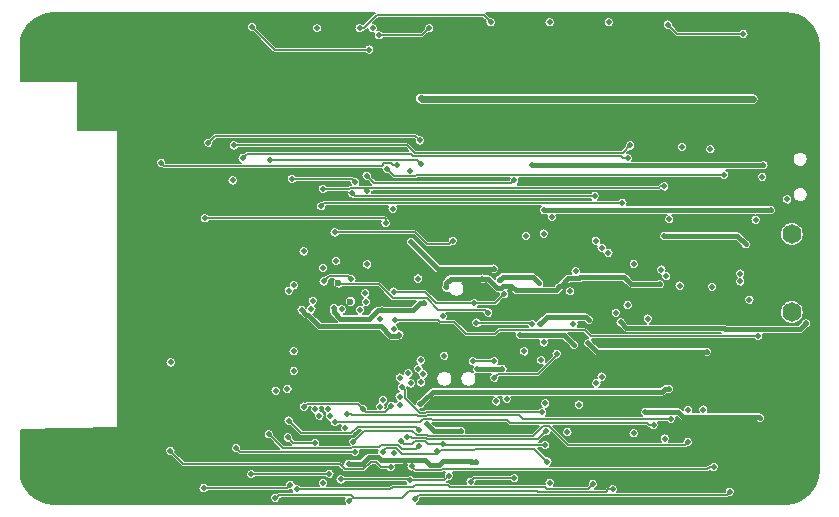
<source format=gbr>
G04 #@! TF.GenerationSoftware,KiCad,Pcbnew,5.1.3-ffb9f22~84~ubuntu19.04.1*
G04 #@! TF.CreationDate,2019-08-01T13:20:31-05:00*
G04 #@! TF.ProjectId,LeashPCB,4c656173-6850-4434-922e-6b696361645f,rev?*
G04 #@! TF.SameCoordinates,Original*
G04 #@! TF.FileFunction,Copper,L3,Inr*
G04 #@! TF.FilePolarity,Positive*
%FSLAX46Y46*%
G04 Gerber Fmt 4.6, Leading zero omitted, Abs format (unit mm)*
G04 Created by KiCad (PCBNEW 5.1.3-ffb9f22~84~ubuntu19.04.1) date 2019-08-01 13:20:31*
%MOMM*%
%LPD*%
G04 APERTURE LIST*
%ADD10C,0.600000*%
%ADD11O,1.600000X1.651000*%
%ADD12C,0.500000*%
%ADD13C,0.600000*%
%ADD14C,0.400000*%
%ADD15C,0.127000*%
G04 APERTURE END LIST*
D10*
X142530000Y-62910000D03*
X142530000Y-61190000D03*
X141570000Y-62910000D03*
X141570000Y-61190000D03*
X142050000Y-62050000D03*
X139625000Y-68600000D03*
X140105000Y-69460000D03*
X140105000Y-67740000D03*
X139145000Y-69460000D03*
X139145000Y-67740000D03*
D11*
X158500000Y-63550000D03*
X158500000Y-56950000D03*
D12*
X118300000Y-66200000D03*
X118300000Y-65400000D03*
X148400000Y-62200000D03*
X149500000Y-63600000D03*
X154815000Y-64185000D03*
X152252418Y-60700000D03*
X142300000Y-73878610D03*
X118300000Y-67000000D03*
X118300000Y-67800000D03*
X129100000Y-57350000D03*
X131900000Y-73600000D03*
X130100000Y-71400000D03*
X132959490Y-69676217D03*
X138722990Y-72137094D03*
X135399186Y-67319044D03*
X133939667Y-66968699D03*
X150231912Y-64322990D03*
X147928610Y-64322990D03*
X123061153Y-76659490D03*
X115640000Y-66900000D03*
X112880000Y-63370000D03*
X112450000Y-62950000D03*
X112060000Y-62530000D03*
X111640000Y-62110000D03*
X111840000Y-61560000D03*
X111450000Y-61100000D03*
X111020000Y-60710000D03*
X109540000Y-60720000D03*
X108970000Y-60700000D03*
X108410000Y-60730000D03*
X108100000Y-61170000D03*
X108080000Y-61700000D03*
X108090000Y-62260000D03*
X107570000Y-62600000D03*
X107160000Y-62990000D03*
X107040000Y-63510000D03*
X107000000Y-64080000D03*
X106340000Y-64170000D03*
X105200000Y-63830000D03*
X105180000Y-63230000D03*
X105200000Y-62670000D03*
X106120000Y-62380000D03*
X106590000Y-62090000D03*
X106660000Y-61560000D03*
X106210000Y-60740000D03*
X105680000Y-60740000D03*
X105140000Y-60720000D03*
X104640000Y-60710000D03*
X104100000Y-60690000D03*
X103560000Y-60710000D03*
X103030000Y-60700000D03*
X102480000Y-60710000D03*
X101830000Y-59410000D03*
X104210000Y-59270000D03*
X105850000Y-59250000D03*
X108160000Y-59230000D03*
X106450000Y-59250000D03*
X108680000Y-59230000D03*
X109230000Y-59230000D03*
X109750000Y-59240000D03*
X110280000Y-59260000D03*
X110790000Y-59410000D03*
X111290000Y-59370000D03*
X111850000Y-59440000D03*
X112220000Y-59800000D03*
X112610000Y-60170000D03*
X113070000Y-60490000D03*
X114610000Y-60120000D03*
X115070000Y-60590000D03*
X115440000Y-65170000D03*
X114600000Y-66900000D03*
X115573568Y-61098455D03*
X115100000Y-66900000D03*
X101560000Y-75630000D03*
X99290000Y-75860000D03*
X101590000Y-75100000D03*
X101350000Y-73830000D03*
X99670000Y-76250000D03*
X101250000Y-76110000D03*
X100050000Y-76590000D03*
X99780000Y-74940000D03*
X100280000Y-74480000D03*
X100940000Y-74250000D03*
X101690000Y-73230000D03*
X101980000Y-74740000D03*
X103340000Y-73690000D03*
X102940000Y-74100000D03*
X102490000Y-74510000D03*
X104410000Y-70580000D03*
X104720000Y-68980000D03*
X102530000Y-72400000D03*
X102100000Y-72810000D03*
X108070000Y-70890000D03*
X105990000Y-72970000D03*
X103980000Y-70930000D03*
X103770000Y-73320000D03*
X104800000Y-70240000D03*
X107230000Y-71630000D03*
X104220000Y-72950000D03*
X103610000Y-71340000D03*
X104690000Y-72620000D03*
X105540000Y-72550000D03*
X107630000Y-71320000D03*
X105110000Y-72140000D03*
X107350000Y-72210000D03*
X112600000Y-66900000D03*
X108900000Y-66200000D03*
X113200000Y-65300000D03*
X107290000Y-68030000D03*
X112000000Y-66910000D03*
X109840000Y-68900000D03*
X114100000Y-66900000D03*
X109010000Y-69740000D03*
X110600000Y-68010000D03*
X107740000Y-67570000D03*
X110990000Y-67590000D03*
X109300000Y-65700000D03*
X108450000Y-66680000D03*
X109410000Y-69320000D03*
X110220000Y-68470000D03*
X109700000Y-65400000D03*
X113100000Y-66900000D03*
X110700000Y-65300000D03*
X108090000Y-67140000D03*
X112200000Y-65300000D03*
X113600000Y-66900000D03*
X113700000Y-65300000D03*
X113980000Y-64389490D03*
X105502448Y-68284868D03*
X115810000Y-62520000D03*
X116000000Y-63080000D03*
X114980000Y-64730000D03*
X111440000Y-67110000D03*
X110200000Y-65400000D03*
X111200000Y-65300000D03*
X111700000Y-65300000D03*
X112700000Y-65300000D03*
X114200000Y-65300000D03*
X103560000Y-59270000D03*
X106640000Y-61040000D03*
X117257895Y-64347956D03*
X144019359Y-59609359D03*
X118300000Y-68700000D03*
X118300000Y-69600000D03*
X122500000Y-67000000D03*
X122500000Y-67800000D03*
X122500000Y-68700000D03*
X122500000Y-69600000D03*
X120500000Y-67000000D03*
X120500000Y-69600000D03*
X120500000Y-68700000D03*
X120500000Y-67800000D03*
X101750000Y-62000000D03*
X101750000Y-64750000D03*
X101750000Y-66000000D03*
X101750000Y-67250000D03*
X101750000Y-68500000D03*
X101750000Y-69750000D03*
X101750000Y-71000000D03*
X101750000Y-72250000D03*
X103000000Y-66000000D03*
X103000000Y-68500000D03*
X103000000Y-67250000D03*
X103000000Y-71000000D03*
X103000000Y-69750000D03*
X104250000Y-68500000D03*
X104250000Y-66000000D03*
X104250000Y-67250000D03*
X105500000Y-67250000D03*
X105500000Y-66000000D03*
X106750000Y-66000000D03*
X101750000Y-77250000D03*
X103000000Y-77250000D03*
X104250000Y-77250000D03*
X105500000Y-77250000D03*
X106750000Y-77250000D03*
X105500000Y-78500000D03*
X103000000Y-78500000D03*
X106750000Y-78500000D03*
X101750000Y-78500000D03*
X104250000Y-78500000D03*
X94000000Y-78500000D03*
X95250000Y-78500000D03*
X95250000Y-77250000D03*
X96500000Y-78500000D03*
X94000000Y-77250000D03*
X96500000Y-77250000D03*
X94000000Y-75750000D03*
X94000000Y-74500000D03*
X95250000Y-75750000D03*
X96500000Y-75750000D03*
X96500000Y-74500000D03*
X95250000Y-74500000D03*
X97750000Y-74500000D03*
X102000000Y-53500000D03*
X102000000Y-56000000D03*
X102000000Y-54750000D03*
X102000000Y-57250000D03*
X103250000Y-57250000D03*
X103250000Y-56000000D03*
X103250000Y-53500000D03*
X103250000Y-54750000D03*
X105750000Y-54750000D03*
X104500000Y-56000000D03*
X104500000Y-57250000D03*
X104500000Y-54750000D03*
X105750000Y-57250000D03*
X105750000Y-56000000D03*
X102000000Y-50750000D03*
X103250000Y-52000000D03*
X102000000Y-52000000D03*
X103250000Y-50750000D03*
X120550000Y-66200000D03*
X120550000Y-65400000D03*
X122550000Y-65400000D03*
X122550000Y-66200000D03*
X109500000Y-57250000D03*
X110750000Y-57250000D03*
X107000000Y-57250000D03*
X108250000Y-57250000D03*
X114500000Y-57250000D03*
X115750000Y-57250000D03*
X113250000Y-57250000D03*
X112000000Y-57250000D03*
X115750000Y-58250000D03*
X113250000Y-58250000D03*
X114500000Y-58250000D03*
X112000000Y-58250000D03*
X108250000Y-58250000D03*
X110750000Y-58250000D03*
X107000000Y-58250000D03*
X109500000Y-58250000D03*
X113250000Y-59250000D03*
X114500000Y-59250000D03*
X109500000Y-62250000D03*
X110750000Y-62250000D03*
X110750000Y-63250000D03*
X109500000Y-63250000D03*
X109500000Y-64250000D03*
X110750000Y-64250000D03*
X108250000Y-64250000D03*
X108250000Y-63250000D03*
X107750000Y-65000000D03*
X106750000Y-65250000D03*
X103000000Y-76000000D03*
X104000000Y-76000000D03*
X103000000Y-75000000D03*
X104000000Y-75000000D03*
X104000000Y-74000000D03*
X105000000Y-73500000D03*
X106250000Y-74000000D03*
X106750000Y-75000000D03*
X108000000Y-75000000D03*
X108000000Y-77250000D03*
X109250000Y-75000000D03*
X109250000Y-77250000D03*
X109250000Y-73750000D03*
X108000000Y-73750000D03*
X108000000Y-72500000D03*
X109250000Y-72250000D03*
X110500000Y-71250000D03*
X110500000Y-72500000D03*
X110500000Y-73750000D03*
X110500000Y-70000000D03*
X111750000Y-70000000D03*
X111750000Y-71250000D03*
X111750000Y-68750000D03*
X110750000Y-69000000D03*
X109500000Y-71000000D03*
X112500000Y-67750000D03*
X113500000Y-67750000D03*
X113000000Y-69000000D03*
X114250000Y-68250000D03*
X115000000Y-67500000D03*
X107000000Y-67100000D03*
X107800000Y-66400000D03*
X112000000Y-64250000D03*
X93800000Y-40600000D03*
X95050000Y-40600000D03*
X95050000Y-39350000D03*
X93800000Y-42100000D03*
X95050000Y-43350000D03*
X93800000Y-43350000D03*
X95050000Y-42100000D03*
X97650000Y-40600000D03*
X97650000Y-39350000D03*
X96400000Y-40600000D03*
X96400000Y-42100000D03*
X97650000Y-43350000D03*
X96400000Y-43350000D03*
X97650000Y-42100000D03*
X96400000Y-39350000D03*
X99000000Y-39350000D03*
X99000000Y-42100000D03*
X100250000Y-39350000D03*
X100250000Y-40600000D03*
X100250000Y-42100000D03*
X99000000Y-40600000D03*
X102850000Y-43350000D03*
X102850000Y-40600000D03*
X101600000Y-40600000D03*
X102850000Y-42100000D03*
X101600000Y-39350000D03*
X101600000Y-42100000D03*
X102850000Y-39350000D03*
X104200000Y-39350000D03*
X105450000Y-40600000D03*
X104200000Y-42100000D03*
X105450000Y-39350000D03*
X105450000Y-42100000D03*
X104200000Y-40600000D03*
X106800000Y-40600000D03*
X108050000Y-42100000D03*
X108050000Y-40600000D03*
X106800000Y-42100000D03*
X106800000Y-39350000D03*
X108050000Y-39350000D03*
X102850000Y-46000000D03*
X102850000Y-48750000D03*
X102850000Y-44750000D03*
X102850000Y-47500000D03*
X104200000Y-48750000D03*
X104200000Y-50000000D03*
X105450000Y-50000000D03*
X105450000Y-48750000D03*
X107850000Y-50000000D03*
X107850000Y-48750000D03*
X106600000Y-48750000D03*
X106600000Y-50000000D03*
X106600000Y-52800000D03*
X107850000Y-52800000D03*
X107850000Y-51650000D03*
X106600000Y-51650000D03*
X106600000Y-53950000D03*
X107850000Y-53950000D03*
X111000000Y-39000000D03*
X117000000Y-39000000D03*
X121950000Y-38800000D03*
X127000000Y-39000000D03*
X132000000Y-39000000D03*
X137000000Y-39000000D03*
X142000000Y-39000000D03*
X147000000Y-39000000D03*
X152000000Y-39000000D03*
X154000000Y-39000000D03*
X156000000Y-39000000D03*
X159000000Y-39000000D03*
X160500000Y-41000000D03*
X160500000Y-43500000D03*
X160500000Y-46000000D03*
X160500000Y-50000000D03*
X160500000Y-53000000D03*
X160500000Y-57000000D03*
X160500000Y-60000000D03*
X160500000Y-63000000D03*
X160500000Y-67000000D03*
X160500000Y-70000000D03*
X160500000Y-74000000D03*
X160500000Y-77500000D03*
X158000000Y-79500000D03*
X155500000Y-79500000D03*
X132000000Y-79440510D03*
X152000000Y-79500000D03*
X146500000Y-79500000D03*
X141500000Y-79500000D03*
X137000000Y-79500000D03*
X127500000Y-79500000D03*
X120000000Y-79500000D03*
X116000000Y-79500000D03*
X111000000Y-79500000D03*
X109350000Y-43350000D03*
X109350000Y-40600000D03*
X109350000Y-42100000D03*
X109350000Y-39350000D03*
X109350000Y-46000000D03*
X109350000Y-44750000D03*
X109350000Y-47500000D03*
X155200000Y-45500000D03*
X124700000Y-54800000D03*
X126848532Y-60704513D03*
X126200000Y-51559490D03*
X127090000Y-45440000D03*
X126250000Y-57600000D03*
X133255912Y-59868180D03*
X144000000Y-64400000D03*
X152800000Y-65000000D03*
X151000000Y-71800000D03*
X159700000Y-64500000D03*
X158100000Y-54000000D03*
X121900000Y-39500000D03*
D10*
X121134035Y-62651650D03*
D12*
X133000000Y-39000000D03*
X121947985Y-63364985D03*
X112800000Y-39400000D03*
X122710000Y-41310000D03*
X123000000Y-39500000D03*
X122438980Y-62681822D03*
X123528610Y-40100000D03*
X127800000Y-39500000D03*
X122382017Y-61940959D03*
X154900000Y-62500000D03*
X154600000Y-57800000D03*
X148000000Y-39200000D03*
X147699994Y-57100000D03*
X154400000Y-40000000D03*
X149200000Y-49550000D03*
X138000000Y-39000000D03*
X151600000Y-49750000D03*
X143000000Y-39000000D03*
X144150000Y-54300000D03*
X115820000Y-74160000D03*
X118130000Y-74630000D03*
X118159490Y-71770697D03*
X118800000Y-59801434D03*
X118635247Y-54579338D03*
X111450000Y-75050000D03*
X121504442Y-75398374D03*
X120700002Y-73359488D03*
X112720000Y-77260000D03*
X119350962Y-77240000D03*
X122540510Y-59500027D03*
X118800000Y-53100000D03*
X119227232Y-71743383D03*
X122559490Y-53259490D03*
X147700000Y-52900000D03*
X105880000Y-75300000D03*
X123645989Y-64107043D03*
X124532101Y-76659490D03*
X108800000Y-55600000D03*
X124100000Y-56000000D03*
X125312697Y-69089720D03*
X145100000Y-73800000D03*
X144600000Y-50522990D03*
X112000000Y-50500000D03*
X105110000Y-50910000D03*
X114222590Y-73884576D03*
X125100000Y-51100000D03*
X126920755Y-74911501D03*
X114775000Y-79275000D03*
X116180000Y-52250000D03*
X121024999Y-79522600D03*
X121536281Y-52559257D03*
X114800000Y-70200000D03*
X143325000Y-78559490D03*
X148125000Y-55675000D03*
X121374362Y-74517362D03*
X149675000Y-74550000D03*
X155425000Y-55725000D03*
X124900000Y-64200010D03*
X155650000Y-65577010D03*
X151900000Y-76650000D03*
X126300000Y-76600000D03*
X126218989Y-69581004D03*
X146800000Y-73100000D03*
X119780947Y-72835811D03*
X141650000Y-78100000D03*
X115796658Y-70053980D03*
X116600000Y-78559490D03*
X153250000Y-78750000D03*
X126566348Y-79377410D03*
X115897590Y-72729732D03*
X126955064Y-73522467D03*
X120814965Y-72200000D03*
X148259490Y-72577010D03*
X139718411Y-61774358D03*
X142400000Y-58100000D03*
X140477010Y-71373442D03*
X142390510Y-69000000D03*
X143600000Y-63600000D03*
X141900000Y-57500000D03*
D10*
X120116298Y-61070098D03*
D12*
X133300000Y-69100000D03*
X138590877Y-67086316D03*
X132800000Y-63580000D03*
X154122990Y-60951200D03*
X147868313Y-60502692D03*
X154122990Y-60278838D03*
X147450000Y-59950000D03*
X125267051Y-65453029D03*
X117000000Y-63362518D03*
X117190000Y-71550000D03*
X122200000Y-71759490D03*
X124600000Y-71500000D03*
X123803081Y-63381519D03*
X124800000Y-75505478D03*
X123892365Y-70969750D03*
X127370000Y-62800000D03*
X119734636Y-63193210D03*
X119908896Y-59220719D03*
X119383940Y-72350497D03*
X116320000Y-66860000D03*
X105900000Y-67800000D03*
X115910000Y-61740000D03*
X141800000Y-53700000D03*
X118800000Y-78000000D03*
X118856817Y-60944705D03*
X118502929Y-72300000D03*
X121300000Y-53500000D03*
X121209869Y-60759490D03*
X131300000Y-77900000D03*
X135000000Y-77600000D03*
X133468171Y-71095020D03*
X134349122Y-70876188D03*
X134133412Y-62033412D03*
X131600002Y-62800000D03*
X124786489Y-61813513D03*
X124800000Y-64982990D03*
X148100000Y-70050000D03*
X146300000Y-64100000D03*
X144600000Y-62950000D03*
X127050000Y-71330000D03*
X145120000Y-59470000D03*
X130505579Y-73605487D03*
X127598391Y-73029034D03*
X137618084Y-71276916D03*
X134000000Y-68359490D03*
X137270357Y-67621578D03*
X131880000Y-68380000D03*
X149000000Y-61300000D03*
X151752412Y-61414541D03*
X120979472Y-76385807D03*
X147300000Y-61180000D03*
X138790000Y-61460000D03*
X138180000Y-55500000D03*
X127900000Y-76500000D03*
X131729371Y-76249177D03*
X127100000Y-69500000D03*
X132300000Y-60700000D03*
X129230003Y-61460000D03*
X135000000Y-52400000D03*
X138000000Y-77999998D03*
X137500000Y-66099994D03*
X135829325Y-66862838D03*
X122500000Y-52000000D03*
X137800000Y-76200000D03*
X128500000Y-75300000D03*
X123847029Y-75351441D03*
X128930000Y-63900000D03*
X123658922Y-71551685D03*
X125300000Y-71400000D03*
X137600000Y-74800000D03*
X125405616Y-74478473D03*
X129069275Y-67248651D03*
X128977414Y-74690519D03*
X125300000Y-70700000D03*
X137700000Y-73630219D03*
X125903486Y-74097331D03*
X133300000Y-67700000D03*
X131500000Y-67700000D03*
X108700000Y-78440000D03*
X116039644Y-78172880D03*
X116331488Y-68531488D03*
X111150000Y-52400000D03*
X144820000Y-49430000D03*
X111250000Y-49430000D03*
X147737254Y-74246237D03*
X152750000Y-51900000D03*
X126036500Y-68719325D03*
X124200000Y-51400000D03*
X127131019Y-51004577D03*
X114330000Y-50640510D03*
X126879264Y-68335107D03*
X109094999Y-49205001D03*
X127000000Y-49000000D03*
X127068403Y-67623045D03*
X116327831Y-61272496D03*
X117825243Y-63272340D03*
X117948043Y-62587276D03*
X117170006Y-58410000D03*
X125500000Y-69900000D03*
X137368979Y-72027083D03*
X131800000Y-64440000D03*
X136522989Y-64577014D03*
X140200000Y-60100000D03*
X137100000Y-61100000D03*
X141300000Y-64200000D03*
X133774138Y-60802433D03*
X137150000Y-64577012D03*
X149694440Y-71822990D03*
X140000000Y-64550000D03*
X141950000Y-69550000D03*
X151300000Y-66900000D03*
X142962702Y-58537298D03*
X141278677Y-66174938D03*
X136000000Y-57100000D03*
X139500000Y-73700000D03*
X135500000Y-65500000D03*
X156100000Y-51100000D03*
X136500000Y-51100000D03*
X140051827Y-66324803D03*
X118300000Y-39500000D03*
X119794521Y-56800000D03*
X129800000Y-57500000D03*
X127300000Y-68800000D03*
X126200000Y-77800000D03*
X129452974Y-77400000D03*
X120400000Y-63300000D03*
X120300000Y-77700000D03*
X146100000Y-72000000D03*
X155800000Y-72500000D03*
X156000000Y-52100000D03*
X137500000Y-56900000D03*
X137500000Y-54900000D03*
X156700000Y-54900000D03*
D13*
X127150000Y-45500000D02*
X127090000Y-45440000D01*
X155200000Y-45500000D02*
X127150000Y-45500000D01*
D14*
X126250000Y-57600000D02*
X128518180Y-59868180D01*
X128518180Y-59868180D02*
X133255912Y-59868180D01*
X152700000Y-64900000D02*
X152800000Y-65000000D01*
X144500000Y-64900000D02*
X152700000Y-64900000D01*
X144000000Y-64400000D02*
X144500000Y-64900000D01*
X159200000Y-65000000D02*
X159700000Y-64500000D01*
X152800000Y-65000000D02*
X159200000Y-65000000D01*
D15*
X123353552Y-38400001D02*
X132400001Y-38400001D01*
X122253553Y-39500000D02*
X123353552Y-38400001D01*
X132750001Y-38750001D02*
X133000000Y-39000000D01*
X121900000Y-39500000D02*
X122253553Y-39500000D01*
X132400001Y-38400001D02*
X132750001Y-38750001D01*
X122356447Y-41310000D02*
X122710000Y-41310000D01*
X112800000Y-39400000D02*
X114710000Y-41310000D01*
X114710000Y-41310000D02*
X122356447Y-41310000D01*
X123528610Y-40100000D02*
X127200000Y-40100000D01*
X127200000Y-40100000D02*
X127800000Y-39500000D01*
D14*
X148053547Y-57100000D02*
X147699994Y-57100000D01*
X153900000Y-57100000D02*
X148053547Y-57100000D01*
X154600000Y-57800000D02*
X153900000Y-57100000D01*
D15*
X148800000Y-40000000D02*
X154046447Y-40000000D01*
X154046447Y-40000000D02*
X154400000Y-40000000D01*
X148000000Y-39200000D02*
X148800000Y-40000000D01*
X116290000Y-74630000D02*
X115820000Y-74160000D01*
X118130000Y-74630000D02*
X116290000Y-74630000D01*
X118914585Y-54300000D02*
X118885246Y-54329339D01*
X118885246Y-54329339D02*
X118635247Y-54579338D01*
X144150000Y-54300000D02*
X118914585Y-54300000D01*
X111450000Y-75050000D02*
X111798374Y-75398374D01*
X111798374Y-75398374D02*
X121504442Y-75398374D01*
X112720000Y-77260000D02*
X119330962Y-77260000D01*
X119330962Y-77260000D02*
X119350962Y-77240000D01*
X121048058Y-53100000D02*
X121138567Y-53009491D01*
X118800000Y-53100000D02*
X121048058Y-53100000D01*
X122309491Y-53009491D02*
X122559490Y-53259490D01*
X121138567Y-53009491D02*
X122309491Y-53009491D01*
X147246447Y-53000000D02*
X147346447Y-52900000D01*
X147346447Y-52900000D02*
X147700000Y-52900000D01*
X122350000Y-53000000D02*
X147246447Y-53000000D01*
X123272594Y-76218989D02*
X123713095Y-76659490D01*
X122222712Y-76845989D02*
X122849712Y-76218989D01*
X120657324Y-76845989D02*
X122222712Y-76845989D01*
X120223288Y-76411953D02*
X120657324Y-76845989D01*
X123713095Y-76659490D02*
X124532101Y-76659490D01*
X106991953Y-76411953D02*
X120223288Y-76411953D01*
X122849712Y-76218989D02*
X123272594Y-76218989D01*
X105880000Y-75300000D02*
X106991953Y-76411953D01*
X124053553Y-55600000D02*
X108800000Y-55600000D01*
X124100000Y-55646447D02*
X124053553Y-55600000D01*
X124100000Y-56000000D02*
X124100000Y-55646447D01*
X144053699Y-50330242D02*
X126451834Y-50330242D01*
X144600000Y-50522990D02*
X144246447Y-50522990D01*
X112359987Y-50140013D02*
X112249999Y-50250001D01*
X112249999Y-50250001D02*
X112000000Y-50500000D01*
X144246447Y-50522990D02*
X144053699Y-50330242D01*
X126261605Y-50140013D02*
X112359987Y-50140013D01*
X126451834Y-50330242D02*
X126261605Y-50140013D01*
X124746447Y-51100000D02*
X125100000Y-51100000D01*
X123788057Y-51159999D02*
X123988558Y-50959498D01*
X124605945Y-50959498D02*
X124746447Y-51100000D01*
X123988558Y-50959498D02*
X124605945Y-50959498D01*
X105359999Y-51159999D02*
X123788057Y-51159999D01*
X105110000Y-50910000D02*
X105359999Y-51159999D01*
X126670756Y-75161500D02*
X126920755Y-74911501D01*
X123735560Y-74810966D02*
X125116655Y-74810966D01*
X125116655Y-74810966D02*
X125467189Y-75161500D01*
X125467189Y-75161500D02*
X126670756Y-75161500D01*
X121164633Y-75086239D02*
X121293000Y-74957872D01*
X114222590Y-73884576D02*
X115424253Y-75086239D01*
X115424253Y-75086239D02*
X121164633Y-75086239D01*
X123588654Y-74957872D02*
X123735560Y-74810966D01*
X121293000Y-74957872D02*
X123588654Y-74957872D01*
X121227024Y-52250000D02*
X121536281Y-52559257D01*
X116180000Y-52250000D02*
X121227024Y-52250000D01*
X121425000Y-79275000D02*
X121422601Y-79272601D01*
X121422601Y-79272601D02*
X121274998Y-79272601D01*
X121274998Y-79272601D02*
X121024999Y-79522600D01*
X142971447Y-78559490D02*
X143325000Y-78559490D01*
X136975008Y-78745989D02*
X142784948Y-78745989D01*
X142784948Y-78745989D02*
X142971447Y-78559490D01*
X136929019Y-78700000D02*
X136975008Y-78745989D01*
X121425000Y-79275000D02*
X125475000Y-79275000D01*
X126050000Y-78700000D02*
X136929019Y-78700000D01*
X125475000Y-79275000D02*
X126050000Y-78700000D01*
X114775000Y-79275000D02*
X115050000Y-79000000D01*
X121150000Y-79000000D02*
X121425000Y-79275000D01*
X115050000Y-79000000D02*
X121150000Y-79000000D01*
X136602068Y-74045988D02*
X129883723Y-74045988D01*
X126371905Y-73591252D02*
X122300472Y-73591252D01*
X149675000Y-74550000D02*
X149425001Y-74799999D01*
X127703733Y-73995998D02*
X127670704Y-73962969D01*
X127670704Y-73962969D02*
X126743622Y-73962969D01*
X129833733Y-73995998D02*
X127703733Y-73995998D01*
X129883723Y-74045988D02*
X129833733Y-73995998D01*
X137458348Y-73189709D02*
X136602068Y-74045988D01*
X121624361Y-74267363D02*
X121374362Y-74517362D01*
X139551943Y-74799999D02*
X137941653Y-73189709D01*
X149425001Y-74799999D02*
X139551943Y-74799999D01*
X126743622Y-73962969D02*
X126371905Y-73591252D01*
X137941653Y-73189709D02*
X137458348Y-73189709D01*
X122300472Y-73591252D02*
X121624361Y-74267363D01*
X124900000Y-64200010D02*
X128558068Y-64200010D01*
X130941058Y-65393002D02*
X133376998Y-65393002D01*
X129888557Y-64340501D02*
X130941058Y-65393002D01*
X128698559Y-64340501D02*
X129888557Y-64340501D01*
X141478952Y-65577010D02*
X155296447Y-65577010D01*
X133376998Y-65393002D02*
X133715989Y-65054011D01*
X155296447Y-65577010D02*
X155650000Y-65577010D01*
X128558068Y-64200010D02*
X128698559Y-64340501D01*
X133715989Y-65054011D02*
X140955953Y-65054011D01*
X140955953Y-65054011D02*
X141478952Y-65577010D01*
X128768863Y-76949999D02*
X126649999Y-76949999D01*
X128874479Y-76844383D02*
X128768863Y-76949999D01*
X151546447Y-76650000D02*
X151352064Y-76844383D01*
X126549999Y-76849999D02*
X126300000Y-76600000D01*
X126649999Y-76949999D02*
X126549999Y-76849999D01*
X151900000Y-76650000D02*
X151546447Y-76650000D01*
X151352064Y-76844383D02*
X128874479Y-76844383D01*
X134411441Y-72686499D02*
X128088441Y-72686499D01*
X128088441Y-72686499D02*
X127990466Y-72588524D01*
X134660640Y-72935698D02*
X134411441Y-72686499D01*
X120134500Y-72835811D02*
X119780947Y-72835811D01*
X138086635Y-72905487D02*
X138056424Y-72935698D01*
X127990466Y-72588524D02*
X127269534Y-72588524D01*
X146251934Y-72905487D02*
X138086635Y-72905487D01*
X127269534Y-72588524D02*
X127022247Y-72835811D01*
X146446447Y-73100000D02*
X146251934Y-72905487D01*
X127022247Y-72835811D02*
X120134500Y-72835811D01*
X138056424Y-72935698D02*
X134660640Y-72935698D01*
X146800000Y-73100000D02*
X146446447Y-73100000D01*
X141650000Y-78100000D02*
X141258022Y-78491978D01*
X116953553Y-78559490D02*
X116600000Y-78559490D01*
X137588558Y-78340501D02*
X129564441Y-78340501D01*
X137740035Y-78491978D02*
X137588558Y-78340501D01*
X124501718Y-78559490D02*
X116953553Y-78559490D01*
X141258022Y-78491978D02*
X137740035Y-78491978D01*
X126411441Y-78340501D02*
X124720707Y-78340501D01*
X126573331Y-78178611D02*
X126411441Y-78340501D01*
X129564441Y-78340501D02*
X129402551Y-78178611D01*
X124720707Y-78340501D02*
X124501718Y-78559490D01*
X129402551Y-78178611D02*
X126573331Y-78178611D01*
X121727532Y-73272468D02*
X126705065Y-73272468D01*
X126705065Y-73272468D02*
X126955064Y-73522467D01*
X121200000Y-73800000D02*
X121727532Y-73272468D01*
X116967858Y-73800000D02*
X121200000Y-73800000D01*
X115897590Y-72729732D02*
X116967858Y-73800000D01*
X126943758Y-79000000D02*
X126566348Y-79377410D01*
X153000000Y-79000000D02*
X126943758Y-79000000D01*
X153250000Y-78750000D02*
X153000000Y-79000000D01*
X127536656Y-72334513D02*
X127576657Y-72294512D01*
X121168518Y-72200000D02*
X121263030Y-72294512D01*
X147905937Y-72577010D02*
X148259490Y-72577010D01*
X120814965Y-72200000D02*
X121168518Y-72200000D01*
X126883344Y-72334513D02*
X127536656Y-72334513D01*
X135435288Y-72294512D02*
X135748973Y-72608197D01*
X127576657Y-72294512D02*
X135435288Y-72294512D01*
X135748973Y-72608197D02*
X147874750Y-72608197D01*
X147874750Y-72608197D02*
X147905937Y-72577010D01*
X126843343Y-72294512D02*
X126883344Y-72334513D01*
X121263030Y-72294512D02*
X126843343Y-72294512D01*
X133300000Y-69100000D02*
X133600000Y-68800000D01*
X133600000Y-68800000D02*
X137000000Y-68800000D01*
X138590877Y-67209123D02*
X138590877Y-67086316D01*
X137000000Y-68800000D02*
X138590877Y-67209123D01*
X132550001Y-63330001D02*
X132800000Y-63580000D01*
X127088558Y-62349498D02*
X127118558Y-62319498D01*
X124699498Y-62349498D02*
X127088558Y-62349498D01*
X127118558Y-62319498D02*
X127571442Y-62319498D01*
X123550000Y-61200000D02*
X124699498Y-62349498D01*
X128581945Y-63330001D02*
X132550001Y-63330001D01*
X120116298Y-61070098D02*
X120246200Y-61200000D01*
X120246200Y-61200000D02*
X123550000Y-61200000D01*
X127571442Y-62319498D02*
X128581945Y-63330001D01*
D14*
X117000000Y-63362518D02*
X117016581Y-63362518D01*
X117534856Y-63770955D02*
X117408437Y-63770955D01*
X117408437Y-63770955D02*
X117000000Y-63362518D01*
X118486900Y-64722999D02*
X117534856Y-63770955D01*
X118576961Y-64722999D02*
X118486900Y-64722999D01*
X125160080Y-65560000D02*
X124510000Y-65560000D01*
X125267051Y-65453029D02*
X125160080Y-65560000D01*
X124510000Y-65560000D02*
X123700000Y-64750000D01*
X123700000Y-64750000D02*
X118603962Y-64750000D01*
X118603962Y-64750000D02*
X118576961Y-64722999D01*
D15*
X121740511Y-71300001D02*
X122200000Y-71759490D01*
X117190000Y-71550000D02*
X117439999Y-71300001D01*
X117439999Y-71300001D02*
X121740511Y-71300001D01*
X124350001Y-71749999D02*
X124600000Y-71500000D01*
X122200000Y-71759490D02*
X122449999Y-72009489D01*
X122449999Y-72009489D02*
X124090511Y-72009489D01*
X124090511Y-72009489D02*
X124350001Y-71749999D01*
D14*
X127016447Y-62800000D02*
X127370000Y-62800000D01*
X126436447Y-63380000D02*
X127016447Y-62800000D01*
X123803081Y-63381519D02*
X123804600Y-63380000D01*
X123804600Y-63380000D02*
X126436447Y-63380000D01*
X123449528Y-63381519D02*
X122735980Y-64095067D01*
X120282940Y-64095067D02*
X119734636Y-63546763D01*
X119734636Y-63546763D02*
X119734636Y-63193210D01*
X122735980Y-64095067D02*
X120282940Y-64095067D01*
X123803081Y-63381519D02*
X123449528Y-63381519D01*
D15*
X141800000Y-53700000D02*
X121599998Y-53700000D01*
X121549999Y-53749999D02*
X121300000Y-53500000D01*
X121599998Y-53700000D02*
X121549999Y-53749999D01*
X118856817Y-60944705D02*
X119292031Y-60509491D01*
X120959870Y-60509491D02*
X121209869Y-60759490D01*
X119292031Y-60509491D02*
X120959870Y-60509491D01*
X131300000Y-77900000D02*
X131600000Y-77600000D01*
X131600000Y-77600000D02*
X135000000Y-77600000D01*
X131953555Y-62800000D02*
X131600002Y-62800000D01*
X133366824Y-62800000D02*
X131953555Y-62800000D01*
X134133412Y-62033412D02*
X133366824Y-62800000D01*
X131600002Y-62800000D02*
X128411169Y-62800000D01*
X128411169Y-62800000D02*
X127424682Y-61813513D01*
X125140042Y-61813513D02*
X124786489Y-61813513D01*
X127424682Y-61813513D02*
X125140042Y-61813513D01*
D14*
X147497260Y-70299187D02*
X128080813Y-70299187D01*
X148100000Y-70050000D02*
X147746447Y-70050000D01*
X127299999Y-71080001D02*
X127050000Y-71330000D01*
X128080813Y-70299187D02*
X127299999Y-71080001D01*
X147746447Y-70050000D02*
X147497260Y-70299187D01*
X127848390Y-73279033D02*
X127598391Y-73029034D01*
X128174844Y-73605487D02*
X127848390Y-73279033D01*
X130505579Y-73605487D02*
X128174844Y-73605487D01*
X131900510Y-68359490D02*
X131880000Y-68380000D01*
X134000000Y-68359490D02*
X131900510Y-68359490D01*
X125411984Y-76082488D02*
X125444472Y-76050000D01*
X122687958Y-75828478D02*
X123434348Y-75828478D01*
X123688358Y-76082488D02*
X124930224Y-76082488D01*
X122130629Y-76385807D02*
X122687958Y-75828478D01*
X123434348Y-75828478D02*
X123688358Y-76082488D01*
X124930224Y-76082488D02*
X124938245Y-76090509D01*
X125403963Y-76090509D02*
X125411984Y-76082488D01*
X120979472Y-76385807D02*
X122130629Y-76385807D01*
X124938245Y-76090509D02*
X125403963Y-76090509D01*
X131375818Y-76249177D02*
X131729371Y-76249177D01*
X131306451Y-76179810D02*
X131375818Y-76249177D01*
X127900000Y-76500000D02*
X128666597Y-76500000D01*
X128666597Y-76500000D02*
X128986787Y-76179810D01*
X128986787Y-76179810D02*
X131306451Y-76179810D01*
X127422999Y-76022999D02*
X127650001Y-76250001D01*
X125411984Y-76082488D02*
X125471473Y-76022999D01*
X125471473Y-76022999D02*
X127422999Y-76022999D01*
X127650001Y-76250001D02*
X127900000Y-76500000D01*
X133552031Y-61509992D02*
X132742039Y-60700000D01*
X134758491Y-61322999D02*
X134023039Y-61322999D01*
X135145491Y-61709999D02*
X134758491Y-61322999D01*
X138540001Y-61709999D02*
X135145491Y-61709999D01*
X133836046Y-61509992D02*
X133552031Y-61509992D01*
X134023039Y-61322999D02*
X133836046Y-61509992D01*
X138790000Y-61460000D02*
X138540001Y-61709999D01*
X144300883Y-60562999D02*
X140590963Y-60562999D01*
X147300000Y-61180000D02*
X144917884Y-61180000D01*
X139039999Y-61210001D02*
X138790000Y-61460000D01*
X140476961Y-60677001D02*
X139572999Y-60677001D01*
X144917884Y-61180000D02*
X144300883Y-60562999D01*
X139572999Y-60677001D02*
X139039999Y-61210001D01*
X140590963Y-60562999D02*
X140476961Y-60677001D01*
X132742039Y-60700000D02*
X132300000Y-60700000D01*
X132300000Y-60700000D02*
X129636450Y-60700000D01*
X129636450Y-60700000D02*
X129230003Y-61106447D01*
X129230003Y-61106447D02*
X129230003Y-61460000D01*
D15*
X135000000Y-52400000D02*
X134750001Y-52649999D01*
X134750001Y-52649999D02*
X123149999Y-52649999D01*
X122749999Y-52249999D02*
X122500000Y-52000000D01*
X123149999Y-52649999D02*
X122749999Y-52249999D01*
X128500000Y-75300000D02*
X128500000Y-75509316D01*
X128500000Y-75509316D02*
X128454658Y-75554658D01*
X131684649Y-75100000D02*
X136700000Y-75100000D01*
X128809316Y-75200000D02*
X131584649Y-75200000D01*
X128454658Y-75554658D02*
X128809316Y-75200000D01*
X136700000Y-75100000D02*
X137800000Y-76200000D01*
X131584649Y-75200000D02*
X131684649Y-75100000D01*
X124133493Y-75064977D02*
X124097028Y-75101442D01*
X125011441Y-75064977D02*
X124133493Y-75064977D01*
X128454658Y-75554658D02*
X125501122Y-75554658D01*
X125501122Y-75554658D02*
X125011441Y-75064977D01*
X124097028Y-75101442D02*
X123847029Y-75351441D01*
X129086895Y-74800000D02*
X128977414Y-74690519D01*
X125655615Y-74728472D02*
X126351410Y-74728472D01*
X127679804Y-74690519D02*
X128623861Y-74690519D01*
X128623861Y-74690519D02*
X128977414Y-74690519D01*
X126608891Y-74470991D02*
X127460276Y-74470991D01*
X125405616Y-74478473D02*
X125655615Y-74728472D01*
X126351410Y-74728472D02*
X126608891Y-74470991D01*
X127460276Y-74470991D02*
X127679804Y-74690519D01*
X137600000Y-74800000D02*
X129086895Y-74800000D01*
X133300000Y-67700000D02*
X131500000Y-67700000D01*
X126257039Y-74097331D02*
X125903486Y-74097331D01*
X129778509Y-74299999D02*
X129728519Y-74250009D01*
X137030220Y-74299999D02*
X129778509Y-74299999D01*
X127598519Y-74250009D02*
X127565490Y-74216980D01*
X137700000Y-73630219D02*
X137030220Y-74299999D01*
X126376688Y-74216980D02*
X126257039Y-74097331D01*
X127565490Y-74216980D02*
X126376688Y-74216980D01*
X129728519Y-74250009D02*
X127598519Y-74250009D01*
X115772524Y-78440000D02*
X116039644Y-78172880D01*
X108700000Y-78440000D02*
X115772524Y-78440000D01*
X125910816Y-49430000D02*
X111250000Y-49430000D01*
X144820000Y-49430000D02*
X144173769Y-50076231D01*
X126557047Y-50076231D02*
X125910816Y-49430000D01*
X144173769Y-50076231D02*
X126557047Y-50076231D01*
X124800000Y-52000000D02*
X124449999Y-51649999D01*
X126609380Y-52000000D02*
X124800000Y-52000000D01*
X124449999Y-51649999D02*
X124200000Y-51400000D01*
X152750000Y-51900000D02*
X126709380Y-51900000D01*
X126709380Y-51900000D02*
X126609380Y-52000000D01*
X126766952Y-50640510D02*
X114683553Y-50640510D01*
X127131019Y-51004577D02*
X126766952Y-50640510D01*
X114683553Y-50640510D02*
X114330000Y-50640510D01*
X126600000Y-48600000D02*
X127000000Y-49000000D01*
X109094999Y-49205001D02*
X109700000Y-48600000D01*
X109700000Y-48600000D02*
X126600000Y-48600000D01*
X125749999Y-70841943D02*
X126988558Y-72080502D01*
X125500000Y-69900000D02*
X125749999Y-70149999D01*
X127484861Y-72027083D02*
X137015426Y-72027083D01*
X125749999Y-70149999D02*
X125749999Y-70841943D01*
X126988558Y-72080502D02*
X127431442Y-72080502D01*
X137015426Y-72027083D02*
X137368979Y-72027083D01*
X127431442Y-72080502D02*
X127484861Y-72027083D01*
X131800000Y-64440000D02*
X136385975Y-64440000D01*
X136385975Y-64440000D02*
X136522989Y-64577014D01*
D14*
X137100000Y-61100000D02*
X136552434Y-60552434D01*
X136552434Y-60552434D02*
X134024137Y-60552434D01*
X133748001Y-60851998D02*
X133774138Y-60825861D01*
X133774138Y-60825861D02*
X133774138Y-60802433D01*
X134024137Y-60552434D02*
X133774138Y-60802433D01*
X141300000Y-64200000D02*
X141050001Y-63950001D01*
X141050001Y-63950001D02*
X137777011Y-63950001D01*
X137399999Y-64327013D02*
X137150000Y-64577012D01*
X137777011Y-63950001D02*
X137399999Y-64327013D01*
X141528676Y-66424937D02*
X141278677Y-66174938D01*
X151300000Y-66900000D02*
X142003739Y-66900000D01*
X142003739Y-66900000D02*
X141528676Y-66424937D01*
X156100000Y-51100000D02*
X136500000Y-51100000D01*
X135500000Y-65500000D02*
X139227024Y-65500000D01*
X139801828Y-66074804D02*
X140051827Y-66324803D01*
X139227024Y-65500000D02*
X139801828Y-66074804D01*
D15*
X129509499Y-57790501D02*
X127590501Y-57790501D01*
X129800000Y-57500000D02*
X129509499Y-57790501D01*
X126600000Y-56800000D02*
X119794521Y-56800000D01*
X127590501Y-57790501D02*
X126600000Y-56800000D01*
X129052974Y-77800000D02*
X129452974Y-77400000D01*
X126200000Y-77800000D02*
X129052974Y-77800000D01*
X126100000Y-77700000D02*
X126200000Y-77800000D01*
X120300000Y-77700000D02*
X126100000Y-77700000D01*
D14*
X146100000Y-72000000D02*
X148700000Y-72000000D01*
X148700000Y-72000000D02*
X148900000Y-72000000D01*
X148900000Y-72000000D02*
X149300000Y-72400000D01*
X149300000Y-72400000D02*
X155700000Y-72400000D01*
X155700000Y-72400000D02*
X155800000Y-72500000D01*
X137500000Y-54900000D02*
X156700000Y-54900000D01*
D15*
G36*
X123173079Y-38219528D02*
G01*
X123165133Y-38229210D01*
X122208652Y-39185692D01*
X122180802Y-39157842D01*
X122108655Y-39109634D01*
X122028489Y-39076429D01*
X121943385Y-39059500D01*
X121856615Y-39059500D01*
X121771511Y-39076429D01*
X121691345Y-39109634D01*
X121619198Y-39157842D01*
X121557842Y-39219198D01*
X121509634Y-39291345D01*
X121476429Y-39371511D01*
X121459500Y-39456615D01*
X121459500Y-39543385D01*
X121476429Y-39628489D01*
X121509634Y-39708655D01*
X121557842Y-39780802D01*
X121619198Y-39842158D01*
X121691345Y-39890366D01*
X121771511Y-39923571D01*
X121856615Y-39940500D01*
X121943385Y-39940500D01*
X122028489Y-39923571D01*
X122108655Y-39890366D01*
X122180802Y-39842158D01*
X122242158Y-39780802D01*
X122259648Y-39754627D01*
X122266011Y-39754000D01*
X122266022Y-39754000D01*
X122303346Y-39750324D01*
X122351225Y-39735800D01*
X122395350Y-39712214D01*
X122411876Y-39698651D01*
X122424341Y-39688422D01*
X122424344Y-39688419D01*
X122434026Y-39680473D01*
X122441974Y-39670789D01*
X122561139Y-39551624D01*
X122576429Y-39628489D01*
X122609634Y-39708655D01*
X122657842Y-39780802D01*
X122719198Y-39842158D01*
X122791345Y-39890366D01*
X122871511Y-39923571D01*
X122956615Y-39940500D01*
X123043385Y-39940500D01*
X123124573Y-39924350D01*
X123105039Y-39971511D01*
X123088110Y-40056615D01*
X123088110Y-40143385D01*
X123105039Y-40228489D01*
X123138244Y-40308655D01*
X123186452Y-40380802D01*
X123247808Y-40442158D01*
X123319955Y-40490366D01*
X123400121Y-40523571D01*
X123485225Y-40540500D01*
X123571995Y-40540500D01*
X123657099Y-40523571D01*
X123737265Y-40490366D01*
X123809412Y-40442158D01*
X123870768Y-40380802D01*
X123888677Y-40354000D01*
X127187542Y-40354000D01*
X127200000Y-40355227D01*
X127212458Y-40354000D01*
X127212469Y-40354000D01*
X127249793Y-40350324D01*
X127297672Y-40335800D01*
X127341797Y-40312214D01*
X127363663Y-40294269D01*
X127370788Y-40288422D01*
X127370791Y-40288419D01*
X127380473Y-40280473D01*
X127388419Y-40270791D01*
X127724999Y-39934211D01*
X127756615Y-39940500D01*
X127843385Y-39940500D01*
X127928489Y-39923571D01*
X128008655Y-39890366D01*
X128080802Y-39842158D01*
X128142158Y-39780802D01*
X128190366Y-39708655D01*
X128223571Y-39628489D01*
X128240500Y-39543385D01*
X128240500Y-39456615D01*
X128223571Y-39371511D01*
X128190366Y-39291345D01*
X128142158Y-39219198D01*
X128080802Y-39157842D01*
X128008655Y-39109634D01*
X127928489Y-39076429D01*
X127843385Y-39059500D01*
X127756615Y-39059500D01*
X127671511Y-39076429D01*
X127591345Y-39109634D01*
X127519198Y-39157842D01*
X127457842Y-39219198D01*
X127409634Y-39291345D01*
X127376429Y-39371511D01*
X127359500Y-39456615D01*
X127359500Y-39543385D01*
X127365789Y-39575001D01*
X127094790Y-39846000D01*
X123888677Y-39846000D01*
X123870768Y-39819198D01*
X123809412Y-39757842D01*
X123737265Y-39709634D01*
X123657099Y-39676429D01*
X123571995Y-39659500D01*
X123485225Y-39659500D01*
X123404037Y-39675650D01*
X123423571Y-39628489D01*
X123440500Y-39543385D01*
X123440500Y-39456615D01*
X123423571Y-39371511D01*
X123390366Y-39291345D01*
X123342158Y-39219198D01*
X123280802Y-39157842D01*
X123208655Y-39109634D01*
X123128489Y-39076429D01*
X123051624Y-39061139D01*
X123458762Y-38654001D01*
X132294791Y-38654001D01*
X132565789Y-38925000D01*
X132559500Y-38956615D01*
X132559500Y-39043385D01*
X132576429Y-39128489D01*
X132609634Y-39208655D01*
X132657842Y-39280802D01*
X132719198Y-39342158D01*
X132791345Y-39390366D01*
X132871511Y-39423571D01*
X132956615Y-39440500D01*
X133043385Y-39440500D01*
X133128489Y-39423571D01*
X133208655Y-39390366D01*
X133280802Y-39342158D01*
X133342158Y-39280802D01*
X133390366Y-39208655D01*
X133423571Y-39128489D01*
X133440500Y-39043385D01*
X133440500Y-38956615D01*
X137559500Y-38956615D01*
X137559500Y-39043385D01*
X137576429Y-39128489D01*
X137609634Y-39208655D01*
X137657842Y-39280802D01*
X137719198Y-39342158D01*
X137791345Y-39390366D01*
X137871511Y-39423571D01*
X137956615Y-39440500D01*
X138043385Y-39440500D01*
X138128489Y-39423571D01*
X138208655Y-39390366D01*
X138280802Y-39342158D01*
X138342158Y-39280802D01*
X138390366Y-39208655D01*
X138423571Y-39128489D01*
X138440500Y-39043385D01*
X138440500Y-38956615D01*
X142559500Y-38956615D01*
X142559500Y-39043385D01*
X142576429Y-39128489D01*
X142609634Y-39208655D01*
X142657842Y-39280802D01*
X142719198Y-39342158D01*
X142791345Y-39390366D01*
X142871511Y-39423571D01*
X142956615Y-39440500D01*
X143043385Y-39440500D01*
X143128489Y-39423571D01*
X143208655Y-39390366D01*
X143280802Y-39342158D01*
X143342158Y-39280802D01*
X143390366Y-39208655D01*
X143411921Y-39156615D01*
X147559500Y-39156615D01*
X147559500Y-39243385D01*
X147576429Y-39328489D01*
X147609634Y-39408655D01*
X147657842Y-39480802D01*
X147719198Y-39542158D01*
X147791345Y-39590366D01*
X147871511Y-39623571D01*
X147956615Y-39640500D01*
X148043385Y-39640500D01*
X148075001Y-39634211D01*
X148611586Y-40170797D01*
X148619527Y-40180473D01*
X148629203Y-40188414D01*
X148629211Y-40188422D01*
X148653866Y-40208655D01*
X148658203Y-40212214D01*
X148702328Y-40235800D01*
X148750207Y-40250324D01*
X148787531Y-40254000D01*
X148787542Y-40254000D01*
X148800000Y-40255227D01*
X148812458Y-40254000D01*
X154039933Y-40254000D01*
X154057842Y-40280802D01*
X154119198Y-40342158D01*
X154191345Y-40390366D01*
X154271511Y-40423571D01*
X154356615Y-40440500D01*
X154443385Y-40440500D01*
X154528489Y-40423571D01*
X154608655Y-40390366D01*
X154680802Y-40342158D01*
X154742158Y-40280802D01*
X154790366Y-40208655D01*
X154823571Y-40128489D01*
X154840500Y-40043385D01*
X154840500Y-39956615D01*
X154823571Y-39871511D01*
X154790366Y-39791345D01*
X154742158Y-39719198D01*
X154680802Y-39657842D01*
X154608655Y-39609634D01*
X154528489Y-39576429D01*
X154443385Y-39559500D01*
X154356615Y-39559500D01*
X154271511Y-39576429D01*
X154191345Y-39609634D01*
X154119198Y-39657842D01*
X154057842Y-39719198D01*
X154039933Y-39746000D01*
X148905211Y-39746000D01*
X148434211Y-39275001D01*
X148440500Y-39243385D01*
X148440500Y-39156615D01*
X148423571Y-39071511D01*
X148390366Y-38991345D01*
X148342158Y-38919198D01*
X148280802Y-38857842D01*
X148208655Y-38809634D01*
X148128489Y-38776429D01*
X148043385Y-38759500D01*
X147956615Y-38759500D01*
X147871511Y-38776429D01*
X147791345Y-38809634D01*
X147719198Y-38857842D01*
X147657842Y-38919198D01*
X147609634Y-38991345D01*
X147576429Y-39071511D01*
X147559500Y-39156615D01*
X143411921Y-39156615D01*
X143423571Y-39128489D01*
X143440500Y-39043385D01*
X143440500Y-38956615D01*
X143423571Y-38871511D01*
X143390366Y-38791345D01*
X143342158Y-38719198D01*
X143280802Y-38657842D01*
X143208655Y-38609634D01*
X143128489Y-38576429D01*
X143043385Y-38559500D01*
X142956615Y-38559500D01*
X142871511Y-38576429D01*
X142791345Y-38609634D01*
X142719198Y-38657842D01*
X142657842Y-38719198D01*
X142609634Y-38791345D01*
X142576429Y-38871511D01*
X142559500Y-38956615D01*
X138440500Y-38956615D01*
X138423571Y-38871511D01*
X138390366Y-38791345D01*
X138342158Y-38719198D01*
X138280802Y-38657842D01*
X138208655Y-38609634D01*
X138128489Y-38576429D01*
X138043385Y-38559500D01*
X137956615Y-38559500D01*
X137871511Y-38576429D01*
X137791345Y-38609634D01*
X137719198Y-38657842D01*
X137657842Y-38719198D01*
X137609634Y-38791345D01*
X137576429Y-38871511D01*
X137559500Y-38956615D01*
X133440500Y-38956615D01*
X133423571Y-38871511D01*
X133390366Y-38791345D01*
X133342158Y-38719198D01*
X133280802Y-38657842D01*
X133208655Y-38609634D01*
X133128489Y-38576429D01*
X133043385Y-38559500D01*
X132956615Y-38559500D01*
X132925000Y-38565789D01*
X132588419Y-38229209D01*
X132580474Y-38219528D01*
X132575566Y-38215500D01*
X157989465Y-38215500D01*
X158540645Y-38269544D01*
X159060696Y-38426556D01*
X159540349Y-38681592D01*
X159961325Y-39024933D01*
X160307600Y-39443508D01*
X160565976Y-39921364D01*
X160726616Y-40440307D01*
X160784466Y-40990725D01*
X160784500Y-41000464D01*
X160784501Y-76989445D01*
X160730456Y-77540645D01*
X160573444Y-78060696D01*
X160318409Y-78540346D01*
X159975070Y-78961323D01*
X159556492Y-79307600D01*
X159078640Y-79565973D01*
X158559694Y-79726616D01*
X158009283Y-79784466D01*
X157999536Y-79784500D01*
X126734627Y-79784500D01*
X126775003Y-79767776D01*
X126847150Y-79719568D01*
X126908506Y-79658212D01*
X126956714Y-79586065D01*
X126989919Y-79505899D01*
X127006848Y-79420795D01*
X127006848Y-79334025D01*
X127000559Y-79302409D01*
X127048968Y-79254000D01*
X152987542Y-79254000D01*
X153000000Y-79255227D01*
X153012458Y-79254000D01*
X153012469Y-79254000D01*
X153049793Y-79250324D01*
X153097672Y-79235800D01*
X153141797Y-79212214D01*
X153165895Y-79192437D01*
X153170788Y-79188422D01*
X153170791Y-79188419D01*
X153175739Y-79184358D01*
X153206615Y-79190500D01*
X153293385Y-79190500D01*
X153378489Y-79173571D01*
X153458655Y-79140366D01*
X153530802Y-79092158D01*
X153592158Y-79030802D01*
X153640366Y-78958655D01*
X153673571Y-78878489D01*
X153690500Y-78793385D01*
X153690500Y-78706615D01*
X153673571Y-78621511D01*
X153640366Y-78541345D01*
X153592158Y-78469198D01*
X153530802Y-78407842D01*
X153458655Y-78359634D01*
X153378489Y-78326429D01*
X153293385Y-78309500D01*
X153206615Y-78309500D01*
X153121511Y-78326429D01*
X153041345Y-78359634D01*
X152969198Y-78407842D01*
X152907842Y-78469198D01*
X152859634Y-78541345D01*
X152826429Y-78621511D01*
X152809500Y-78706615D01*
X152809500Y-78746000D01*
X143724539Y-78746000D01*
X143748571Y-78687979D01*
X143765500Y-78602875D01*
X143765500Y-78516105D01*
X143748571Y-78431001D01*
X143715366Y-78350835D01*
X143667158Y-78278688D01*
X143605802Y-78217332D01*
X143533655Y-78169124D01*
X143453489Y-78135919D01*
X143368385Y-78118990D01*
X143281615Y-78118990D01*
X143196511Y-78135919D01*
X143116345Y-78169124D01*
X143044198Y-78217332D01*
X142982842Y-78278688D01*
X142965352Y-78304863D01*
X142958988Y-78305490D01*
X142958978Y-78305490D01*
X142921654Y-78309166D01*
X142874167Y-78323571D01*
X142873775Y-78323690D01*
X142829649Y-78347276D01*
X142800658Y-78371069D01*
X142800656Y-78371071D01*
X142790974Y-78379017D01*
X142783028Y-78388699D01*
X142679738Y-78491989D01*
X141854737Y-78491989D01*
X141858655Y-78490366D01*
X141930802Y-78442158D01*
X141992158Y-78380802D01*
X142040366Y-78308655D01*
X142073571Y-78228489D01*
X142090500Y-78143385D01*
X142090500Y-78056615D01*
X142073571Y-77971511D01*
X142040366Y-77891345D01*
X141992158Y-77819198D01*
X141930802Y-77757842D01*
X141858655Y-77709634D01*
X141778489Y-77676429D01*
X141693385Y-77659500D01*
X141606615Y-77659500D01*
X141521511Y-77676429D01*
X141441345Y-77709634D01*
X141369198Y-77757842D01*
X141307842Y-77819198D01*
X141259634Y-77891345D01*
X141226429Y-77971511D01*
X141209500Y-78056615D01*
X141209500Y-78143385D01*
X141215789Y-78175001D01*
X141152812Y-78237978D01*
X138370771Y-78237978D01*
X138390366Y-78208653D01*
X138423571Y-78128487D01*
X138440500Y-78043383D01*
X138440500Y-77956613D01*
X138423571Y-77871509D01*
X138390366Y-77791343D01*
X138342158Y-77719196D01*
X138280802Y-77657840D01*
X138208655Y-77609632D01*
X138128489Y-77576427D01*
X138043385Y-77559498D01*
X137956615Y-77559498D01*
X137871511Y-77576427D01*
X137791345Y-77609632D01*
X137719198Y-77657840D01*
X137657842Y-77719196D01*
X137609634Y-77791343D01*
X137576429Y-77871509D01*
X137559500Y-77956613D01*
X137559500Y-78043383D01*
X137568077Y-78086501D01*
X131699542Y-78086501D01*
X131723571Y-78028489D01*
X131740500Y-77943385D01*
X131740500Y-77856615D01*
X131739980Y-77854000D01*
X134639933Y-77854000D01*
X134657842Y-77880802D01*
X134719198Y-77942158D01*
X134791345Y-77990366D01*
X134871511Y-78023571D01*
X134956615Y-78040500D01*
X135043385Y-78040500D01*
X135128489Y-78023571D01*
X135208655Y-77990366D01*
X135280802Y-77942158D01*
X135342158Y-77880802D01*
X135390366Y-77808655D01*
X135423571Y-77728489D01*
X135440500Y-77643385D01*
X135440500Y-77556615D01*
X135423571Y-77471511D01*
X135390366Y-77391345D01*
X135342158Y-77319198D01*
X135280802Y-77257842D01*
X135208655Y-77209634D01*
X135128489Y-77176429D01*
X135043385Y-77159500D01*
X134956615Y-77159500D01*
X134871511Y-77176429D01*
X134791345Y-77209634D01*
X134719198Y-77257842D01*
X134657842Y-77319198D01*
X134639933Y-77346000D01*
X131612457Y-77346000D01*
X131599999Y-77344773D01*
X131587541Y-77346000D01*
X131587531Y-77346000D01*
X131550207Y-77349676D01*
X131502328Y-77364200D01*
X131458203Y-77387786D01*
X131429211Y-77411579D01*
X131429209Y-77411581D01*
X131419527Y-77419527D01*
X131411581Y-77429209D01*
X131375001Y-77465789D01*
X131343385Y-77459500D01*
X131256615Y-77459500D01*
X131171511Y-77476429D01*
X131091345Y-77509634D01*
X131019198Y-77557842D01*
X130957842Y-77619198D01*
X130909634Y-77691345D01*
X130876429Y-77771511D01*
X130859500Y-77856615D01*
X130859500Y-77943385D01*
X130876429Y-78028489D01*
X130900458Y-78086501D01*
X129669651Y-78086501D01*
X129590970Y-78007820D01*
X129583024Y-77998138D01*
X129573342Y-77990192D01*
X129573339Y-77990189D01*
X129560874Y-77979960D01*
X129544348Y-77966397D01*
X129500223Y-77942811D01*
X129452344Y-77928287D01*
X129415020Y-77924611D01*
X129415009Y-77924611D01*
X129402551Y-77923384D01*
X129390093Y-77924611D01*
X129287573Y-77924611D01*
X129377973Y-77834211D01*
X129409589Y-77840500D01*
X129496359Y-77840500D01*
X129581463Y-77823571D01*
X129661629Y-77790366D01*
X129733776Y-77742158D01*
X129795132Y-77680802D01*
X129843340Y-77608655D01*
X129876545Y-77528489D01*
X129893474Y-77443385D01*
X129893474Y-77356615D01*
X129876545Y-77271511D01*
X129843340Y-77191345D01*
X129795132Y-77119198D01*
X129774317Y-77098383D01*
X151339606Y-77098383D01*
X151352064Y-77099610D01*
X151364522Y-77098383D01*
X151364533Y-77098383D01*
X151401857Y-77094707D01*
X151449736Y-77080183D01*
X151493861Y-77056597D01*
X151513475Y-77040500D01*
X151522852Y-77032805D01*
X151522855Y-77032802D01*
X151532537Y-77024856D01*
X151540483Y-77015174D01*
X151591349Y-76964309D01*
X151619198Y-76992158D01*
X151691345Y-77040366D01*
X151771511Y-77073571D01*
X151856615Y-77090500D01*
X151943385Y-77090500D01*
X152028489Y-77073571D01*
X152108655Y-77040366D01*
X152180802Y-76992158D01*
X152242158Y-76930802D01*
X152290366Y-76858655D01*
X152323571Y-76778489D01*
X152340500Y-76693385D01*
X152340500Y-76606615D01*
X152323571Y-76521511D01*
X152290366Y-76441345D01*
X152242158Y-76369198D01*
X152180802Y-76307842D01*
X152108655Y-76259634D01*
X152028489Y-76226429D01*
X151943385Y-76209500D01*
X151856615Y-76209500D01*
X151771511Y-76226429D01*
X151691345Y-76259634D01*
X151619198Y-76307842D01*
X151557842Y-76369198D01*
X151540352Y-76395373D01*
X151533988Y-76396000D01*
X151533978Y-76396000D01*
X151496654Y-76399676D01*
X151455322Y-76412214D01*
X151448775Y-76414200D01*
X151404650Y-76437786D01*
X151375658Y-76461579D01*
X151375656Y-76461581D01*
X151365974Y-76469527D01*
X151358028Y-76479209D01*
X151246854Y-76590383D01*
X138008614Y-76590383D01*
X138008655Y-76590366D01*
X138080802Y-76542158D01*
X138142158Y-76480802D01*
X138190366Y-76408655D01*
X138223571Y-76328489D01*
X138240500Y-76243385D01*
X138240500Y-76156615D01*
X138223571Y-76071511D01*
X138190366Y-75991345D01*
X138142158Y-75919198D01*
X138080802Y-75857842D01*
X138008655Y-75809634D01*
X137928489Y-75776429D01*
X137843385Y-75759500D01*
X137756615Y-75759500D01*
X137725000Y-75765789D01*
X137013210Y-75054000D01*
X137239933Y-75054000D01*
X137257842Y-75080802D01*
X137319198Y-75142158D01*
X137391345Y-75190366D01*
X137471511Y-75223571D01*
X137556615Y-75240500D01*
X137643385Y-75240500D01*
X137728489Y-75223571D01*
X137808655Y-75190366D01*
X137880802Y-75142158D01*
X137942158Y-75080802D01*
X137990366Y-75008655D01*
X138023571Y-74928489D01*
X138040500Y-74843385D01*
X138040500Y-74756615D01*
X138023571Y-74671511D01*
X137990366Y-74591345D01*
X137942158Y-74519198D01*
X137880802Y-74457842D01*
X137808655Y-74409634D01*
X137728489Y-74376429D01*
X137643385Y-74359500D01*
X137556615Y-74359500D01*
X137471511Y-74376429D01*
X137391345Y-74409634D01*
X137319198Y-74457842D01*
X137257842Y-74519198D01*
X137239933Y-74546000D01*
X137094264Y-74546000D01*
X137127892Y-74535799D01*
X137172017Y-74512213D01*
X137188543Y-74498650D01*
X137201008Y-74488421D01*
X137201011Y-74488418D01*
X137210693Y-74480472D01*
X137218638Y-74470791D01*
X137625000Y-74064430D01*
X137656615Y-74070719D01*
X137743385Y-74070719D01*
X137828489Y-74053790D01*
X137908655Y-74020585D01*
X137980802Y-73972377D01*
X138042158Y-73911021D01*
X138090366Y-73838874D01*
X138123571Y-73758708D01*
X138128195Y-73735461D01*
X139363529Y-74970796D01*
X139371470Y-74980472D01*
X139381146Y-74988413D01*
X139381154Y-74988421D01*
X139406442Y-75009173D01*
X139410146Y-75012213D01*
X139454271Y-75035799D01*
X139502150Y-75050323D01*
X139539474Y-75053999D01*
X139539485Y-75053999D01*
X139551943Y-75055226D01*
X139564401Y-75053999D01*
X149412543Y-75053999D01*
X149425001Y-75055226D01*
X149437459Y-75053999D01*
X149437470Y-75053999D01*
X149474794Y-75050323D01*
X149522673Y-75035799D01*
X149566798Y-75012213D01*
X149592998Y-74990711D01*
X149595789Y-74988421D01*
X149595792Y-74988418D01*
X149600739Y-74984358D01*
X149631615Y-74990500D01*
X149718385Y-74990500D01*
X149803489Y-74973571D01*
X149883655Y-74940366D01*
X149955802Y-74892158D01*
X150017158Y-74830802D01*
X150065366Y-74758655D01*
X150098571Y-74678489D01*
X150115500Y-74593385D01*
X150115500Y-74506615D01*
X150098571Y-74421511D01*
X150065366Y-74341345D01*
X150017158Y-74269198D01*
X149955802Y-74207842D01*
X149883655Y-74159634D01*
X149803489Y-74126429D01*
X149718385Y-74109500D01*
X149631615Y-74109500D01*
X149546511Y-74126429D01*
X149466345Y-74159634D01*
X149394198Y-74207842D01*
X149332842Y-74269198D01*
X149284634Y-74341345D01*
X149251429Y-74421511D01*
X149234500Y-74506615D01*
X149234500Y-74545999D01*
X148060452Y-74545999D01*
X148079412Y-74527039D01*
X148127620Y-74454892D01*
X148160825Y-74374726D01*
X148177754Y-74289622D01*
X148177754Y-74202852D01*
X148160825Y-74117748D01*
X148127620Y-74037582D01*
X148079412Y-73965435D01*
X148018056Y-73904079D01*
X147945909Y-73855871D01*
X147865743Y-73822666D01*
X147780639Y-73805737D01*
X147693869Y-73805737D01*
X147608765Y-73822666D01*
X147528599Y-73855871D01*
X147456452Y-73904079D01*
X147395096Y-73965435D01*
X147346888Y-74037582D01*
X147313683Y-74117748D01*
X147296754Y-74202852D01*
X147296754Y-74289622D01*
X147313683Y-74374726D01*
X147346888Y-74454892D01*
X147395096Y-74527039D01*
X147414056Y-74545999D01*
X139657154Y-74545999D01*
X138767770Y-73656615D01*
X139059500Y-73656615D01*
X139059500Y-73743385D01*
X139076429Y-73828489D01*
X139109634Y-73908655D01*
X139157842Y-73980802D01*
X139219198Y-74042158D01*
X139291345Y-74090366D01*
X139371511Y-74123571D01*
X139456615Y-74140500D01*
X139543385Y-74140500D01*
X139628489Y-74123571D01*
X139708655Y-74090366D01*
X139780802Y-74042158D01*
X139842158Y-73980802D01*
X139890366Y-73908655D01*
X139923571Y-73828489D01*
X139937868Y-73756615D01*
X144659500Y-73756615D01*
X144659500Y-73843385D01*
X144676429Y-73928489D01*
X144709634Y-74008655D01*
X144757842Y-74080802D01*
X144819198Y-74142158D01*
X144891345Y-74190366D01*
X144971511Y-74223571D01*
X145056615Y-74240500D01*
X145143385Y-74240500D01*
X145228489Y-74223571D01*
X145308655Y-74190366D01*
X145380802Y-74142158D01*
X145442158Y-74080802D01*
X145490366Y-74008655D01*
X145523571Y-73928489D01*
X145540500Y-73843385D01*
X145540500Y-73756615D01*
X145523571Y-73671511D01*
X145490366Y-73591345D01*
X145442158Y-73519198D01*
X145380802Y-73457842D01*
X145308655Y-73409634D01*
X145228489Y-73376429D01*
X145143385Y-73359500D01*
X145056615Y-73359500D01*
X144971511Y-73376429D01*
X144891345Y-73409634D01*
X144819198Y-73457842D01*
X144757842Y-73519198D01*
X144709634Y-73591345D01*
X144676429Y-73671511D01*
X144659500Y-73756615D01*
X139937868Y-73756615D01*
X139940500Y-73743385D01*
X139940500Y-73656615D01*
X139923571Y-73571511D01*
X139890366Y-73491345D01*
X139842158Y-73419198D01*
X139780802Y-73357842D01*
X139708655Y-73309634D01*
X139628489Y-73276429D01*
X139543385Y-73259500D01*
X139456615Y-73259500D01*
X139371511Y-73276429D01*
X139291345Y-73309634D01*
X139219198Y-73357842D01*
X139157842Y-73419198D01*
X139109634Y-73491345D01*
X139076429Y-73571511D01*
X139059500Y-73656615D01*
X138767770Y-73656615D01*
X138270641Y-73159487D01*
X146146724Y-73159487D01*
X146258033Y-73270797D01*
X146265974Y-73280473D01*
X146275650Y-73288414D01*
X146275658Y-73288422D01*
X146300313Y-73308655D01*
X146304650Y-73312214D01*
X146348775Y-73335800D01*
X146396654Y-73350324D01*
X146433978Y-73354000D01*
X146433989Y-73354000D01*
X146440352Y-73354627D01*
X146457842Y-73380802D01*
X146519198Y-73442158D01*
X146591345Y-73490366D01*
X146671511Y-73523571D01*
X146756615Y-73540500D01*
X146843385Y-73540500D01*
X146928489Y-73523571D01*
X147008655Y-73490366D01*
X147080802Y-73442158D01*
X147142158Y-73380802D01*
X147190366Y-73308655D01*
X147223571Y-73228489D01*
X147240500Y-73143385D01*
X147240500Y-73056615D01*
X147223571Y-72971511D01*
X147190366Y-72891345D01*
X147170890Y-72862197D01*
X147862292Y-72862197D01*
X147874750Y-72863424D01*
X147887208Y-72862197D01*
X147887219Y-72862197D01*
X147918624Y-72859104D01*
X147978688Y-72919168D01*
X148050835Y-72967376D01*
X148131001Y-73000581D01*
X148216105Y-73017510D01*
X148302875Y-73017510D01*
X148387979Y-73000581D01*
X148468145Y-72967376D01*
X148540292Y-72919168D01*
X148601648Y-72857812D01*
X148649856Y-72785665D01*
X148683061Y-72705499D01*
X148699990Y-72620395D01*
X148699990Y-72533625D01*
X148683061Y-72448521D01*
X148659029Y-72390500D01*
X148738250Y-72390500D01*
X149010310Y-72662560D01*
X149022539Y-72677461D01*
X149082000Y-72726260D01*
X149149839Y-72762520D01*
X149205895Y-72779524D01*
X149223448Y-72784849D01*
X149231363Y-72785629D01*
X149280822Y-72790500D01*
X149280828Y-72790500D01*
X149299999Y-72792388D01*
X149319170Y-72790500D01*
X155467540Y-72790500D01*
X155519198Y-72842158D01*
X155591345Y-72890366D01*
X155671511Y-72923571D01*
X155756615Y-72940500D01*
X155843385Y-72940500D01*
X155928489Y-72923571D01*
X156008655Y-72890366D01*
X156080802Y-72842158D01*
X156142158Y-72780802D01*
X156190366Y-72708655D01*
X156223571Y-72628489D01*
X156240500Y-72543385D01*
X156240500Y-72456615D01*
X156223571Y-72371511D01*
X156190366Y-72291345D01*
X156142158Y-72219198D01*
X156080802Y-72157842D01*
X156008655Y-72109634D01*
X155928489Y-72076429D01*
X155918969Y-72074535D01*
X155918000Y-72073740D01*
X155850161Y-72037480D01*
X155776551Y-72015151D01*
X155772145Y-72014717D01*
X155700000Y-72007611D01*
X155680822Y-72009500D01*
X151389801Y-72009500D01*
X151390366Y-72008655D01*
X151423571Y-71928489D01*
X151440500Y-71843385D01*
X151440500Y-71756615D01*
X151423571Y-71671511D01*
X151390366Y-71591345D01*
X151342158Y-71519198D01*
X151280802Y-71457842D01*
X151208655Y-71409634D01*
X151128489Y-71376429D01*
X151043385Y-71359500D01*
X150956615Y-71359500D01*
X150871511Y-71376429D01*
X150791345Y-71409634D01*
X150719198Y-71457842D01*
X150657842Y-71519198D01*
X150609634Y-71591345D01*
X150576429Y-71671511D01*
X150559500Y-71756615D01*
X150559500Y-71843385D01*
X150576429Y-71928489D01*
X150609634Y-72008655D01*
X150610199Y-72009500D01*
X150093979Y-72009500D01*
X150118011Y-71951479D01*
X150134940Y-71866375D01*
X150134940Y-71779605D01*
X150118011Y-71694501D01*
X150084806Y-71614335D01*
X150036598Y-71542188D01*
X149975242Y-71480832D01*
X149903095Y-71432624D01*
X149822929Y-71399419D01*
X149737825Y-71382490D01*
X149651055Y-71382490D01*
X149565951Y-71399419D01*
X149485785Y-71432624D01*
X149413638Y-71480832D01*
X149352282Y-71542188D01*
X149304074Y-71614335D01*
X149270869Y-71694501D01*
X149253940Y-71779605D01*
X149253940Y-71801690D01*
X149189690Y-71737440D01*
X149177461Y-71722539D01*
X149118000Y-71673740D01*
X149050161Y-71637480D01*
X148976551Y-71615151D01*
X148932397Y-71610802D01*
X148900000Y-71607611D01*
X148880822Y-71609500D01*
X146308331Y-71609500D01*
X146228489Y-71576429D01*
X146143385Y-71559500D01*
X146056615Y-71559500D01*
X145971511Y-71576429D01*
X145891345Y-71609634D01*
X145819198Y-71657842D01*
X145757842Y-71719198D01*
X145709634Y-71791345D01*
X145676429Y-71871511D01*
X145659500Y-71956615D01*
X145659500Y-72043385D01*
X145676429Y-72128489D01*
X145709634Y-72208655D01*
X145757842Y-72280802D01*
X145819198Y-72342158D01*
X145837215Y-72354197D01*
X137664825Y-72354197D01*
X137711137Y-72307885D01*
X137759345Y-72235738D01*
X137792550Y-72155572D01*
X137809479Y-72070468D01*
X137809479Y-71983698D01*
X137792550Y-71898594D01*
X137759345Y-71818428D01*
X137711137Y-71746281D01*
X137678820Y-71713964D01*
X137746573Y-71700487D01*
X137826739Y-71667282D01*
X137898886Y-71619074D01*
X137960242Y-71557718D01*
X138008450Y-71485571D01*
X138041655Y-71405405D01*
X138056643Y-71330057D01*
X140036510Y-71330057D01*
X140036510Y-71416827D01*
X140053439Y-71501931D01*
X140086644Y-71582097D01*
X140134852Y-71654244D01*
X140196208Y-71715600D01*
X140268355Y-71763808D01*
X140348521Y-71797013D01*
X140433625Y-71813942D01*
X140520395Y-71813942D01*
X140605499Y-71797013D01*
X140685665Y-71763808D01*
X140757812Y-71715600D01*
X140819168Y-71654244D01*
X140867376Y-71582097D01*
X140900581Y-71501931D01*
X140917510Y-71416827D01*
X140917510Y-71330057D01*
X140900581Y-71244953D01*
X140867376Y-71164787D01*
X140819168Y-71092640D01*
X140757812Y-71031284D01*
X140685665Y-70983076D01*
X140605499Y-70949871D01*
X140520395Y-70932942D01*
X140433625Y-70932942D01*
X140348521Y-70949871D01*
X140268355Y-70983076D01*
X140196208Y-71031284D01*
X140134852Y-71092640D01*
X140086644Y-71164787D01*
X140053439Y-71244953D01*
X140036510Y-71330057D01*
X138056643Y-71330057D01*
X138058584Y-71320301D01*
X138058584Y-71233531D01*
X138041655Y-71148427D01*
X138008450Y-71068261D01*
X137960242Y-70996114D01*
X137898886Y-70934758D01*
X137826739Y-70886550D01*
X137746573Y-70853345D01*
X137661469Y-70836416D01*
X137574699Y-70836416D01*
X137489595Y-70853345D01*
X137409429Y-70886550D01*
X137337282Y-70934758D01*
X137275926Y-70996114D01*
X137227718Y-71068261D01*
X137194513Y-71148427D01*
X137177584Y-71233531D01*
X137177584Y-71320301D01*
X137194513Y-71405405D01*
X137227718Y-71485571D01*
X137275926Y-71557718D01*
X137308243Y-71590035D01*
X137240490Y-71603512D01*
X137160324Y-71636717D01*
X137088177Y-71684925D01*
X137026821Y-71746281D01*
X137008912Y-71773083D01*
X127497319Y-71773083D01*
X127484861Y-71771856D01*
X127472403Y-71773083D01*
X127472392Y-71773083D01*
X127435068Y-71776759D01*
X127387189Y-71791283D01*
X127343064Y-71814869D01*
X127332461Y-71823571D01*
X127328889Y-71826502D01*
X127093769Y-71826502D01*
X127037767Y-71770500D01*
X127093385Y-71770500D01*
X127178489Y-71753571D01*
X127258655Y-71720366D01*
X127330802Y-71672158D01*
X127392158Y-71610802D01*
X127440366Y-71538655D01*
X127473437Y-71458813D01*
X127589685Y-71342565D01*
X128242564Y-70689687D01*
X133295650Y-70689687D01*
X133259516Y-70704654D01*
X133187369Y-70752862D01*
X133126013Y-70814218D01*
X133077805Y-70886365D01*
X133044600Y-70966531D01*
X133027671Y-71051635D01*
X133027671Y-71138405D01*
X133044600Y-71223509D01*
X133077805Y-71303675D01*
X133126013Y-71375822D01*
X133187369Y-71437178D01*
X133259516Y-71485386D01*
X133339682Y-71518591D01*
X133424786Y-71535520D01*
X133511556Y-71535520D01*
X133596660Y-71518591D01*
X133676826Y-71485386D01*
X133748973Y-71437178D01*
X133810329Y-71375822D01*
X133858537Y-71303675D01*
X133891742Y-71223509D01*
X133908671Y-71138405D01*
X133908671Y-71051635D01*
X133891742Y-70966531D01*
X133858537Y-70886365D01*
X133810329Y-70814218D01*
X133748973Y-70752862D01*
X133676826Y-70704654D01*
X133640692Y-70689687D01*
X133949580Y-70689687D01*
X133925551Y-70747699D01*
X133908622Y-70832803D01*
X133908622Y-70919573D01*
X133925551Y-71004677D01*
X133958756Y-71084843D01*
X134006964Y-71156990D01*
X134068320Y-71218346D01*
X134140467Y-71266554D01*
X134220633Y-71299759D01*
X134305737Y-71316688D01*
X134392507Y-71316688D01*
X134477611Y-71299759D01*
X134557777Y-71266554D01*
X134629924Y-71218346D01*
X134691280Y-71156990D01*
X134739488Y-71084843D01*
X134772693Y-71004677D01*
X134789622Y-70919573D01*
X134789622Y-70832803D01*
X134772693Y-70747699D01*
X134748664Y-70689687D01*
X147478082Y-70689687D01*
X147497260Y-70691576D01*
X147516438Y-70689687D01*
X147573811Y-70684036D01*
X147647421Y-70661707D01*
X147715260Y-70625447D01*
X147774721Y-70576648D01*
X147786950Y-70561747D01*
X147903356Y-70445341D01*
X147971511Y-70473571D01*
X148056615Y-70490500D01*
X148143385Y-70490500D01*
X148228489Y-70473571D01*
X148308655Y-70440366D01*
X148380802Y-70392158D01*
X148442158Y-70330802D01*
X148490366Y-70258655D01*
X148523571Y-70178489D01*
X148540500Y-70093385D01*
X148540500Y-70006615D01*
X148523571Y-69921511D01*
X148490366Y-69841345D01*
X148442158Y-69769198D01*
X148380802Y-69707842D01*
X148308655Y-69659634D01*
X148228489Y-69626429D01*
X148143385Y-69609500D01*
X148056615Y-69609500D01*
X147971511Y-69626429D01*
X147891669Y-69659500D01*
X147765628Y-69659500D01*
X147746447Y-69657611D01*
X147669895Y-69665150D01*
X147596286Y-69687480D01*
X147528447Y-69723740D01*
X147468986Y-69772539D01*
X147456757Y-69787440D01*
X147335510Y-69908687D01*
X142206065Y-69908687D01*
X142230802Y-69892158D01*
X142292158Y-69830802D01*
X142340366Y-69758655D01*
X142373571Y-69678489D01*
X142390500Y-69593385D01*
X142390500Y-69506615D01*
X142377348Y-69440500D01*
X142433895Y-69440500D01*
X142518999Y-69423571D01*
X142599165Y-69390366D01*
X142671312Y-69342158D01*
X142732668Y-69280802D01*
X142780876Y-69208655D01*
X142814081Y-69128489D01*
X142831010Y-69043385D01*
X142831010Y-68956615D01*
X142814081Y-68871511D01*
X142780876Y-68791345D01*
X142732668Y-68719198D01*
X142671312Y-68657842D01*
X142599165Y-68609634D01*
X142518999Y-68576429D01*
X142433895Y-68559500D01*
X142347125Y-68559500D01*
X142262021Y-68576429D01*
X142181855Y-68609634D01*
X142109708Y-68657842D01*
X142048352Y-68719198D01*
X142000144Y-68791345D01*
X141966939Y-68871511D01*
X141950010Y-68956615D01*
X141950010Y-69043385D01*
X141963162Y-69109500D01*
X141906615Y-69109500D01*
X141821511Y-69126429D01*
X141741345Y-69159634D01*
X141669198Y-69207842D01*
X141607842Y-69269198D01*
X141559634Y-69341345D01*
X141526429Y-69421511D01*
X141509500Y-69506615D01*
X141509500Y-69593385D01*
X141526429Y-69678489D01*
X141559634Y-69758655D01*
X141607842Y-69830802D01*
X141669198Y-69892158D01*
X141693935Y-69908687D01*
X128099994Y-69908687D01*
X128080813Y-69906798D01*
X128004261Y-69914337D01*
X127930652Y-69936667D01*
X127862813Y-69972927D01*
X127803352Y-70021726D01*
X127791127Y-70036622D01*
X127037435Y-70790315D01*
X126921187Y-70906563D01*
X126841345Y-70939634D01*
X126769198Y-70987842D01*
X126707842Y-71049198D01*
X126659634Y-71121345D01*
X126626429Y-71201511D01*
X126609500Y-71286615D01*
X126609500Y-71342233D01*
X126003999Y-70736733D01*
X126003999Y-70162457D01*
X126005226Y-70149999D01*
X126003999Y-70137541D01*
X126003999Y-70137530D01*
X126000323Y-70100206D01*
X125985799Y-70052327D01*
X125962213Y-70008202D01*
X125960911Y-70006615D01*
X125938421Y-69979210D01*
X125938413Y-69979202D01*
X125934358Y-69974261D01*
X125940500Y-69943385D01*
X125940500Y-69924708D01*
X126010334Y-69971370D01*
X126090500Y-70004575D01*
X126175604Y-70021504D01*
X126262374Y-70021504D01*
X126347478Y-70004575D01*
X126427644Y-69971370D01*
X126499791Y-69923162D01*
X126561147Y-69861806D01*
X126609355Y-69789659D01*
X126642560Y-69709493D01*
X126659489Y-69624389D01*
X126659489Y-69537619D01*
X126642560Y-69452515D01*
X126609355Y-69372349D01*
X126561147Y-69300202D01*
X126499791Y-69238846D01*
X126427644Y-69190638D01*
X126347478Y-69157433D01*
X126262374Y-69140504D01*
X126175604Y-69140504D01*
X126166292Y-69142356D01*
X126245155Y-69109691D01*
X126317302Y-69061483D01*
X126378658Y-69000127D01*
X126426866Y-68927980D01*
X126460071Y-68847814D01*
X126477000Y-68762710D01*
X126477000Y-68675940D01*
X126460071Y-68590836D01*
X126426866Y-68510670D01*
X126378658Y-68438523D01*
X126317302Y-68377167D01*
X126245155Y-68328959D01*
X126164989Y-68295754D01*
X126144720Y-68291722D01*
X126438764Y-68291722D01*
X126438764Y-68378492D01*
X126455693Y-68463596D01*
X126488898Y-68543762D01*
X126537106Y-68615909D01*
X126598462Y-68677265D01*
X126670609Y-68725473D01*
X126750775Y-68758678D01*
X126835879Y-68775607D01*
X126859500Y-68775607D01*
X126859500Y-68843385D01*
X126876429Y-68928489D01*
X126909634Y-69008655D01*
X126957842Y-69080802D01*
X126958753Y-69081713D01*
X126891345Y-69109634D01*
X126819198Y-69157842D01*
X126757842Y-69219198D01*
X126709634Y-69291345D01*
X126676429Y-69371511D01*
X126659500Y-69456615D01*
X126659500Y-69543385D01*
X126676429Y-69628489D01*
X126709634Y-69708655D01*
X126757842Y-69780802D01*
X126819198Y-69842158D01*
X126891345Y-69890366D01*
X126971511Y-69923571D01*
X127056615Y-69940500D01*
X127143385Y-69940500D01*
X127228489Y-69923571D01*
X127308655Y-69890366D01*
X127380802Y-69842158D01*
X127442158Y-69780802D01*
X127490366Y-69708655D01*
X127523571Y-69628489D01*
X127540500Y-69543385D01*
X127540500Y-69456615D01*
X127523571Y-69371511D01*
X127490366Y-69291345D01*
X127442158Y-69219198D01*
X127441247Y-69218287D01*
X127508655Y-69190366D01*
X127580802Y-69142158D01*
X127610505Y-69112455D01*
X128398200Y-69112455D01*
X128398200Y-69247545D01*
X128424555Y-69380040D01*
X128476252Y-69504848D01*
X128551305Y-69617172D01*
X128646828Y-69712695D01*
X128759152Y-69787748D01*
X128883960Y-69839445D01*
X129016455Y-69865800D01*
X129151545Y-69865800D01*
X129284040Y-69839445D01*
X129408848Y-69787748D01*
X129521172Y-69712695D01*
X129616695Y-69617172D01*
X129691748Y-69504848D01*
X129743445Y-69380040D01*
X129769800Y-69247545D01*
X129769800Y-69112455D01*
X130430200Y-69112455D01*
X130430200Y-69247545D01*
X130456555Y-69380040D01*
X130508252Y-69504848D01*
X130583305Y-69617172D01*
X130678828Y-69712695D01*
X130791152Y-69787748D01*
X130915960Y-69839445D01*
X131048455Y-69865800D01*
X131183545Y-69865800D01*
X131316040Y-69839445D01*
X131440848Y-69787748D01*
X131553172Y-69712695D01*
X131648695Y-69617172D01*
X131723748Y-69504848D01*
X131775445Y-69380040D01*
X131801800Y-69247545D01*
X131801800Y-69112455D01*
X131775445Y-68979960D01*
X131723748Y-68855152D01*
X131663668Y-68765236D01*
X131671345Y-68770366D01*
X131751511Y-68803571D01*
X131836615Y-68820500D01*
X131923385Y-68820500D01*
X132008489Y-68803571D01*
X132088655Y-68770366D01*
X132119149Y-68749990D01*
X133030949Y-68749990D01*
X133019198Y-68757842D01*
X132957842Y-68819198D01*
X132909634Y-68891345D01*
X132876429Y-68971511D01*
X132859500Y-69056615D01*
X132859500Y-69143385D01*
X132876429Y-69228489D01*
X132909634Y-69308655D01*
X132957842Y-69380802D01*
X133019198Y-69442158D01*
X133091345Y-69490366D01*
X133171511Y-69523571D01*
X133256615Y-69540500D01*
X133343385Y-69540500D01*
X133428489Y-69523571D01*
X133508655Y-69490366D01*
X133580802Y-69442158D01*
X133642158Y-69380802D01*
X133690366Y-69308655D01*
X133723571Y-69228489D01*
X133740500Y-69143385D01*
X133740500Y-69056615D01*
X133739980Y-69054000D01*
X136987542Y-69054000D01*
X137000000Y-69055227D01*
X137012458Y-69054000D01*
X137012469Y-69054000D01*
X137049793Y-69050324D01*
X137097672Y-69035800D01*
X137141797Y-69012214D01*
X137158323Y-68998651D01*
X137170788Y-68988422D01*
X137170791Y-68988419D01*
X137180473Y-68980473D01*
X137188421Y-68970789D01*
X138632395Y-67526816D01*
X138634262Y-67526816D01*
X138719366Y-67509887D01*
X138799532Y-67476682D01*
X138871679Y-67428474D01*
X138933035Y-67367118D01*
X138981243Y-67294971D01*
X139014448Y-67214805D01*
X139031377Y-67129701D01*
X139031377Y-67042931D01*
X139014448Y-66957827D01*
X138981243Y-66877661D01*
X138933035Y-66805514D01*
X138871679Y-66744158D01*
X138799532Y-66695950D01*
X138719366Y-66662745D01*
X138634262Y-66645816D01*
X138547492Y-66645816D01*
X138462388Y-66662745D01*
X138382222Y-66695950D01*
X138310075Y-66744158D01*
X138248719Y-66805514D01*
X138200511Y-66877661D01*
X138167306Y-66957827D01*
X138150377Y-67042931D01*
X138150377Y-67129701D01*
X138167306Y-67214805D01*
X138184492Y-67256297D01*
X137694724Y-67746065D01*
X137710857Y-67664963D01*
X137710857Y-67578193D01*
X137693928Y-67493089D01*
X137660723Y-67412923D01*
X137612515Y-67340776D01*
X137551159Y-67279420D01*
X137479012Y-67231212D01*
X137398846Y-67198007D01*
X137313742Y-67181078D01*
X137226972Y-67181078D01*
X137141868Y-67198007D01*
X137061702Y-67231212D01*
X136989555Y-67279420D01*
X136928199Y-67340776D01*
X136879991Y-67412923D01*
X136846786Y-67493089D01*
X136829857Y-67578193D01*
X136829857Y-67664963D01*
X136846786Y-67750067D01*
X136879991Y-67830233D01*
X136928199Y-67902380D01*
X136989555Y-67963736D01*
X137061702Y-68011944D01*
X137141868Y-68045149D01*
X137226972Y-68062078D01*
X137313742Y-68062078D01*
X137394845Y-68045945D01*
X136894790Y-68546000D01*
X134399539Y-68546000D01*
X134423571Y-68487979D01*
X134440500Y-68402875D01*
X134440500Y-68316105D01*
X134423571Y-68231001D01*
X134390366Y-68150835D01*
X134342158Y-68078688D01*
X134280802Y-68017332D01*
X134208655Y-67969124D01*
X134128489Y-67935919D01*
X134043385Y-67918990D01*
X133956615Y-67918990D01*
X133871511Y-67935919D01*
X133791669Y-67968990D01*
X133650051Y-67968990D01*
X133690366Y-67908655D01*
X133723571Y-67828489D01*
X133740500Y-67743385D01*
X133740500Y-67656615D01*
X133723571Y-67571511D01*
X133690366Y-67491345D01*
X133642158Y-67419198D01*
X133580802Y-67357842D01*
X133508655Y-67309634D01*
X133428489Y-67276429D01*
X133343385Y-67259500D01*
X133256615Y-67259500D01*
X133171511Y-67276429D01*
X133091345Y-67309634D01*
X133019198Y-67357842D01*
X132957842Y-67419198D01*
X132939933Y-67446000D01*
X131860067Y-67446000D01*
X131842158Y-67419198D01*
X131780802Y-67357842D01*
X131708655Y-67309634D01*
X131628489Y-67276429D01*
X131543385Y-67259500D01*
X131456615Y-67259500D01*
X131371511Y-67276429D01*
X131291345Y-67309634D01*
X131219198Y-67357842D01*
X131157842Y-67419198D01*
X131109634Y-67491345D01*
X131076429Y-67571511D01*
X131059500Y-67656615D01*
X131059500Y-67743385D01*
X131076429Y-67828489D01*
X131109634Y-67908655D01*
X131157842Y-67980802D01*
X131219198Y-68042158D01*
X131291345Y-68090366D01*
X131371511Y-68123571D01*
X131456615Y-68140500D01*
X131510244Y-68140500D01*
X131489634Y-68171345D01*
X131456429Y-68251511D01*
X131439500Y-68336615D01*
X131439500Y-68423385D01*
X131456429Y-68508489D01*
X131489634Y-68588655D01*
X131509184Y-68617913D01*
X131440848Y-68572252D01*
X131316040Y-68520555D01*
X131183545Y-68494200D01*
X131048455Y-68494200D01*
X130915960Y-68520555D01*
X130791152Y-68572252D01*
X130678828Y-68647305D01*
X130583305Y-68742828D01*
X130508252Y-68855152D01*
X130456555Y-68979960D01*
X130430200Y-69112455D01*
X129769800Y-69112455D01*
X129743445Y-68979960D01*
X129691748Y-68855152D01*
X129616695Y-68742828D01*
X129521172Y-68647305D01*
X129408848Y-68572252D01*
X129284040Y-68520555D01*
X129151545Y-68494200D01*
X129016455Y-68494200D01*
X128883960Y-68520555D01*
X128759152Y-68572252D01*
X128646828Y-68647305D01*
X128551305Y-68742828D01*
X128476252Y-68855152D01*
X128424555Y-68979960D01*
X128398200Y-69112455D01*
X127610505Y-69112455D01*
X127642158Y-69080802D01*
X127690366Y-69008655D01*
X127723571Y-68928489D01*
X127740500Y-68843385D01*
X127740500Y-68756615D01*
X127723571Y-68671511D01*
X127690366Y-68591345D01*
X127642158Y-68519198D01*
X127580802Y-68457842D01*
X127508655Y-68409634D01*
X127428489Y-68376429D01*
X127343385Y-68359500D01*
X127319764Y-68359500D01*
X127319764Y-68291722D01*
X127302835Y-68206618D01*
X127269630Y-68126452D01*
X127221422Y-68054305D01*
X127208800Y-68041683D01*
X127277058Y-68013411D01*
X127349205Y-67965203D01*
X127410561Y-67903847D01*
X127458769Y-67831700D01*
X127491974Y-67751534D01*
X127508903Y-67666430D01*
X127508903Y-67579660D01*
X127491974Y-67494556D01*
X127458769Y-67414390D01*
X127410561Y-67342243D01*
X127349205Y-67280887D01*
X127277058Y-67232679D01*
X127210876Y-67205266D01*
X128628775Y-67205266D01*
X128628775Y-67292036D01*
X128645704Y-67377140D01*
X128678909Y-67457306D01*
X128727117Y-67529453D01*
X128788473Y-67590809D01*
X128860620Y-67639017D01*
X128940786Y-67672222D01*
X129025890Y-67689151D01*
X129112660Y-67689151D01*
X129197764Y-67672222D01*
X129277930Y-67639017D01*
X129350077Y-67590809D01*
X129411433Y-67529453D01*
X129459641Y-67457306D01*
X129492846Y-67377140D01*
X129509775Y-67292036D01*
X129509775Y-67205266D01*
X129492846Y-67120162D01*
X129459641Y-67039996D01*
X129411433Y-66967849D01*
X129350077Y-66906493D01*
X129277930Y-66858285D01*
X129197764Y-66825080D01*
X129169477Y-66819453D01*
X135388825Y-66819453D01*
X135388825Y-66906223D01*
X135405754Y-66991327D01*
X135438959Y-67071493D01*
X135487167Y-67143640D01*
X135548523Y-67204996D01*
X135620670Y-67253204D01*
X135700836Y-67286409D01*
X135785940Y-67303338D01*
X135872710Y-67303338D01*
X135957814Y-67286409D01*
X136037980Y-67253204D01*
X136110127Y-67204996D01*
X136171483Y-67143640D01*
X136219691Y-67071493D01*
X136252896Y-66991327D01*
X136269825Y-66906223D01*
X136269825Y-66819453D01*
X136252896Y-66734349D01*
X136219691Y-66654183D01*
X136171483Y-66582036D01*
X136110127Y-66520680D01*
X136037980Y-66472472D01*
X135957814Y-66439267D01*
X135872710Y-66422338D01*
X135785940Y-66422338D01*
X135700836Y-66439267D01*
X135620670Y-66472472D01*
X135548523Y-66520680D01*
X135487167Y-66582036D01*
X135438959Y-66654183D01*
X135405754Y-66734349D01*
X135388825Y-66819453D01*
X129169477Y-66819453D01*
X129112660Y-66808151D01*
X129025890Y-66808151D01*
X128940786Y-66825080D01*
X128860620Y-66858285D01*
X128788473Y-66906493D01*
X128727117Y-66967849D01*
X128678909Y-67039996D01*
X128645704Y-67120162D01*
X128628775Y-67205266D01*
X127210876Y-67205266D01*
X127196892Y-67199474D01*
X127111788Y-67182545D01*
X127025018Y-67182545D01*
X126939914Y-67199474D01*
X126859748Y-67232679D01*
X126787601Y-67280887D01*
X126726245Y-67342243D01*
X126678037Y-67414390D01*
X126644832Y-67494556D01*
X126627903Y-67579660D01*
X126627903Y-67666430D01*
X126644832Y-67751534D01*
X126678037Y-67831700D01*
X126726245Y-67903847D01*
X126738867Y-67916469D01*
X126670609Y-67944741D01*
X126598462Y-67992949D01*
X126537106Y-68054305D01*
X126488898Y-68126452D01*
X126455693Y-68206618D01*
X126438764Y-68291722D01*
X126144720Y-68291722D01*
X126079885Y-68278825D01*
X125993115Y-68278825D01*
X125908011Y-68295754D01*
X125827845Y-68328959D01*
X125755698Y-68377167D01*
X125694342Y-68438523D01*
X125646134Y-68510670D01*
X125612929Y-68590836D01*
X125596000Y-68675940D01*
X125596000Y-68750063D01*
X125593499Y-68747562D01*
X125521352Y-68699354D01*
X125441186Y-68666149D01*
X125356082Y-68649220D01*
X125269312Y-68649220D01*
X125184208Y-68666149D01*
X125104042Y-68699354D01*
X125031895Y-68747562D01*
X124970539Y-68808918D01*
X124922331Y-68881065D01*
X124889126Y-68961231D01*
X124872197Y-69046335D01*
X124872197Y-69133105D01*
X124889126Y-69218209D01*
X124922331Y-69298375D01*
X124970539Y-69370522D01*
X125031895Y-69431878D01*
X125104042Y-69480086D01*
X125184208Y-69513291D01*
X125262550Y-69528875D01*
X125219198Y-69557842D01*
X125157842Y-69619198D01*
X125109634Y-69691345D01*
X125076429Y-69771511D01*
X125059500Y-69856615D01*
X125059500Y-69943385D01*
X125076429Y-70028489D01*
X125109634Y-70108655D01*
X125157842Y-70180802D01*
X125219198Y-70242158D01*
X125247781Y-70261257D01*
X125171511Y-70276429D01*
X125091345Y-70309634D01*
X125019198Y-70357842D01*
X124957842Y-70419198D01*
X124909634Y-70491345D01*
X124876429Y-70571511D01*
X124859500Y-70656615D01*
X124859500Y-70743385D01*
X124876429Y-70828489D01*
X124909634Y-70908655D01*
X124957842Y-70980802D01*
X125019198Y-71042158D01*
X125030934Y-71050000D01*
X125019198Y-71057842D01*
X124957842Y-71119198D01*
X124911505Y-71188545D01*
X124880802Y-71157842D01*
X124808655Y-71109634D01*
X124728489Y-71076429D01*
X124643385Y-71059500D01*
X124556615Y-71059500D01*
X124471511Y-71076429D01*
X124391345Y-71109634D01*
X124319198Y-71157842D01*
X124257842Y-71219198D01*
X124209634Y-71291345D01*
X124176429Y-71371511D01*
X124159500Y-71456615D01*
X124159500Y-71543385D01*
X124165789Y-71575001D01*
X124087925Y-71652865D01*
X124099422Y-71595070D01*
X124099422Y-71508300D01*
X124082493Y-71423196D01*
X124062904Y-71375904D01*
X124101020Y-71360116D01*
X124173167Y-71311908D01*
X124234523Y-71250552D01*
X124282731Y-71178405D01*
X124315936Y-71098239D01*
X124332865Y-71013135D01*
X124332865Y-70926365D01*
X124315936Y-70841261D01*
X124282731Y-70761095D01*
X124234523Y-70688948D01*
X124173167Y-70627592D01*
X124101020Y-70579384D01*
X124020854Y-70546179D01*
X123935750Y-70529250D01*
X123848980Y-70529250D01*
X123763876Y-70546179D01*
X123683710Y-70579384D01*
X123611563Y-70627592D01*
X123550207Y-70688948D01*
X123501999Y-70761095D01*
X123468794Y-70841261D01*
X123451865Y-70926365D01*
X123451865Y-71013135D01*
X123468794Y-71098239D01*
X123488383Y-71145531D01*
X123450267Y-71161319D01*
X123378120Y-71209527D01*
X123316764Y-71270883D01*
X123268556Y-71343030D01*
X123235351Y-71423196D01*
X123218422Y-71508300D01*
X123218422Y-71595070D01*
X123235351Y-71680174D01*
X123266547Y-71755489D01*
X122640500Y-71755489D01*
X122640500Y-71716105D01*
X122623571Y-71631001D01*
X122590366Y-71550835D01*
X122542158Y-71478688D01*
X122480802Y-71417332D01*
X122408655Y-71369124D01*
X122328489Y-71335919D01*
X122243385Y-71318990D01*
X122156615Y-71318990D01*
X122124999Y-71325279D01*
X121928930Y-71129210D01*
X121920984Y-71119528D01*
X121911302Y-71111582D01*
X121911299Y-71111579D01*
X121898834Y-71101350D01*
X121882308Y-71087787D01*
X121838183Y-71064201D01*
X121790304Y-71049677D01*
X121752980Y-71046001D01*
X121752969Y-71046001D01*
X121740511Y-71044774D01*
X121728053Y-71046001D01*
X117452457Y-71046001D01*
X117439999Y-71044774D01*
X117427541Y-71046001D01*
X117427530Y-71046001D01*
X117390206Y-71049677D01*
X117342327Y-71064201D01*
X117298202Y-71087787D01*
X117269210Y-71111579D01*
X117269202Y-71111587D01*
X117264261Y-71115642D01*
X117233385Y-71109500D01*
X117146615Y-71109500D01*
X117061511Y-71126429D01*
X116981345Y-71159634D01*
X116909198Y-71207842D01*
X116847842Y-71269198D01*
X116799634Y-71341345D01*
X116766429Y-71421511D01*
X116749500Y-71506615D01*
X116749500Y-71593385D01*
X116766429Y-71678489D01*
X116799634Y-71758655D01*
X116847842Y-71830802D01*
X116909198Y-71892158D01*
X116981345Y-71940366D01*
X117061511Y-71973571D01*
X117146615Y-71990500D01*
X117233385Y-71990500D01*
X117318489Y-71973571D01*
X117398655Y-71940366D01*
X117470802Y-71892158D01*
X117532158Y-71830802D01*
X117580366Y-71758655D01*
X117613571Y-71678489D01*
X117630500Y-71593385D01*
X117630500Y-71554001D01*
X117774497Y-71554001D01*
X117769124Y-71562042D01*
X117735919Y-71642208D01*
X117718990Y-71727312D01*
X117718990Y-71814082D01*
X117735919Y-71899186D01*
X117769124Y-71979352D01*
X117817332Y-72051499D01*
X117878688Y-72112855D01*
X117950835Y-72161063D01*
X118031001Y-72194268D01*
X118073163Y-72202655D01*
X118062429Y-72256615D01*
X118062429Y-72343385D01*
X118079358Y-72428489D01*
X118112563Y-72508655D01*
X118160771Y-72580802D01*
X118222127Y-72642158D01*
X118294274Y-72690366D01*
X118374440Y-72723571D01*
X118459544Y-72740500D01*
X118546314Y-72740500D01*
X118631418Y-72723571D01*
X118711584Y-72690366D01*
X118783731Y-72642158D01*
X118845087Y-72580802D01*
X118893295Y-72508655D01*
X118926500Y-72428489D01*
X118943429Y-72343385D01*
X118943429Y-72256615D01*
X118926500Y-72171511D01*
X118893295Y-72091345D01*
X118845087Y-72019198D01*
X118783731Y-71957842D01*
X118711584Y-71909634D01*
X118631418Y-71876429D01*
X118589256Y-71868042D01*
X118599990Y-71814082D01*
X118599990Y-71727312D01*
X118583061Y-71642208D01*
X118549856Y-71562042D01*
X118544483Y-71554001D01*
X118828883Y-71554001D01*
X118803661Y-71614894D01*
X118786732Y-71699998D01*
X118786732Y-71786768D01*
X118803661Y-71871872D01*
X118836866Y-71952038D01*
X118885074Y-72024185D01*
X118946430Y-72085541D01*
X119005030Y-72124697D01*
X118993574Y-72141842D01*
X118960369Y-72222008D01*
X118943440Y-72307112D01*
X118943440Y-72393882D01*
X118960369Y-72478986D01*
X118993574Y-72559152D01*
X119041782Y-72631299D01*
X119103138Y-72692655D01*
X119175285Y-72740863D01*
X119255451Y-72774068D01*
X119340555Y-72790997D01*
X119340731Y-72790997D01*
X119340447Y-72792426D01*
X119340447Y-72879196D01*
X119357376Y-72964300D01*
X119390581Y-73044466D01*
X119438789Y-73116613D01*
X119500145Y-73177969D01*
X119572292Y-73226177D01*
X119652458Y-73259382D01*
X119737562Y-73276311D01*
X119824332Y-73276311D01*
X119909436Y-73259382D01*
X119989602Y-73226177D01*
X120061749Y-73177969D01*
X120123105Y-73116613D01*
X120141014Y-73089811D01*
X120350410Y-73089811D01*
X120309636Y-73150833D01*
X120276431Y-73230999D01*
X120259502Y-73316103D01*
X120259502Y-73402873D01*
X120276431Y-73487977D01*
X120300464Y-73546000D01*
X117073068Y-73546000D01*
X116331801Y-72804733D01*
X116338090Y-72773117D01*
X116338090Y-72686347D01*
X116321161Y-72601243D01*
X116287956Y-72521077D01*
X116239748Y-72448930D01*
X116178392Y-72387574D01*
X116106245Y-72339366D01*
X116026079Y-72306161D01*
X115940975Y-72289232D01*
X115854205Y-72289232D01*
X115769101Y-72306161D01*
X115688935Y-72339366D01*
X115616788Y-72387574D01*
X115555432Y-72448930D01*
X115507224Y-72521077D01*
X115474019Y-72601243D01*
X115457090Y-72686347D01*
X115457090Y-72773117D01*
X115474019Y-72858221D01*
X115507224Y-72938387D01*
X115555432Y-73010534D01*
X115616788Y-73071890D01*
X115688935Y-73120098D01*
X115769101Y-73153303D01*
X115854205Y-73170232D01*
X115940975Y-73170232D01*
X115972591Y-73163943D01*
X116779439Y-73970791D01*
X116787385Y-73980473D01*
X116797067Y-73988419D01*
X116797070Y-73988422D01*
X116826061Y-74012215D01*
X116852548Y-74026372D01*
X116870186Y-74035800D01*
X116918065Y-74050324D01*
X116955389Y-74054000D01*
X116955400Y-74054000D01*
X116967858Y-74055227D01*
X116980316Y-74054000D01*
X121187542Y-74054000D01*
X121200000Y-74055227D01*
X121212458Y-74054000D01*
X121212469Y-74054000D01*
X121249793Y-74050324D01*
X121297672Y-74035800D01*
X121341797Y-74012214D01*
X121361557Y-73995997D01*
X121370788Y-73988422D01*
X121370791Y-73988419D01*
X121380473Y-73980473D01*
X121388418Y-73970792D01*
X121832743Y-73526468D01*
X122006046Y-73526468D01*
X121453578Y-74078936D01*
X121453572Y-74078941D01*
X121449362Y-74083151D01*
X121417747Y-74076862D01*
X121330977Y-74076862D01*
X121245873Y-74093791D01*
X121165707Y-74126996D01*
X121093560Y-74175204D01*
X121032204Y-74236560D01*
X120983996Y-74308707D01*
X120950791Y-74388873D01*
X120933862Y-74473977D01*
X120933862Y-74560747D01*
X120950791Y-74645851D01*
X120983996Y-74726017D01*
X121032204Y-74798164D01*
X121062851Y-74828811D01*
X121059424Y-74832239D01*
X118523024Y-74832239D01*
X118553571Y-74758489D01*
X118570500Y-74673385D01*
X118570500Y-74586615D01*
X118553571Y-74501511D01*
X118520366Y-74421345D01*
X118472158Y-74349198D01*
X118410802Y-74287842D01*
X118338655Y-74239634D01*
X118258489Y-74206429D01*
X118173385Y-74189500D01*
X118086615Y-74189500D01*
X118001511Y-74206429D01*
X117921345Y-74239634D01*
X117849198Y-74287842D01*
X117787842Y-74349198D01*
X117769933Y-74376000D01*
X116395210Y-74376000D01*
X116254211Y-74235001D01*
X116260500Y-74203385D01*
X116260500Y-74116615D01*
X116243571Y-74031511D01*
X116210366Y-73951345D01*
X116162158Y-73879198D01*
X116100802Y-73817842D01*
X116028655Y-73769634D01*
X115948489Y-73736429D01*
X115863385Y-73719500D01*
X115776615Y-73719500D01*
X115691511Y-73736429D01*
X115611345Y-73769634D01*
X115539198Y-73817842D01*
X115477842Y-73879198D01*
X115429634Y-73951345D01*
X115396429Y-74031511D01*
X115379500Y-74116615D01*
X115379500Y-74203385D01*
X115396429Y-74288489D01*
X115429634Y-74368655D01*
X115477842Y-74440802D01*
X115539198Y-74502158D01*
X115611345Y-74550366D01*
X115691511Y-74583571D01*
X115776615Y-74600500D01*
X115863385Y-74600500D01*
X115895001Y-74594211D01*
X116101581Y-74800791D01*
X116109527Y-74810473D01*
X116119209Y-74818419D01*
X116119211Y-74818421D01*
X116136048Y-74832239D01*
X115529463Y-74832239D01*
X114656801Y-73959577D01*
X114663090Y-73927961D01*
X114663090Y-73841191D01*
X114646161Y-73756087D01*
X114612956Y-73675921D01*
X114564748Y-73603774D01*
X114503392Y-73542418D01*
X114431245Y-73494210D01*
X114351079Y-73461005D01*
X114265975Y-73444076D01*
X114179205Y-73444076D01*
X114094101Y-73461005D01*
X114013935Y-73494210D01*
X113941788Y-73542418D01*
X113880432Y-73603774D01*
X113832224Y-73675921D01*
X113799019Y-73756087D01*
X113782090Y-73841191D01*
X113782090Y-73927961D01*
X113799019Y-74013065D01*
X113832224Y-74093231D01*
X113880432Y-74165378D01*
X113941788Y-74226734D01*
X114013935Y-74274942D01*
X114094101Y-74308147D01*
X114179205Y-74325076D01*
X114265975Y-74325076D01*
X114297591Y-74318787D01*
X115123178Y-75144374D01*
X111903584Y-75144374D01*
X111884211Y-75125001D01*
X111890500Y-75093385D01*
X111890500Y-75006615D01*
X111873571Y-74921511D01*
X111840366Y-74841345D01*
X111792158Y-74769198D01*
X111730802Y-74707842D01*
X111658655Y-74659634D01*
X111578489Y-74626429D01*
X111493385Y-74609500D01*
X111406615Y-74609500D01*
X111321511Y-74626429D01*
X111241345Y-74659634D01*
X111169198Y-74707842D01*
X111107842Y-74769198D01*
X111059634Y-74841345D01*
X111026429Y-74921511D01*
X111009500Y-75006615D01*
X111009500Y-75093385D01*
X111026429Y-75178489D01*
X111059634Y-75258655D01*
X111107842Y-75330802D01*
X111169198Y-75392158D01*
X111241345Y-75440366D01*
X111321511Y-75473571D01*
X111406615Y-75490500D01*
X111493385Y-75490500D01*
X111525001Y-75484211D01*
X111609955Y-75569165D01*
X111617901Y-75578847D01*
X111627583Y-75586793D01*
X111627585Y-75586795D01*
X111652189Y-75606987D01*
X111656577Y-75610588D01*
X111700702Y-75634174D01*
X111748581Y-75648698D01*
X111785905Y-75652374D01*
X111785915Y-75652374D01*
X111798373Y-75653601D01*
X111810831Y-75652374D01*
X121144375Y-75652374D01*
X121162284Y-75679176D01*
X121223640Y-75740532D01*
X121295787Y-75788740D01*
X121375953Y-75821945D01*
X121461057Y-75838874D01*
X121547827Y-75838874D01*
X121632931Y-75821945D01*
X121713097Y-75788740D01*
X121785244Y-75740532D01*
X121846600Y-75679176D01*
X121894808Y-75607029D01*
X121928013Y-75526863D01*
X121944942Y-75441759D01*
X121944942Y-75354989D01*
X121928013Y-75269885D01*
X121903984Y-75211872D01*
X123428047Y-75211872D01*
X123423458Y-75222952D01*
X123406529Y-75308056D01*
X123406529Y-75394826D01*
X123415113Y-75437978D01*
X122707128Y-75437978D01*
X122687957Y-75436090D01*
X122668786Y-75437978D01*
X122668780Y-75437978D01*
X122619321Y-75442849D01*
X122611406Y-75443629D01*
X122559007Y-75459524D01*
X122537797Y-75465958D01*
X122469958Y-75502218D01*
X122410497Y-75551017D01*
X122398268Y-75565918D01*
X121968879Y-75995307D01*
X121187803Y-75995307D01*
X121107961Y-75962236D01*
X121022857Y-75945307D01*
X120936087Y-75945307D01*
X120850983Y-75962236D01*
X120770817Y-75995441D01*
X120698670Y-76043649D01*
X120637314Y-76105005D01*
X120589106Y-76177152D01*
X120555901Y-76257318D01*
X120538972Y-76342422D01*
X120538972Y-76368427D01*
X120411707Y-76241162D01*
X120403761Y-76231480D01*
X120394079Y-76223534D01*
X120394076Y-76223531D01*
X120377142Y-76209634D01*
X120365085Y-76199739D01*
X120320960Y-76176153D01*
X120273081Y-76161629D01*
X120235757Y-76157953D01*
X120235746Y-76157953D01*
X120223288Y-76156726D01*
X120210830Y-76157953D01*
X107097164Y-76157953D01*
X106314211Y-75375001D01*
X106320500Y-75343385D01*
X106320500Y-75256615D01*
X106303571Y-75171511D01*
X106270366Y-75091345D01*
X106222158Y-75019198D01*
X106160802Y-74957842D01*
X106088655Y-74909634D01*
X106008489Y-74876429D01*
X105923385Y-74859500D01*
X105836615Y-74859500D01*
X105751511Y-74876429D01*
X105671345Y-74909634D01*
X105599198Y-74957842D01*
X105537842Y-75019198D01*
X105489634Y-75091345D01*
X105456429Y-75171511D01*
X105439500Y-75256615D01*
X105439500Y-75343385D01*
X105456429Y-75428489D01*
X105489634Y-75508655D01*
X105537842Y-75580802D01*
X105599198Y-75642158D01*
X105671345Y-75690366D01*
X105751511Y-75723571D01*
X105836615Y-75740500D01*
X105923385Y-75740500D01*
X105955001Y-75734211D01*
X106803539Y-76582750D01*
X106811480Y-76592426D01*
X106821156Y-76600367D01*
X106821164Y-76600375D01*
X106849430Y-76623571D01*
X106850156Y-76624167D01*
X106894281Y-76647753D01*
X106942160Y-76662277D01*
X106979484Y-76665953D01*
X106979494Y-76665953D01*
X106991952Y-76667180D01*
X107004410Y-76665953D01*
X120118078Y-76665953D01*
X120468905Y-77016780D01*
X120476851Y-77026462D01*
X120486533Y-77034408D01*
X120486536Y-77034411D01*
X120515527Y-77058204D01*
X120544278Y-77073571D01*
X120559652Y-77081789D01*
X120607531Y-77096313D01*
X120644855Y-77099989D01*
X120644866Y-77099989D01*
X120657324Y-77101216D01*
X120669782Y-77099989D01*
X122210254Y-77099989D01*
X122222712Y-77101216D01*
X122235170Y-77099989D01*
X122235181Y-77099989D01*
X122272505Y-77096313D01*
X122320384Y-77081789D01*
X122364509Y-77058203D01*
X122386080Y-77040500D01*
X122393500Y-77034411D01*
X122393503Y-77034408D01*
X122403185Y-77026462D01*
X122411130Y-77016781D01*
X122954923Y-76472989D01*
X123167384Y-76472989D01*
X123524676Y-76830281D01*
X123532622Y-76839963D01*
X123542304Y-76847909D01*
X123542306Y-76847911D01*
X123571297Y-76871704D01*
X123584704Y-76878870D01*
X123615423Y-76895290D01*
X123663302Y-76909814D01*
X123700626Y-76913490D01*
X123700636Y-76913490D01*
X123713094Y-76914717D01*
X123725552Y-76913490D01*
X124172034Y-76913490D01*
X124189943Y-76940292D01*
X124251299Y-77001648D01*
X124323446Y-77049856D01*
X124403612Y-77083061D01*
X124488716Y-77099990D01*
X124575486Y-77099990D01*
X124660590Y-77083061D01*
X124740756Y-77049856D01*
X124812903Y-77001648D01*
X124874259Y-76940292D01*
X124922467Y-76868145D01*
X124955672Y-76787979D01*
X124972601Y-76702875D01*
X124972601Y-76616105D01*
X124955672Y-76531001D01*
X124935641Y-76482641D01*
X124938244Y-76482897D01*
X124957415Y-76481009D01*
X125384785Y-76481009D01*
X125403963Y-76482898D01*
X125423141Y-76481009D01*
X125480514Y-76475358D01*
X125554124Y-76453029D01*
X125621963Y-76416769D01*
X125625947Y-76413499D01*
X125900458Y-76413499D01*
X125876429Y-76471511D01*
X125859500Y-76556615D01*
X125859500Y-76643385D01*
X125876429Y-76728489D01*
X125909634Y-76808655D01*
X125957842Y-76880802D01*
X126019198Y-76942158D01*
X126091345Y-76990366D01*
X126171511Y-77023571D01*
X126256615Y-77040500D01*
X126343385Y-77040500D01*
X126375000Y-77034211D01*
X126379210Y-77038421D01*
X126379216Y-77038426D01*
X126461577Y-77120786D01*
X126469526Y-77130472D01*
X126508202Y-77162213D01*
X126552327Y-77185799D01*
X126600206Y-77200323D01*
X126637530Y-77203999D01*
X126637540Y-77203999D01*
X126649998Y-77205226D01*
X126662456Y-77203999D01*
X128756405Y-77203999D01*
X128768863Y-77205226D01*
X128781321Y-77203999D01*
X128781332Y-77203999D01*
X128818656Y-77200323D01*
X128866535Y-77185799D01*
X128910660Y-77162213D01*
X128927186Y-77148650D01*
X128939651Y-77138421D01*
X128939654Y-77138418D01*
X128949336Y-77130472D01*
X128957282Y-77120790D01*
X128979689Y-77098383D01*
X129131631Y-77098383D01*
X129110816Y-77119198D01*
X129062608Y-77191345D01*
X129029403Y-77271511D01*
X129012474Y-77356615D01*
X129012474Y-77443385D01*
X129018763Y-77475001D01*
X128947764Y-77546000D01*
X126560067Y-77546000D01*
X126542158Y-77519198D01*
X126480802Y-77457842D01*
X126408655Y-77409634D01*
X126328489Y-77376429D01*
X126243385Y-77359500D01*
X126156615Y-77359500D01*
X126071511Y-77376429D01*
X125991345Y-77409634D01*
X125936920Y-77446000D01*
X120660067Y-77446000D01*
X120642158Y-77419198D01*
X120580802Y-77357842D01*
X120508655Y-77309634D01*
X120428489Y-77276429D01*
X120343385Y-77259500D01*
X120256615Y-77259500D01*
X120171511Y-77276429D01*
X120091345Y-77309634D01*
X120019198Y-77357842D01*
X119957842Y-77419198D01*
X119909634Y-77491345D01*
X119876429Y-77571511D01*
X119859500Y-77656615D01*
X119859500Y-77743385D01*
X119876429Y-77828489D01*
X119909634Y-77908655D01*
X119957842Y-77980802D01*
X120019198Y-78042158D01*
X120091345Y-78090366D01*
X120171511Y-78123571D01*
X120256615Y-78140500D01*
X120343385Y-78140500D01*
X120428489Y-78123571D01*
X120508655Y-78090366D01*
X120580802Y-78042158D01*
X120642158Y-77980802D01*
X120660067Y-77954000D01*
X125786996Y-77954000D01*
X125809634Y-78008655D01*
X125857842Y-78080802D01*
X125863541Y-78086501D01*
X124733164Y-78086501D01*
X124720706Y-78085274D01*
X124708248Y-78086501D01*
X124708238Y-78086501D01*
X124670914Y-78090177D01*
X124623035Y-78104701D01*
X124578910Y-78128287D01*
X124549918Y-78152080D01*
X124549916Y-78152082D01*
X124540234Y-78160028D01*
X124532288Y-78169710D01*
X124396508Y-78305490D01*
X119117470Y-78305490D01*
X119142158Y-78280802D01*
X119190366Y-78208655D01*
X119223571Y-78128489D01*
X119240500Y-78043385D01*
X119240500Y-77956615D01*
X119223571Y-77871511D01*
X119190366Y-77791345D01*
X119142158Y-77719198D01*
X119080802Y-77657842D01*
X119008655Y-77609634D01*
X118928489Y-77576429D01*
X118843385Y-77559500D01*
X118756615Y-77559500D01*
X118671511Y-77576429D01*
X118591345Y-77609634D01*
X118519198Y-77657842D01*
X118457842Y-77719198D01*
X118409634Y-77791345D01*
X118376429Y-77871511D01*
X118359500Y-77956615D01*
X118359500Y-78043385D01*
X118376429Y-78128489D01*
X118409634Y-78208655D01*
X118457842Y-78280802D01*
X118482530Y-78305490D01*
X116960067Y-78305490D01*
X116942158Y-78278688D01*
X116880802Y-78217332D01*
X116808655Y-78169124D01*
X116728489Y-78135919D01*
X116643385Y-78118990D01*
X116556615Y-78118990D01*
X116480144Y-78134202D01*
X116480144Y-78129495D01*
X116463215Y-78044391D01*
X116430010Y-77964225D01*
X116381802Y-77892078D01*
X116320446Y-77830722D01*
X116248299Y-77782514D01*
X116168133Y-77749309D01*
X116083029Y-77732380D01*
X115996259Y-77732380D01*
X115911155Y-77749309D01*
X115830989Y-77782514D01*
X115758842Y-77830722D01*
X115697486Y-77892078D01*
X115649278Y-77964225D01*
X115616073Y-78044391D01*
X115599144Y-78129495D01*
X115599144Y-78186000D01*
X109060067Y-78186000D01*
X109042158Y-78159198D01*
X108980802Y-78097842D01*
X108908655Y-78049634D01*
X108828489Y-78016429D01*
X108743385Y-77999500D01*
X108656615Y-77999500D01*
X108571511Y-78016429D01*
X108491345Y-78049634D01*
X108419198Y-78097842D01*
X108357842Y-78159198D01*
X108309634Y-78231345D01*
X108276429Y-78311511D01*
X108259500Y-78396615D01*
X108259500Y-78483385D01*
X108276429Y-78568489D01*
X108309634Y-78648655D01*
X108357842Y-78720802D01*
X108419198Y-78782158D01*
X108491345Y-78830366D01*
X108571511Y-78863571D01*
X108656615Y-78880500D01*
X108743385Y-78880500D01*
X108828489Y-78863571D01*
X108908655Y-78830366D01*
X108980802Y-78782158D01*
X109042158Y-78720802D01*
X109060067Y-78694000D01*
X115760066Y-78694000D01*
X115772524Y-78695227D01*
X115784982Y-78694000D01*
X115784993Y-78694000D01*
X115822317Y-78690324D01*
X115870196Y-78675800D01*
X115914321Y-78652214D01*
X115936790Y-78633774D01*
X115943312Y-78628422D01*
X115943315Y-78628419D01*
X115952997Y-78620473D01*
X115960942Y-78610792D01*
X115964643Y-78607091D01*
X115996259Y-78613380D01*
X116083029Y-78613380D01*
X116159500Y-78598168D01*
X116159500Y-78602875D01*
X116176429Y-78687979D01*
X116200461Y-78746000D01*
X115062458Y-78746000D01*
X115050000Y-78744773D01*
X115037542Y-78746000D01*
X115037531Y-78746000D01*
X115000207Y-78749676D01*
X114953010Y-78763993D01*
X114952328Y-78764200D01*
X114908203Y-78787786D01*
X114879211Y-78811578D01*
X114879203Y-78811586D01*
X114869527Y-78819527D01*
X114861586Y-78829203D01*
X114850000Y-78840789D01*
X114818385Y-78834500D01*
X114731615Y-78834500D01*
X114646511Y-78851429D01*
X114566345Y-78884634D01*
X114494198Y-78932842D01*
X114432842Y-78994198D01*
X114384634Y-79066345D01*
X114351429Y-79146511D01*
X114334500Y-79231615D01*
X114334500Y-79318385D01*
X114351429Y-79403489D01*
X114384634Y-79483655D01*
X114432842Y-79555802D01*
X114494198Y-79617158D01*
X114566345Y-79665366D01*
X114646511Y-79698571D01*
X114731615Y-79715500D01*
X114818385Y-79715500D01*
X114903489Y-79698571D01*
X114983655Y-79665366D01*
X115055802Y-79617158D01*
X115117158Y-79555802D01*
X115165366Y-79483655D01*
X115198571Y-79403489D01*
X115215500Y-79318385D01*
X115215500Y-79254000D01*
X120674688Y-79254000D01*
X120634633Y-79313945D01*
X120601428Y-79394111D01*
X120584499Y-79479215D01*
X120584499Y-79565985D01*
X120601428Y-79651089D01*
X120634633Y-79731255D01*
X120670211Y-79784500D01*
X96010545Y-79784500D01*
X95459355Y-79730456D01*
X94939304Y-79573444D01*
X94459654Y-79318409D01*
X94038677Y-78975070D01*
X93692400Y-78556492D01*
X93434027Y-78078640D01*
X93273384Y-77559694D01*
X93237326Y-77216615D01*
X112279500Y-77216615D01*
X112279500Y-77303385D01*
X112296429Y-77388489D01*
X112329634Y-77468655D01*
X112377842Y-77540802D01*
X112439198Y-77602158D01*
X112511345Y-77650366D01*
X112591511Y-77683571D01*
X112676615Y-77700500D01*
X112763385Y-77700500D01*
X112848489Y-77683571D01*
X112928655Y-77650366D01*
X113000802Y-77602158D01*
X113062158Y-77540802D01*
X113080067Y-77514000D01*
X119004259Y-77514000D01*
X119008804Y-77520802D01*
X119070160Y-77582158D01*
X119142307Y-77630366D01*
X119222473Y-77663571D01*
X119307577Y-77680500D01*
X119394347Y-77680500D01*
X119479451Y-77663571D01*
X119559617Y-77630366D01*
X119631764Y-77582158D01*
X119693120Y-77520802D01*
X119741328Y-77448655D01*
X119774533Y-77368489D01*
X119791462Y-77283385D01*
X119791462Y-77196615D01*
X119774533Y-77111511D01*
X119741328Y-77031345D01*
X119693120Y-76959198D01*
X119631764Y-76897842D01*
X119559617Y-76849634D01*
X119479451Y-76816429D01*
X119394347Y-76799500D01*
X119307577Y-76799500D01*
X119222473Y-76816429D01*
X119142307Y-76849634D01*
X119070160Y-76897842D01*
X119008804Y-76959198D01*
X118977531Y-77006000D01*
X113080067Y-77006000D01*
X113062158Y-76979198D01*
X113000802Y-76917842D01*
X112928655Y-76869634D01*
X112848489Y-76836429D01*
X112763385Y-76819500D01*
X112676615Y-76819500D01*
X112591511Y-76836429D01*
X112511345Y-76869634D01*
X112439198Y-76917842D01*
X112377842Y-76979198D01*
X112329634Y-77051345D01*
X112296429Y-77131511D01*
X112279500Y-77216615D01*
X93237326Y-77216615D01*
X93215534Y-77009283D01*
X93215500Y-76999536D01*
X93215500Y-73491275D01*
X101350488Y-73363500D01*
X101400000Y-73363500D01*
X101412388Y-73362280D01*
X101424300Y-73358666D01*
X101435279Y-73352798D01*
X101444901Y-73344901D01*
X101452798Y-73335279D01*
X101458666Y-73324300D01*
X101462280Y-73312388D01*
X101463500Y-73300000D01*
X101463500Y-70156615D01*
X114359500Y-70156615D01*
X114359500Y-70243385D01*
X114376429Y-70328489D01*
X114409634Y-70408655D01*
X114457842Y-70480802D01*
X114519198Y-70542158D01*
X114591345Y-70590366D01*
X114671511Y-70623571D01*
X114756615Y-70640500D01*
X114843385Y-70640500D01*
X114928489Y-70623571D01*
X115008655Y-70590366D01*
X115080802Y-70542158D01*
X115142158Y-70480802D01*
X115190366Y-70408655D01*
X115223571Y-70328489D01*
X115240500Y-70243385D01*
X115240500Y-70156615D01*
X115223571Y-70071511D01*
X115198340Y-70010595D01*
X115356158Y-70010595D01*
X115356158Y-70097365D01*
X115373087Y-70182469D01*
X115406292Y-70262635D01*
X115454500Y-70334782D01*
X115515856Y-70396138D01*
X115588003Y-70444346D01*
X115668169Y-70477551D01*
X115753273Y-70494480D01*
X115840043Y-70494480D01*
X115925147Y-70477551D01*
X116005313Y-70444346D01*
X116077460Y-70396138D01*
X116138816Y-70334782D01*
X116187024Y-70262635D01*
X116220229Y-70182469D01*
X116237158Y-70097365D01*
X116237158Y-70010595D01*
X116220229Y-69925491D01*
X116187024Y-69845325D01*
X116138816Y-69773178D01*
X116077460Y-69711822D01*
X116005313Y-69663614D01*
X115925147Y-69630409D01*
X115840043Y-69613480D01*
X115753273Y-69613480D01*
X115668169Y-69630409D01*
X115588003Y-69663614D01*
X115515856Y-69711822D01*
X115454500Y-69773178D01*
X115406292Y-69845325D01*
X115373087Y-69925491D01*
X115356158Y-70010595D01*
X115198340Y-70010595D01*
X115190366Y-69991345D01*
X115142158Y-69919198D01*
X115080802Y-69857842D01*
X115008655Y-69809634D01*
X114928489Y-69776429D01*
X114843385Y-69759500D01*
X114756615Y-69759500D01*
X114671511Y-69776429D01*
X114591345Y-69809634D01*
X114519198Y-69857842D01*
X114457842Y-69919198D01*
X114409634Y-69991345D01*
X114376429Y-70071511D01*
X114359500Y-70156615D01*
X101463500Y-70156615D01*
X101463500Y-68488103D01*
X115890988Y-68488103D01*
X115890988Y-68574873D01*
X115907917Y-68659977D01*
X115941122Y-68740143D01*
X115989330Y-68812290D01*
X116050686Y-68873646D01*
X116122833Y-68921854D01*
X116202999Y-68955059D01*
X116288103Y-68971988D01*
X116374873Y-68971988D01*
X116459977Y-68955059D01*
X116540143Y-68921854D01*
X116612290Y-68873646D01*
X116673646Y-68812290D01*
X116721854Y-68740143D01*
X116755059Y-68659977D01*
X116771988Y-68574873D01*
X116771988Y-68488103D01*
X116755059Y-68402999D01*
X116721854Y-68322833D01*
X116673646Y-68250686D01*
X116612290Y-68189330D01*
X116540143Y-68141122D01*
X116459977Y-68107917D01*
X116374873Y-68090988D01*
X116288103Y-68090988D01*
X116202999Y-68107917D01*
X116122833Y-68141122D01*
X116050686Y-68189330D01*
X115989330Y-68250686D01*
X115941122Y-68322833D01*
X115907917Y-68402999D01*
X115890988Y-68488103D01*
X101463500Y-68488103D01*
X101463500Y-67756615D01*
X105459500Y-67756615D01*
X105459500Y-67843385D01*
X105476429Y-67928489D01*
X105509634Y-68008655D01*
X105557842Y-68080802D01*
X105619198Y-68142158D01*
X105691345Y-68190366D01*
X105771511Y-68223571D01*
X105856615Y-68240500D01*
X105943385Y-68240500D01*
X106028489Y-68223571D01*
X106108655Y-68190366D01*
X106180802Y-68142158D01*
X106242158Y-68080802D01*
X106290366Y-68008655D01*
X106323571Y-67928489D01*
X106340500Y-67843385D01*
X106340500Y-67756615D01*
X106323571Y-67671511D01*
X106290366Y-67591345D01*
X106242158Y-67519198D01*
X106180802Y-67457842D01*
X106108655Y-67409634D01*
X106028489Y-67376429D01*
X105943385Y-67359500D01*
X105856615Y-67359500D01*
X105771511Y-67376429D01*
X105691345Y-67409634D01*
X105619198Y-67457842D01*
X105557842Y-67519198D01*
X105509634Y-67591345D01*
X105476429Y-67671511D01*
X105459500Y-67756615D01*
X101463500Y-67756615D01*
X101463500Y-66816615D01*
X115879500Y-66816615D01*
X115879500Y-66903385D01*
X115896429Y-66988489D01*
X115929634Y-67068655D01*
X115977842Y-67140802D01*
X116039198Y-67202158D01*
X116111345Y-67250366D01*
X116191511Y-67283571D01*
X116276615Y-67300500D01*
X116363385Y-67300500D01*
X116448489Y-67283571D01*
X116528655Y-67250366D01*
X116600802Y-67202158D01*
X116662158Y-67140802D01*
X116710366Y-67068655D01*
X116743571Y-66988489D01*
X116760500Y-66903385D01*
X116760500Y-66816615D01*
X116743571Y-66731511D01*
X116710366Y-66651345D01*
X116662158Y-66579198D01*
X116600802Y-66517842D01*
X116528655Y-66469634D01*
X116448489Y-66436429D01*
X116363385Y-66419500D01*
X116276615Y-66419500D01*
X116191511Y-66436429D01*
X116111345Y-66469634D01*
X116039198Y-66517842D01*
X115977842Y-66579198D01*
X115929634Y-66651345D01*
X115896429Y-66731511D01*
X115879500Y-66816615D01*
X101463500Y-66816615D01*
X101463500Y-63319133D01*
X116559500Y-63319133D01*
X116559500Y-63405903D01*
X116576429Y-63491007D01*
X116609634Y-63571173D01*
X116657842Y-63643320D01*
X116719198Y-63704676D01*
X116791345Y-63752884D01*
X116871187Y-63785955D01*
X117118747Y-64033515D01*
X117130976Y-64048416D01*
X117190437Y-64097215D01*
X117258276Y-64133475D01*
X117331885Y-64155804D01*
X117371341Y-64159690D01*
X118197210Y-64985559D01*
X118209439Y-65000460D01*
X118268900Y-65049259D01*
X118319961Y-65076551D01*
X118336739Y-65085519D01*
X118410348Y-65107849D01*
X118452903Y-65112040D01*
X118453801Y-65112520D01*
X118527411Y-65134849D01*
X118584784Y-65140500D01*
X118584790Y-65140500D01*
X118603961Y-65142388D01*
X118623132Y-65140500D01*
X123538250Y-65140500D01*
X124220314Y-65822565D01*
X124232539Y-65837461D01*
X124292000Y-65886260D01*
X124353568Y-65919168D01*
X124359839Y-65922520D01*
X124433448Y-65944849D01*
X124510000Y-65952389D01*
X124529178Y-65950500D01*
X125140902Y-65950500D01*
X125160080Y-65952389D01*
X125179258Y-65950500D01*
X125236631Y-65944849D01*
X125310241Y-65922520D01*
X125378080Y-65886260D01*
X125388030Y-65878094D01*
X125395540Y-65876600D01*
X125475706Y-65843395D01*
X125547853Y-65795187D01*
X125609209Y-65733831D01*
X125657417Y-65661684D01*
X125690622Y-65581518D01*
X125707551Y-65496414D01*
X125707551Y-65409644D01*
X125690622Y-65324540D01*
X125657417Y-65244374D01*
X125609209Y-65172227D01*
X125547853Y-65110871D01*
X125475706Y-65062663D01*
X125395540Y-65029458D01*
X125310436Y-65012529D01*
X125240500Y-65012529D01*
X125240500Y-64939605D01*
X125223571Y-64854501D01*
X125190366Y-64774335D01*
X125142158Y-64702188D01*
X125080802Y-64640832D01*
X125044845Y-64616806D01*
X125108655Y-64590376D01*
X125180802Y-64542168D01*
X125242158Y-64480812D01*
X125260067Y-64454010D01*
X128452859Y-64454010D01*
X128510136Y-64511287D01*
X128518086Y-64520974D01*
X128556762Y-64552715D01*
X128600887Y-64576301D01*
X128648766Y-64590825D01*
X128686090Y-64594501D01*
X128686100Y-64594501D01*
X128698558Y-64595728D01*
X128711016Y-64594501D01*
X129783347Y-64594501D01*
X130752639Y-65563793D01*
X130760585Y-65573475D01*
X130770267Y-65581421D01*
X130770269Y-65581423D01*
X130770385Y-65581518D01*
X130799261Y-65605216D01*
X130843386Y-65628802D01*
X130891265Y-65643326D01*
X130928589Y-65647002D01*
X130928599Y-65647002D01*
X130941057Y-65648229D01*
X130953515Y-65647002D01*
X133364540Y-65647002D01*
X133376998Y-65648229D01*
X133389456Y-65647002D01*
X133389467Y-65647002D01*
X133426791Y-65643326D01*
X133474670Y-65628802D01*
X133518795Y-65605216D01*
X133547671Y-65581518D01*
X133547786Y-65581424D01*
X133547789Y-65581421D01*
X133557471Y-65573475D01*
X133565417Y-65563793D01*
X133821199Y-65308011D01*
X135102731Y-65308011D01*
X135076429Y-65371511D01*
X135059500Y-65456615D01*
X135059500Y-65543385D01*
X135076429Y-65628489D01*
X135109634Y-65708655D01*
X135157842Y-65780802D01*
X135219198Y-65842158D01*
X135291345Y-65890366D01*
X135371511Y-65923571D01*
X135456615Y-65940500D01*
X135543385Y-65940500D01*
X135628489Y-65923571D01*
X135708331Y-65890500D01*
X137110195Y-65890500D01*
X137109634Y-65891339D01*
X137076429Y-65971505D01*
X137059500Y-66056609D01*
X137059500Y-66143379D01*
X137076429Y-66228483D01*
X137109634Y-66308649D01*
X137157842Y-66380796D01*
X137219198Y-66442152D01*
X137291345Y-66490360D01*
X137371511Y-66523565D01*
X137456615Y-66540494D01*
X137543385Y-66540494D01*
X137628489Y-66523565D01*
X137708655Y-66490360D01*
X137780802Y-66442152D01*
X137842158Y-66380796D01*
X137890366Y-66308649D01*
X137923571Y-66228483D01*
X137940500Y-66143379D01*
X137940500Y-66056609D01*
X137923571Y-65971505D01*
X137890366Y-65891339D01*
X137889805Y-65890500D01*
X139065274Y-65890500D01*
X139539263Y-66364490D01*
X139539269Y-66364495D01*
X139628390Y-66453616D01*
X139661461Y-66533458D01*
X139709669Y-66605605D01*
X139771025Y-66666961D01*
X139843172Y-66715169D01*
X139923338Y-66748374D01*
X140008442Y-66765303D01*
X140095212Y-66765303D01*
X140180316Y-66748374D01*
X140260482Y-66715169D01*
X140332629Y-66666961D01*
X140393985Y-66605605D01*
X140442193Y-66533458D01*
X140475398Y-66453292D01*
X140492327Y-66368188D01*
X140492327Y-66281418D01*
X140475398Y-66196314D01*
X140442193Y-66116148D01*
X140393985Y-66044001D01*
X140332629Y-65982645D01*
X140260482Y-65934437D01*
X140180640Y-65901366D01*
X140091519Y-65812245D01*
X140091514Y-65812239D01*
X139587285Y-65308011D01*
X140850743Y-65308011D01*
X141277170Y-65734438D01*
X141235292Y-65734438D01*
X141150188Y-65751367D01*
X141070022Y-65784572D01*
X140997875Y-65832780D01*
X140936519Y-65894136D01*
X140888311Y-65966283D01*
X140855106Y-66046449D01*
X140838177Y-66131553D01*
X140838177Y-66218323D01*
X140855106Y-66303427D01*
X140888311Y-66383593D01*
X140936519Y-66455740D01*
X140997875Y-66517096D01*
X141070022Y-66565304D01*
X141149864Y-66598375D01*
X141714049Y-67162560D01*
X141726278Y-67177461D01*
X141785739Y-67226260D01*
X141846835Y-67258916D01*
X141853578Y-67262520D01*
X141927187Y-67284850D01*
X142003739Y-67292389D01*
X142022920Y-67290500D01*
X151091669Y-67290500D01*
X151171511Y-67323571D01*
X151256615Y-67340500D01*
X151343385Y-67340500D01*
X151428489Y-67323571D01*
X151508655Y-67290366D01*
X151580802Y-67242158D01*
X151642158Y-67180802D01*
X151690366Y-67108655D01*
X151723571Y-67028489D01*
X151740500Y-66943385D01*
X151740500Y-66856615D01*
X151723571Y-66771511D01*
X151690366Y-66691345D01*
X151642158Y-66619198D01*
X151580802Y-66557842D01*
X151508655Y-66509634D01*
X151428489Y-66476429D01*
X151343385Y-66459500D01*
X151256615Y-66459500D01*
X151171511Y-66476429D01*
X151091669Y-66509500D01*
X142165489Y-66509500D01*
X141702114Y-66046125D01*
X141669043Y-65966283D01*
X141620835Y-65894136D01*
X141559479Y-65832780D01*
X141556830Y-65831010D01*
X155289933Y-65831010D01*
X155307842Y-65857812D01*
X155369198Y-65919168D01*
X155441345Y-65967376D01*
X155521511Y-66000581D01*
X155606615Y-66017510D01*
X155693385Y-66017510D01*
X155778489Y-66000581D01*
X155858655Y-65967376D01*
X155930802Y-65919168D01*
X155992158Y-65857812D01*
X156040366Y-65785665D01*
X156073571Y-65705499D01*
X156090500Y-65620395D01*
X156090500Y-65533625D01*
X156073571Y-65448521D01*
X156049539Y-65390500D01*
X159180822Y-65390500D01*
X159200000Y-65392389D01*
X159219178Y-65390500D01*
X159220539Y-65390366D01*
X159276551Y-65384849D01*
X159304147Y-65376478D01*
X159350161Y-65362520D01*
X159418000Y-65326260D01*
X159477461Y-65277461D01*
X159489690Y-65262560D01*
X159828815Y-64923436D01*
X159908655Y-64890366D01*
X159980802Y-64842158D01*
X160042158Y-64780802D01*
X160090366Y-64708655D01*
X160123571Y-64628489D01*
X160140500Y-64543385D01*
X160140500Y-64456615D01*
X160123571Y-64371511D01*
X160090366Y-64291345D01*
X160042158Y-64219198D01*
X159980802Y-64157842D01*
X159908655Y-64109634D01*
X159828489Y-64076429D01*
X159743385Y-64059500D01*
X159656615Y-64059500D01*
X159571511Y-64076429D01*
X159491345Y-64109634D01*
X159419198Y-64157842D01*
X159357842Y-64219198D01*
X159309634Y-64291345D01*
X159276564Y-64371185D01*
X159038250Y-64609500D01*
X153008331Y-64609500D01*
X152928489Y-64576429D01*
X152918969Y-64574535D01*
X152918000Y-64573740D01*
X152850161Y-64537480D01*
X152776551Y-64515151D01*
X152719178Y-64509500D01*
X152700000Y-64507611D01*
X152680822Y-64509500D01*
X146462460Y-64509500D01*
X146508655Y-64490366D01*
X146580802Y-64442158D01*
X146642158Y-64380802D01*
X146690366Y-64308655D01*
X146723571Y-64228489D01*
X146740500Y-64143385D01*
X146740500Y-64056615D01*
X146723571Y-63971511D01*
X146690366Y-63891345D01*
X146642158Y-63819198D01*
X146580802Y-63757842D01*
X146508655Y-63709634D01*
X146428489Y-63676429D01*
X146343385Y-63659500D01*
X146256615Y-63659500D01*
X146171511Y-63676429D01*
X146091345Y-63709634D01*
X146019198Y-63757842D01*
X145957842Y-63819198D01*
X145909634Y-63891345D01*
X145876429Y-63971511D01*
X145859500Y-64056615D01*
X145859500Y-64143385D01*
X145876429Y-64228489D01*
X145909634Y-64308655D01*
X145957842Y-64380802D01*
X146019198Y-64442158D01*
X146091345Y-64490366D01*
X146137540Y-64509500D01*
X144661751Y-64509500D01*
X144423436Y-64271186D01*
X144390366Y-64191345D01*
X144342158Y-64119198D01*
X144280802Y-64057842D01*
X144208655Y-64009634D01*
X144128489Y-63976429D01*
X144043385Y-63959500D01*
X143956615Y-63959500D01*
X143871511Y-63976429D01*
X143791345Y-64009634D01*
X143719198Y-64057842D01*
X143657842Y-64119198D01*
X143609634Y-64191345D01*
X143576429Y-64271511D01*
X143559500Y-64356615D01*
X143559500Y-64443385D01*
X143576429Y-64528489D01*
X143609634Y-64608655D01*
X143657842Y-64680802D01*
X143719198Y-64742158D01*
X143791345Y-64790366D01*
X143871186Y-64823436D01*
X144210313Y-65162564D01*
X144222539Y-65177461D01*
X144282000Y-65226260D01*
X144328670Y-65251205D01*
X144349839Y-65262520D01*
X144423448Y-65284850D01*
X144500000Y-65292389D01*
X144519181Y-65290500D01*
X152467540Y-65290500D01*
X152500050Y-65323010D01*
X141584162Y-65323010D01*
X141144372Y-64883220D01*
X141136426Y-64873538D01*
X141126744Y-64865592D01*
X141126741Y-64865589D01*
X141107549Y-64849839D01*
X141097750Y-64841797D01*
X141053625Y-64818211D01*
X141005746Y-64803687D01*
X140968422Y-64800011D01*
X140968411Y-64800011D01*
X140955953Y-64798784D01*
X140943495Y-64800011D01*
X140362732Y-64800011D01*
X140390366Y-64758655D01*
X140423571Y-64678489D01*
X140440500Y-64593385D01*
X140440500Y-64506615D01*
X140423571Y-64421511D01*
X140390366Y-64341345D01*
X140389802Y-64340501D01*
X140881404Y-64340501D01*
X140909634Y-64408655D01*
X140957842Y-64480802D01*
X141019198Y-64542158D01*
X141091345Y-64590366D01*
X141171511Y-64623571D01*
X141256615Y-64640500D01*
X141343385Y-64640500D01*
X141428489Y-64623571D01*
X141508655Y-64590366D01*
X141580802Y-64542158D01*
X141642158Y-64480802D01*
X141690366Y-64408655D01*
X141723571Y-64328489D01*
X141740500Y-64243385D01*
X141740500Y-64156615D01*
X141723571Y-64071511D01*
X141690366Y-63991345D01*
X141642158Y-63919198D01*
X141580802Y-63857842D01*
X141508655Y-63809634D01*
X141428813Y-63776563D01*
X141339691Y-63687441D01*
X141327462Y-63672540D01*
X141268001Y-63623741D01*
X141200162Y-63587481D01*
X141126552Y-63565152D01*
X141069179Y-63559501D01*
X141050001Y-63557612D01*
X141030823Y-63559501D01*
X137796181Y-63559501D01*
X137777010Y-63557613D01*
X137757839Y-63559501D01*
X137757833Y-63559501D01*
X137708374Y-63564372D01*
X137700459Y-63565152D01*
X137683327Y-63570349D01*
X137626850Y-63587481D01*
X137559011Y-63623741D01*
X137499550Y-63672540D01*
X137487321Y-63687441D01*
X137021187Y-64153575D01*
X136941345Y-64186646D01*
X136869198Y-64234854D01*
X136836494Y-64267559D01*
X136803791Y-64234856D01*
X136731644Y-64186648D01*
X136651478Y-64153443D01*
X136566374Y-64136514D01*
X136479604Y-64136514D01*
X136394500Y-64153443D01*
X136315898Y-64186000D01*
X132160067Y-64186000D01*
X132142158Y-64159198D01*
X132080802Y-64097842D01*
X132008655Y-64049634D01*
X131928489Y-64016429D01*
X131843385Y-63999500D01*
X131756615Y-63999500D01*
X131671511Y-64016429D01*
X131591345Y-64049634D01*
X131519198Y-64097842D01*
X131457842Y-64159198D01*
X131409634Y-64231345D01*
X131376429Y-64311511D01*
X131359500Y-64396615D01*
X131359500Y-64483385D01*
X131376429Y-64568489D01*
X131409634Y-64648655D01*
X131457842Y-64720802D01*
X131519198Y-64782158D01*
X131591345Y-64830366D01*
X131671511Y-64863571D01*
X131756615Y-64880500D01*
X131843385Y-64880500D01*
X131928489Y-64863571D01*
X132008655Y-64830366D01*
X132080802Y-64782158D01*
X132142158Y-64720802D01*
X132160067Y-64694000D01*
X136097130Y-64694000D01*
X136099418Y-64705503D01*
X136132623Y-64785669D01*
X136142206Y-64800011D01*
X133728447Y-64800011D01*
X133715989Y-64798784D01*
X133703531Y-64800011D01*
X133703520Y-64800011D01*
X133666196Y-64803687D01*
X133618317Y-64818211D01*
X133574192Y-64841797D01*
X133545201Y-64865589D01*
X133545198Y-64865592D01*
X133535516Y-64873538D01*
X133527570Y-64883220D01*
X133271788Y-65139002D01*
X131046268Y-65139002D01*
X130076976Y-64169710D01*
X130069030Y-64160028D01*
X130059348Y-64152082D01*
X130059345Y-64152079D01*
X130046880Y-64141850D01*
X130030354Y-64128287D01*
X129986229Y-64104701D01*
X129938350Y-64090177D01*
X129901026Y-64086501D01*
X129901015Y-64086501D01*
X129888557Y-64085274D01*
X129876099Y-64086501D01*
X129329542Y-64086501D01*
X129353571Y-64028489D01*
X129370500Y-63943385D01*
X129370500Y-63856615D01*
X129353571Y-63771511D01*
X129320366Y-63691345D01*
X129272158Y-63619198D01*
X129236961Y-63584001D01*
X132359500Y-63584001D01*
X132359500Y-63623385D01*
X132376429Y-63708489D01*
X132409634Y-63788655D01*
X132457842Y-63860802D01*
X132519198Y-63922158D01*
X132591345Y-63970366D01*
X132671511Y-64003571D01*
X132756615Y-64020500D01*
X132843385Y-64020500D01*
X132928489Y-64003571D01*
X133008655Y-63970366D01*
X133080802Y-63922158D01*
X133142158Y-63860802D01*
X133190366Y-63788655D01*
X133223571Y-63708489D01*
X133240500Y-63623385D01*
X133240500Y-63556615D01*
X143159500Y-63556615D01*
X143159500Y-63643385D01*
X143176429Y-63728489D01*
X143209634Y-63808655D01*
X143257842Y-63880802D01*
X143319198Y-63942158D01*
X143391345Y-63990366D01*
X143471511Y-64023571D01*
X143556615Y-64040500D01*
X143643385Y-64040500D01*
X143728489Y-64023571D01*
X143808655Y-63990366D01*
X143880802Y-63942158D01*
X143942158Y-63880802D01*
X143990366Y-63808655D01*
X144023571Y-63728489D01*
X144040500Y-63643385D01*
X144040500Y-63556615D01*
X144024434Y-63475846D01*
X157509500Y-63475846D01*
X157509500Y-63624155D01*
X157523832Y-63769672D01*
X157580470Y-63956382D01*
X157672445Y-64128455D01*
X157796222Y-64279278D01*
X157947045Y-64403055D01*
X158119119Y-64495030D01*
X158305829Y-64551668D01*
X158500000Y-64570792D01*
X158694172Y-64551668D01*
X158880882Y-64495030D01*
X159052955Y-64403055D01*
X159203778Y-64279278D01*
X159327555Y-64128455D01*
X159419530Y-63956381D01*
X159476168Y-63769671D01*
X159490500Y-63624154D01*
X159490500Y-63475845D01*
X159476168Y-63330328D01*
X159419530Y-63143618D01*
X159327555Y-62971545D01*
X159203778Y-62820722D01*
X159052955Y-62696945D01*
X158880881Y-62604970D01*
X158694171Y-62548332D01*
X158500000Y-62529208D01*
X158305828Y-62548332D01*
X158119118Y-62604970D01*
X157947045Y-62696945D01*
X157796222Y-62820722D01*
X157672445Y-62971545D01*
X157580470Y-63143619D01*
X157523832Y-63330329D01*
X157509500Y-63475846D01*
X144024434Y-63475846D01*
X144023571Y-63471511D01*
X143990366Y-63391345D01*
X143942158Y-63319198D01*
X143880802Y-63257842D01*
X143808655Y-63209634D01*
X143728489Y-63176429D01*
X143643385Y-63159500D01*
X143556615Y-63159500D01*
X143471511Y-63176429D01*
X143391345Y-63209634D01*
X143319198Y-63257842D01*
X143257842Y-63319198D01*
X143209634Y-63391345D01*
X143176429Y-63471511D01*
X143159500Y-63556615D01*
X133240500Y-63556615D01*
X133240500Y-63536615D01*
X133223571Y-63451511D01*
X133190366Y-63371345D01*
X133142158Y-63299198D01*
X133080802Y-63237842D01*
X133008655Y-63189634D01*
X132928489Y-63156429D01*
X132843385Y-63139500D01*
X132756615Y-63139500D01*
X132725739Y-63145642D01*
X132720792Y-63141582D01*
X132720789Y-63141579D01*
X132702122Y-63126260D01*
X132691798Y-63117787D01*
X132647673Y-63094201D01*
X132599794Y-63079677D01*
X132562470Y-63076001D01*
X132562459Y-63076001D01*
X132550001Y-63074774D01*
X132537543Y-63076001D01*
X131945368Y-63076001D01*
X131960069Y-63054000D01*
X133354366Y-63054000D01*
X133366824Y-63055227D01*
X133379282Y-63054000D01*
X133379293Y-63054000D01*
X133416617Y-63050324D01*
X133464496Y-63035800D01*
X133508621Y-63012214D01*
X133531564Y-62993385D01*
X133537612Y-62988422D01*
X133537615Y-62988419D01*
X133547297Y-62980473D01*
X133555243Y-62970791D01*
X133619419Y-62906615D01*
X144159500Y-62906615D01*
X144159500Y-62993385D01*
X144176429Y-63078489D01*
X144209634Y-63158655D01*
X144257842Y-63230802D01*
X144319198Y-63292158D01*
X144391345Y-63340366D01*
X144471511Y-63373571D01*
X144556615Y-63390500D01*
X144643385Y-63390500D01*
X144728489Y-63373571D01*
X144808655Y-63340366D01*
X144880802Y-63292158D01*
X144942158Y-63230802D01*
X144990366Y-63158655D01*
X145023571Y-63078489D01*
X145040500Y-62993385D01*
X145040500Y-62906615D01*
X145023571Y-62821511D01*
X144990366Y-62741345D01*
X144942158Y-62669198D01*
X144880802Y-62607842D01*
X144808655Y-62559634D01*
X144728489Y-62526429D01*
X144643385Y-62509500D01*
X144556615Y-62509500D01*
X144471511Y-62526429D01*
X144391345Y-62559634D01*
X144319198Y-62607842D01*
X144257842Y-62669198D01*
X144209634Y-62741345D01*
X144176429Y-62821511D01*
X144159500Y-62906615D01*
X133619419Y-62906615D01*
X134058411Y-62467623D01*
X134090027Y-62473912D01*
X134176797Y-62473912D01*
X134261901Y-62456983D01*
X134262789Y-62456615D01*
X154459500Y-62456615D01*
X154459500Y-62543385D01*
X154476429Y-62628489D01*
X154509634Y-62708655D01*
X154557842Y-62780802D01*
X154619198Y-62842158D01*
X154691345Y-62890366D01*
X154771511Y-62923571D01*
X154856615Y-62940500D01*
X154943385Y-62940500D01*
X155028489Y-62923571D01*
X155108655Y-62890366D01*
X155180802Y-62842158D01*
X155242158Y-62780802D01*
X155290366Y-62708655D01*
X155323571Y-62628489D01*
X155340500Y-62543385D01*
X155340500Y-62456615D01*
X155323571Y-62371511D01*
X155290366Y-62291345D01*
X155242158Y-62219198D01*
X155180802Y-62157842D01*
X155108655Y-62109634D01*
X155028489Y-62076429D01*
X154943385Y-62059500D01*
X154856615Y-62059500D01*
X154771511Y-62076429D01*
X154691345Y-62109634D01*
X154619198Y-62157842D01*
X154557842Y-62219198D01*
X154509634Y-62291345D01*
X154476429Y-62371511D01*
X154459500Y-62456615D01*
X134262789Y-62456615D01*
X134342067Y-62423778D01*
X134414214Y-62375570D01*
X134475570Y-62314214D01*
X134523778Y-62242067D01*
X134556983Y-62161901D01*
X134573912Y-62076797D01*
X134573912Y-61990027D01*
X134556983Y-61904923D01*
X134523778Y-61824757D01*
X134475570Y-61752610D01*
X134436459Y-61713499D01*
X134596741Y-61713499D01*
X134855805Y-61972564D01*
X134868030Y-61987460D01*
X134927491Y-62036259D01*
X134995330Y-62072519D01*
X135068939Y-62094849D01*
X135145491Y-62102388D01*
X135164672Y-62100499D01*
X138520823Y-62100499D01*
X138540001Y-62102388D01*
X138559179Y-62100499D01*
X138572632Y-62099174D01*
X138616552Y-62094848D01*
X138654934Y-62083205D01*
X138690162Y-62072519D01*
X138758001Y-62036259D01*
X138817462Y-61987460D01*
X138829691Y-61972559D01*
X138918813Y-61883437D01*
X138998655Y-61850366D01*
X139070802Y-61802158D01*
X139132158Y-61740802D01*
X139138725Y-61730973D01*
X139277911Y-61730973D01*
X139277911Y-61817743D01*
X139294840Y-61902847D01*
X139328045Y-61983013D01*
X139376253Y-62055160D01*
X139437609Y-62116516D01*
X139509756Y-62164724D01*
X139589922Y-62197929D01*
X139675026Y-62214858D01*
X139761796Y-62214858D01*
X139846900Y-62197929D01*
X139927066Y-62164724D01*
X139999213Y-62116516D01*
X140060569Y-62055160D01*
X140108777Y-61983013D01*
X140141982Y-61902847D01*
X140158911Y-61817743D01*
X140158911Y-61730973D01*
X140141982Y-61645869D01*
X140108777Y-61565703D01*
X140060569Y-61493556D01*
X139999213Y-61432200D01*
X139927066Y-61383992D01*
X139846900Y-61350787D01*
X139761796Y-61333858D01*
X139675026Y-61333858D01*
X139589922Y-61350787D01*
X139509756Y-61383992D01*
X139437609Y-61432200D01*
X139376253Y-61493556D01*
X139328045Y-61565703D01*
X139294840Y-61645869D01*
X139277911Y-61730973D01*
X139138725Y-61730973D01*
X139180366Y-61668655D01*
X139213437Y-61588813D01*
X139329685Y-61472565D01*
X139734750Y-61067501D01*
X140457783Y-61067501D01*
X140476961Y-61069390D01*
X140496139Y-61067501D01*
X140553512Y-61061850D01*
X140627122Y-61039521D01*
X140694961Y-61003261D01*
X140754422Y-60954462D01*
X140755212Y-60953499D01*
X144139133Y-60953499D01*
X144628194Y-61442560D01*
X144640423Y-61457461D01*
X144699884Y-61506260D01*
X144766279Y-61541748D01*
X144767723Y-61542520D01*
X144841332Y-61564849D01*
X144849247Y-61565629D01*
X144898706Y-61570500D01*
X144898712Y-61570500D01*
X144917883Y-61572388D01*
X144937054Y-61570500D01*
X147091669Y-61570500D01*
X147171511Y-61603571D01*
X147256615Y-61620500D01*
X147343385Y-61620500D01*
X147428489Y-61603571D01*
X147508655Y-61570366D01*
X147580802Y-61522158D01*
X147642158Y-61460802D01*
X147690366Y-61388655D01*
X147723571Y-61308489D01*
X147733889Y-61256615D01*
X148559500Y-61256615D01*
X148559500Y-61343385D01*
X148576429Y-61428489D01*
X148609634Y-61508655D01*
X148657842Y-61580802D01*
X148719198Y-61642158D01*
X148791345Y-61690366D01*
X148871511Y-61723571D01*
X148956615Y-61740500D01*
X149043385Y-61740500D01*
X149128489Y-61723571D01*
X149208655Y-61690366D01*
X149280802Y-61642158D01*
X149342158Y-61580802D01*
X149390366Y-61508655D01*
X149423571Y-61428489D01*
X149434975Y-61371156D01*
X151311912Y-61371156D01*
X151311912Y-61457926D01*
X151328841Y-61543030D01*
X151362046Y-61623196D01*
X151410254Y-61695343D01*
X151471610Y-61756699D01*
X151543757Y-61804907D01*
X151623923Y-61838112D01*
X151709027Y-61855041D01*
X151795797Y-61855041D01*
X151880901Y-61838112D01*
X151961067Y-61804907D01*
X152033214Y-61756699D01*
X152094570Y-61695343D01*
X152142778Y-61623196D01*
X152175983Y-61543030D01*
X152192912Y-61457926D01*
X152192912Y-61371156D01*
X152175983Y-61286052D01*
X152142778Y-61205886D01*
X152094570Y-61133739D01*
X152033214Y-61072383D01*
X151961067Y-61024175D01*
X151880901Y-60990970D01*
X151795797Y-60974041D01*
X151709027Y-60974041D01*
X151623923Y-60990970D01*
X151543757Y-61024175D01*
X151471610Y-61072383D01*
X151410254Y-61133739D01*
X151362046Y-61205886D01*
X151328841Y-61286052D01*
X151311912Y-61371156D01*
X149434975Y-61371156D01*
X149440500Y-61343385D01*
X149440500Y-61256615D01*
X149423571Y-61171511D01*
X149390366Y-61091345D01*
X149342158Y-61019198D01*
X149280802Y-60957842D01*
X149208655Y-60909634D01*
X149128489Y-60876429D01*
X149043385Y-60859500D01*
X148956615Y-60859500D01*
X148871511Y-60876429D01*
X148791345Y-60909634D01*
X148719198Y-60957842D01*
X148657842Y-61019198D01*
X148609634Y-61091345D01*
X148576429Y-61171511D01*
X148559500Y-61256615D01*
X147733889Y-61256615D01*
X147740500Y-61223385D01*
X147740500Y-61136615D01*
X147723571Y-61051511D01*
X147690366Y-60971345D01*
X147642158Y-60899198D01*
X147588412Y-60845452D01*
X147659658Y-60893058D01*
X147739824Y-60926263D01*
X147824928Y-60943192D01*
X147911698Y-60943192D01*
X147996802Y-60926263D01*
X148076968Y-60893058D01*
X148149115Y-60844850D01*
X148210471Y-60783494D01*
X148258679Y-60711347D01*
X148291884Y-60631181D01*
X148308813Y-60546077D01*
X148308813Y-60459307D01*
X148291884Y-60374203D01*
X148258679Y-60294037D01*
X148219534Y-60235453D01*
X153682490Y-60235453D01*
X153682490Y-60322223D01*
X153699419Y-60407327D01*
X153732624Y-60487493D01*
X153780832Y-60559640D01*
X153836211Y-60615019D01*
X153780832Y-60670398D01*
X153732624Y-60742545D01*
X153699419Y-60822711D01*
X153682490Y-60907815D01*
X153682490Y-60994585D01*
X153699419Y-61079689D01*
X153732624Y-61159855D01*
X153780832Y-61232002D01*
X153842188Y-61293358D01*
X153914335Y-61341566D01*
X153994501Y-61374771D01*
X154079605Y-61391700D01*
X154166375Y-61391700D01*
X154251479Y-61374771D01*
X154331645Y-61341566D01*
X154403792Y-61293358D01*
X154465148Y-61232002D01*
X154513356Y-61159855D01*
X154546561Y-61079689D01*
X154563490Y-60994585D01*
X154563490Y-60907815D01*
X154546561Y-60822711D01*
X154513356Y-60742545D01*
X154465148Y-60670398D01*
X154409769Y-60615019D01*
X154465148Y-60559640D01*
X154513356Y-60487493D01*
X154546561Y-60407327D01*
X154563490Y-60322223D01*
X154563490Y-60235453D01*
X154546561Y-60150349D01*
X154513356Y-60070183D01*
X154465148Y-59998036D01*
X154403792Y-59936680D01*
X154331645Y-59888472D01*
X154251479Y-59855267D01*
X154166375Y-59838338D01*
X154079605Y-59838338D01*
X153994501Y-59855267D01*
X153914335Y-59888472D01*
X153842188Y-59936680D01*
X153780832Y-59998036D01*
X153732624Y-60070183D01*
X153699419Y-60150349D01*
X153682490Y-60235453D01*
X148219534Y-60235453D01*
X148210471Y-60221890D01*
X148149115Y-60160534D01*
X148076968Y-60112326D01*
X147996802Y-60079121D01*
X147911698Y-60062192D01*
X147876813Y-60062192D01*
X147890500Y-59993385D01*
X147890500Y-59906615D01*
X147873571Y-59821511D01*
X147840366Y-59741345D01*
X147792158Y-59669198D01*
X147730802Y-59607842D01*
X147658655Y-59559634D01*
X147578489Y-59526429D01*
X147493385Y-59509500D01*
X147406615Y-59509500D01*
X147321511Y-59526429D01*
X147241345Y-59559634D01*
X147169198Y-59607842D01*
X147107842Y-59669198D01*
X147059634Y-59741345D01*
X147026429Y-59821511D01*
X147009500Y-59906615D01*
X147009500Y-59993385D01*
X147026429Y-60078489D01*
X147059634Y-60158655D01*
X147107842Y-60230802D01*
X147169198Y-60292158D01*
X147241345Y-60340366D01*
X147321511Y-60373571D01*
X147406615Y-60390500D01*
X147441500Y-60390500D01*
X147427813Y-60459307D01*
X147427813Y-60546077D01*
X147444742Y-60631181D01*
X147477947Y-60711347D01*
X147526155Y-60783494D01*
X147579901Y-60837240D01*
X147508655Y-60789634D01*
X147428489Y-60756429D01*
X147343385Y-60739500D01*
X147256615Y-60739500D01*
X147171511Y-60756429D01*
X147091669Y-60789500D01*
X145079634Y-60789500D01*
X144590573Y-60300439D01*
X144578344Y-60285538D01*
X144518883Y-60236739D01*
X144451044Y-60200479D01*
X144377434Y-60178150D01*
X144320061Y-60172499D01*
X144300883Y-60170610D01*
X144281705Y-60172499D01*
X140634709Y-60172499D01*
X140640500Y-60143385D01*
X140640500Y-60056615D01*
X140623571Y-59971511D01*
X140590366Y-59891345D01*
X140542158Y-59819198D01*
X140480802Y-59757842D01*
X140408655Y-59709634D01*
X140328489Y-59676429D01*
X140243385Y-59659500D01*
X140156615Y-59659500D01*
X140071511Y-59676429D01*
X139991345Y-59709634D01*
X139919198Y-59757842D01*
X139857842Y-59819198D01*
X139809634Y-59891345D01*
X139776429Y-59971511D01*
X139759500Y-60056615D01*
X139759500Y-60143385D01*
X139776429Y-60228489D01*
X139800458Y-60286501D01*
X139592180Y-60286501D01*
X139572999Y-60284612D01*
X139496447Y-60292151D01*
X139423939Y-60314147D01*
X139422838Y-60314481D01*
X139354999Y-60350741D01*
X139295538Y-60399540D01*
X139283313Y-60414436D01*
X138777435Y-60920315D01*
X138661187Y-61036563D01*
X138581345Y-61069634D01*
X138509198Y-61117842D01*
X138447842Y-61179198D01*
X138399634Y-61251345D01*
X138371404Y-61319499D01*
X137483120Y-61319499D01*
X137490366Y-61308655D01*
X137523571Y-61228489D01*
X137540500Y-61143385D01*
X137540500Y-61056615D01*
X137523571Y-60971511D01*
X137490366Y-60891345D01*
X137442158Y-60819198D01*
X137380802Y-60757842D01*
X137308655Y-60709634D01*
X137228813Y-60676563D01*
X136842124Y-60289874D01*
X136829895Y-60274973D01*
X136770434Y-60226174D01*
X136702595Y-60189914D01*
X136628985Y-60167585D01*
X136571612Y-60161934D01*
X136552434Y-60160045D01*
X136533256Y-60161934D01*
X134043315Y-60161934D01*
X134024137Y-60160045D01*
X133947585Y-60167585D01*
X133937610Y-60170611D01*
X133873976Y-60189914D01*
X133806137Y-60226174D01*
X133746676Y-60274973D01*
X133734447Y-60289874D01*
X133645325Y-60378996D01*
X133565483Y-60412067D01*
X133493336Y-60460275D01*
X133431980Y-60521631D01*
X133383772Y-60593778D01*
X133350567Y-60673944D01*
X133336906Y-60742617D01*
X133031729Y-60437440D01*
X133019500Y-60422539D01*
X132960039Y-60373740D01*
X132892200Y-60337480D01*
X132818590Y-60315151D01*
X132808397Y-60314147D01*
X132742039Y-60307611D01*
X132722861Y-60309500D01*
X132508331Y-60309500D01*
X132428489Y-60276429D01*
X132343385Y-60259500D01*
X132256615Y-60259500D01*
X132171511Y-60276429D01*
X132091669Y-60309500D01*
X129655631Y-60309500D01*
X129636450Y-60307611D01*
X129559898Y-60315150D01*
X129496330Y-60334434D01*
X129486289Y-60337480D01*
X129418450Y-60373740D01*
X129358989Y-60422539D01*
X129346764Y-60437435D01*
X128967443Y-60816757D01*
X128952542Y-60828986D01*
X128903743Y-60888448D01*
X128868973Y-60953499D01*
X128867483Y-60956287D01*
X128845154Y-61029896D01*
X128837614Y-61106447D01*
X128839503Y-61125625D01*
X128839503Y-61251669D01*
X128806432Y-61331511D01*
X128789503Y-61416615D01*
X128789503Y-61503385D01*
X128806432Y-61588489D01*
X128839637Y-61668655D01*
X128887845Y-61740802D01*
X128949201Y-61802158D01*
X129021348Y-61850366D01*
X129101514Y-61883571D01*
X129186618Y-61900500D01*
X129273388Y-61900500D01*
X129358492Y-61883571D01*
X129438658Y-61850366D01*
X129469447Y-61829793D01*
X129492252Y-61884848D01*
X129567305Y-61997172D01*
X129662828Y-62092695D01*
X129775152Y-62167748D01*
X129899960Y-62219445D01*
X130032455Y-62245800D01*
X130167545Y-62245800D01*
X130300040Y-62219445D01*
X130424848Y-62167748D01*
X130537172Y-62092695D01*
X130632695Y-61997172D01*
X130707748Y-61884848D01*
X130759445Y-61760040D01*
X130785800Y-61627545D01*
X130785800Y-61492455D01*
X130759445Y-61359960D01*
X130707748Y-61235152D01*
X130632695Y-61122828D01*
X130600367Y-61090500D01*
X132091669Y-61090500D01*
X132171511Y-61123571D01*
X132256615Y-61140500D01*
X132343385Y-61140500D01*
X132428489Y-61123571D01*
X132508331Y-61090500D01*
X132580289Y-61090500D01*
X133262345Y-61772557D01*
X133274570Y-61787453D01*
X133334031Y-61836252D01*
X133401870Y-61872512D01*
X133475479Y-61894842D01*
X133552031Y-61902381D01*
X133571212Y-61900492D01*
X133711676Y-61900492D01*
X133709841Y-61904923D01*
X133692912Y-61990027D01*
X133692912Y-62076797D01*
X133699201Y-62108413D01*
X133261614Y-62546000D01*
X131960069Y-62546000D01*
X131942160Y-62519198D01*
X131880804Y-62457842D01*
X131808657Y-62409634D01*
X131728491Y-62376429D01*
X131643387Y-62359500D01*
X131556617Y-62359500D01*
X131471513Y-62376429D01*
X131391347Y-62409634D01*
X131319200Y-62457842D01*
X131257844Y-62519198D01*
X131239935Y-62546000D01*
X128516379Y-62546000D01*
X127613101Y-61642722D01*
X127605155Y-61633040D01*
X127595473Y-61625094D01*
X127595470Y-61625091D01*
X127576887Y-61609841D01*
X127566479Y-61601299D01*
X127522354Y-61577713D01*
X127474475Y-61563189D01*
X127437151Y-61559513D01*
X127437140Y-61559513D01*
X127424682Y-61558286D01*
X127412224Y-61559513D01*
X125146556Y-61559513D01*
X125128647Y-61532711D01*
X125067291Y-61471355D01*
X124995144Y-61423147D01*
X124914978Y-61389942D01*
X124829874Y-61373013D01*
X124743104Y-61373013D01*
X124658000Y-61389942D01*
X124577834Y-61423147D01*
X124505687Y-61471355D01*
X124444331Y-61532711D01*
X124396123Y-61604858D01*
X124372090Y-61662880D01*
X123738419Y-61029209D01*
X123730473Y-61019527D01*
X123720791Y-61011581D01*
X123720788Y-61011578D01*
X123702706Y-60996739D01*
X123691797Y-60987786D01*
X123647672Y-60964200D01*
X123599793Y-60949676D01*
X123562469Y-60946000D01*
X123562458Y-60946000D01*
X123550000Y-60944773D01*
X123537542Y-60946000D01*
X121609408Y-60946000D01*
X121633440Y-60887979D01*
X121650369Y-60802875D01*
X121650369Y-60716105D01*
X121639433Y-60661128D01*
X126408032Y-60661128D01*
X126408032Y-60747898D01*
X126424961Y-60833002D01*
X126458166Y-60913168D01*
X126506374Y-60985315D01*
X126567730Y-61046671D01*
X126639877Y-61094879D01*
X126720043Y-61128084D01*
X126805147Y-61145013D01*
X126891917Y-61145013D01*
X126977021Y-61128084D01*
X127057187Y-61094879D01*
X127129334Y-61046671D01*
X127190690Y-60985315D01*
X127238898Y-60913168D01*
X127272103Y-60833002D01*
X127289032Y-60747898D01*
X127289032Y-60661128D01*
X127272103Y-60576024D01*
X127238898Y-60495858D01*
X127190690Y-60423711D01*
X127129334Y-60362355D01*
X127057187Y-60314147D01*
X126977021Y-60280942D01*
X126891917Y-60264013D01*
X126805147Y-60264013D01*
X126720043Y-60280942D01*
X126639877Y-60314147D01*
X126567730Y-60362355D01*
X126506374Y-60423711D01*
X126458166Y-60495858D01*
X126424961Y-60576024D01*
X126408032Y-60661128D01*
X121639433Y-60661128D01*
X121633440Y-60631001D01*
X121600235Y-60550835D01*
X121552027Y-60478688D01*
X121490671Y-60417332D01*
X121418524Y-60369124D01*
X121338358Y-60335919D01*
X121253254Y-60318990D01*
X121166484Y-60318990D01*
X121135608Y-60325132D01*
X121130661Y-60321072D01*
X121130658Y-60321069D01*
X121116724Y-60309634D01*
X121101667Y-60297277D01*
X121057542Y-60273691D01*
X121009663Y-60259167D01*
X120972339Y-60255491D01*
X120972328Y-60255491D01*
X120959870Y-60254264D01*
X120947412Y-60255491D01*
X119304489Y-60255491D01*
X119292031Y-60254264D01*
X119279573Y-60255491D01*
X119279562Y-60255491D01*
X119242238Y-60259167D01*
X119194359Y-60273691D01*
X119189237Y-60276429D01*
X119150234Y-60297276D01*
X119121243Y-60321069D01*
X119121240Y-60321072D01*
X119111558Y-60329018D01*
X119103612Y-60338700D01*
X118931818Y-60510494D01*
X118900202Y-60504205D01*
X118813432Y-60504205D01*
X118728328Y-60521134D01*
X118648162Y-60554339D01*
X118576015Y-60602547D01*
X118514659Y-60663903D01*
X118466451Y-60736050D01*
X118433246Y-60816216D01*
X118416317Y-60901320D01*
X118416317Y-60988090D01*
X118433246Y-61073194D01*
X118466451Y-61153360D01*
X118514659Y-61225507D01*
X118576015Y-61286863D01*
X118648162Y-61335071D01*
X118728328Y-61368276D01*
X118813432Y-61385205D01*
X118900202Y-61385205D01*
X118985306Y-61368276D01*
X119065472Y-61335071D01*
X119137619Y-61286863D01*
X119198975Y-61225507D01*
X119247183Y-61153360D01*
X119280388Y-61073194D01*
X119297317Y-60988090D01*
X119297317Y-60901320D01*
X119291028Y-60869704D01*
X119397241Y-60763491D01*
X119731247Y-60763491D01*
X119681623Y-60837759D01*
X119644648Y-60927025D01*
X119625798Y-61021788D01*
X119625798Y-61118408D01*
X119644648Y-61213171D01*
X119681623Y-61302437D01*
X119735302Y-61382773D01*
X119803623Y-61451094D01*
X119883959Y-61504773D01*
X119973225Y-61541748D01*
X120067988Y-61560598D01*
X120164608Y-61560598D01*
X120259371Y-61541748D01*
X120348637Y-61504773D01*
X120424624Y-61454000D01*
X123444790Y-61454000D01*
X124511079Y-62520289D01*
X124519025Y-62529971D01*
X124528707Y-62537917D01*
X124528710Y-62537920D01*
X124557701Y-62561713D01*
X124595656Y-62582000D01*
X124601826Y-62585298D01*
X124649705Y-62599822D01*
X124687029Y-62603498D01*
X124687040Y-62603498D01*
X124699498Y-62604725D01*
X124711956Y-62603498D01*
X126660698Y-62603498D01*
X126274697Y-62989500D01*
X124007745Y-62989500D01*
X123931570Y-62957948D01*
X123846466Y-62941019D01*
X123759696Y-62941019D01*
X123674592Y-62957948D01*
X123594750Y-62991019D01*
X123468698Y-62991019D01*
X123449527Y-62989131D01*
X123430356Y-62991019D01*
X123430350Y-62991019D01*
X123380891Y-62995890D01*
X123372976Y-62996670D01*
X123302660Y-63018000D01*
X123299367Y-63018999D01*
X123231528Y-63055259D01*
X123172067Y-63104058D01*
X123159838Y-63118959D01*
X122574230Y-63704567D01*
X122231363Y-63704567D01*
X122290143Y-63645787D01*
X122338351Y-63573640D01*
X122371556Y-63493474D01*
X122388485Y-63408370D01*
X122388485Y-63321600D01*
X122371556Y-63236496D01*
X122338351Y-63156330D01*
X122301952Y-63101856D01*
X122310491Y-63105393D01*
X122395595Y-63122322D01*
X122482365Y-63122322D01*
X122567469Y-63105393D01*
X122647635Y-63072188D01*
X122719782Y-63023980D01*
X122781138Y-62962624D01*
X122829346Y-62890477D01*
X122862551Y-62810311D01*
X122879480Y-62725207D01*
X122879480Y-62638437D01*
X122862551Y-62553333D01*
X122829346Y-62473167D01*
X122781138Y-62401020D01*
X122719782Y-62339664D01*
X122648987Y-62292359D01*
X122662819Y-62283117D01*
X122724175Y-62221761D01*
X122772383Y-62149614D01*
X122805588Y-62069448D01*
X122822517Y-61984344D01*
X122822517Y-61897574D01*
X122805588Y-61812470D01*
X122772383Y-61732304D01*
X122724175Y-61660157D01*
X122662819Y-61598801D01*
X122590672Y-61550593D01*
X122510506Y-61517388D01*
X122425402Y-61500459D01*
X122338632Y-61500459D01*
X122253528Y-61517388D01*
X122173362Y-61550593D01*
X122101215Y-61598801D01*
X122039859Y-61660157D01*
X121991651Y-61732304D01*
X121958446Y-61812470D01*
X121941517Y-61897574D01*
X121941517Y-61984344D01*
X121958446Y-62069448D01*
X121991651Y-62149614D01*
X122039859Y-62221761D01*
X122101215Y-62283117D01*
X122172010Y-62330422D01*
X122158178Y-62339664D01*
X122096822Y-62401020D01*
X122048614Y-62473167D01*
X122015409Y-62553333D01*
X121998480Y-62638437D01*
X121998480Y-62725207D01*
X122015409Y-62810311D01*
X122048614Y-62890477D01*
X122085013Y-62944951D01*
X122076474Y-62941414D01*
X121991370Y-62924485D01*
X121904600Y-62924485D01*
X121819496Y-62941414D01*
X121739330Y-62974619D01*
X121667183Y-63022827D01*
X121605827Y-63084183D01*
X121557619Y-63156330D01*
X121524414Y-63236496D01*
X121507485Y-63321600D01*
X121507485Y-63408370D01*
X121524414Y-63493474D01*
X121557619Y-63573640D01*
X121605827Y-63645787D01*
X121664607Y-63704567D01*
X120574370Y-63704567D01*
X120608655Y-63690366D01*
X120680802Y-63642158D01*
X120742158Y-63580802D01*
X120790366Y-63508655D01*
X120823571Y-63428489D01*
X120840500Y-63343385D01*
X120840500Y-63256615D01*
X120823571Y-63171511D01*
X120790366Y-63091345D01*
X120742158Y-63019198D01*
X120680802Y-62957842D01*
X120608655Y-62909634D01*
X120528489Y-62876429D01*
X120443385Y-62859500D01*
X120356615Y-62859500D01*
X120271511Y-62876429D01*
X120191345Y-62909634D01*
X120119198Y-62957842D01*
X120111977Y-62965063D01*
X120076794Y-62912408D01*
X120015438Y-62851052D01*
X119943291Y-62802844D01*
X119863125Y-62769639D01*
X119778021Y-62752710D01*
X119691251Y-62752710D01*
X119606147Y-62769639D01*
X119525981Y-62802844D01*
X119453834Y-62851052D01*
X119392478Y-62912408D01*
X119344270Y-62984555D01*
X119311065Y-63064721D01*
X119294136Y-63149825D01*
X119294136Y-63236595D01*
X119311065Y-63321699D01*
X119344136Y-63401541D01*
X119344136Y-63527585D01*
X119342247Y-63546763D01*
X119349787Y-63623314D01*
X119362900Y-63666543D01*
X119372116Y-63696923D01*
X119408376Y-63764762D01*
X119457175Y-63824224D01*
X119472076Y-63836453D01*
X119993254Y-64357632D01*
X119994787Y-64359500D01*
X118723895Y-64359500D01*
X118654645Y-64338494D01*
X117994978Y-63678827D01*
X118033898Y-63662706D01*
X118106045Y-63614498D01*
X118167401Y-63553142D01*
X118215609Y-63480995D01*
X118248814Y-63400829D01*
X118265743Y-63315725D01*
X118265743Y-63228955D01*
X118248814Y-63143851D01*
X118215609Y-63063685D01*
X118167401Y-62991538D01*
X118154440Y-62978577D01*
X118156698Y-62977642D01*
X118228845Y-62929434D01*
X118290201Y-62868078D01*
X118338409Y-62795931D01*
X118371614Y-62715765D01*
X118388543Y-62630661D01*
X118388543Y-62603340D01*
X120643535Y-62603340D01*
X120643535Y-62699960D01*
X120662385Y-62794723D01*
X120699360Y-62883989D01*
X120753039Y-62964325D01*
X120821360Y-63032646D01*
X120901696Y-63086325D01*
X120990962Y-63123300D01*
X121085725Y-63142150D01*
X121182345Y-63142150D01*
X121277108Y-63123300D01*
X121366374Y-63086325D01*
X121446710Y-63032646D01*
X121515031Y-62964325D01*
X121568710Y-62883989D01*
X121605685Y-62794723D01*
X121624535Y-62699960D01*
X121624535Y-62603340D01*
X121605685Y-62508577D01*
X121568710Y-62419311D01*
X121515031Y-62338975D01*
X121446710Y-62270654D01*
X121366374Y-62216975D01*
X121277108Y-62180000D01*
X121182345Y-62161150D01*
X121085725Y-62161150D01*
X120990962Y-62180000D01*
X120901696Y-62216975D01*
X120821360Y-62270654D01*
X120753039Y-62338975D01*
X120699360Y-62419311D01*
X120662385Y-62508577D01*
X120643535Y-62603340D01*
X118388543Y-62603340D01*
X118388543Y-62543891D01*
X118371614Y-62458787D01*
X118338409Y-62378621D01*
X118290201Y-62306474D01*
X118228845Y-62245118D01*
X118156698Y-62196910D01*
X118076532Y-62163705D01*
X117991428Y-62146776D01*
X117904658Y-62146776D01*
X117819554Y-62163705D01*
X117739388Y-62196910D01*
X117667241Y-62245118D01*
X117605885Y-62306474D01*
X117557677Y-62378621D01*
X117524472Y-62458787D01*
X117507543Y-62543891D01*
X117507543Y-62630661D01*
X117524472Y-62715765D01*
X117557677Y-62795931D01*
X117605885Y-62868078D01*
X117618846Y-62881039D01*
X117616588Y-62881974D01*
X117544441Y-62930182D01*
X117483085Y-62991538D01*
X117434877Y-63063685D01*
X117401672Y-63143851D01*
X117396658Y-63169055D01*
X117390366Y-63153863D01*
X117342158Y-63081716D01*
X117280802Y-63020360D01*
X117208655Y-62972152D01*
X117128489Y-62938947D01*
X117043385Y-62922018D01*
X116956615Y-62922018D01*
X116871511Y-62938947D01*
X116791345Y-62972152D01*
X116719198Y-63020360D01*
X116657842Y-63081716D01*
X116609634Y-63153863D01*
X116576429Y-63234029D01*
X116559500Y-63319133D01*
X101463500Y-63319133D01*
X101463500Y-61696615D01*
X115469500Y-61696615D01*
X115469500Y-61783385D01*
X115486429Y-61868489D01*
X115519634Y-61948655D01*
X115567842Y-62020802D01*
X115629198Y-62082158D01*
X115701345Y-62130366D01*
X115781511Y-62163571D01*
X115866615Y-62180500D01*
X115953385Y-62180500D01*
X116038489Y-62163571D01*
X116118655Y-62130366D01*
X116190802Y-62082158D01*
X116252158Y-62020802D01*
X116300366Y-61948655D01*
X116333571Y-61868489D01*
X116350500Y-61783385D01*
X116350500Y-61712996D01*
X116371216Y-61712996D01*
X116456320Y-61696067D01*
X116536486Y-61662862D01*
X116608633Y-61614654D01*
X116669989Y-61553298D01*
X116718197Y-61481151D01*
X116751402Y-61400985D01*
X116768331Y-61315881D01*
X116768331Y-61229111D01*
X116751402Y-61144007D01*
X116718197Y-61063841D01*
X116669989Y-60991694D01*
X116608633Y-60930338D01*
X116536486Y-60882130D01*
X116456320Y-60848925D01*
X116371216Y-60831996D01*
X116284446Y-60831996D01*
X116199342Y-60848925D01*
X116119176Y-60882130D01*
X116047029Y-60930338D01*
X115985673Y-60991694D01*
X115937465Y-61063841D01*
X115904260Y-61144007D01*
X115887331Y-61229111D01*
X115887331Y-61299500D01*
X115866615Y-61299500D01*
X115781511Y-61316429D01*
X115701345Y-61349634D01*
X115629198Y-61397842D01*
X115567842Y-61459198D01*
X115519634Y-61531345D01*
X115486429Y-61611511D01*
X115469500Y-61696615D01*
X101463500Y-61696615D01*
X101463500Y-59758049D01*
X118359500Y-59758049D01*
X118359500Y-59844819D01*
X118376429Y-59929923D01*
X118409634Y-60010089D01*
X118457842Y-60082236D01*
X118519198Y-60143592D01*
X118591345Y-60191800D01*
X118671511Y-60225005D01*
X118756615Y-60241934D01*
X118843385Y-60241934D01*
X118928489Y-60225005D01*
X119008655Y-60191800D01*
X119080802Y-60143592D01*
X119142158Y-60082236D01*
X119190366Y-60010089D01*
X119223571Y-59929923D01*
X119240500Y-59844819D01*
X119240500Y-59758049D01*
X119223571Y-59672945D01*
X119190366Y-59592779D01*
X119142158Y-59520632D01*
X119080802Y-59459276D01*
X119008655Y-59411068D01*
X118928489Y-59377863D01*
X118843385Y-59360934D01*
X118756615Y-59360934D01*
X118671511Y-59377863D01*
X118591345Y-59411068D01*
X118519198Y-59459276D01*
X118457842Y-59520632D01*
X118409634Y-59592779D01*
X118376429Y-59672945D01*
X118359500Y-59758049D01*
X101463500Y-59758049D01*
X101463500Y-59177334D01*
X119468396Y-59177334D01*
X119468396Y-59264104D01*
X119485325Y-59349208D01*
X119518530Y-59429374D01*
X119566738Y-59501521D01*
X119628094Y-59562877D01*
X119700241Y-59611085D01*
X119780407Y-59644290D01*
X119865511Y-59661219D01*
X119952281Y-59661219D01*
X120037385Y-59644290D01*
X120117551Y-59611085D01*
X120189698Y-59562877D01*
X120251054Y-59501521D01*
X120281041Y-59456642D01*
X122100010Y-59456642D01*
X122100010Y-59543412D01*
X122116939Y-59628516D01*
X122150144Y-59708682D01*
X122198352Y-59780829D01*
X122259708Y-59842185D01*
X122331855Y-59890393D01*
X122412021Y-59923598D01*
X122497125Y-59940527D01*
X122583895Y-59940527D01*
X122668999Y-59923598D01*
X122749165Y-59890393D01*
X122821312Y-59842185D01*
X122882668Y-59780829D01*
X122930876Y-59708682D01*
X122964081Y-59628516D01*
X122981010Y-59543412D01*
X122981010Y-59456642D01*
X122964081Y-59371538D01*
X122930876Y-59291372D01*
X122882668Y-59219225D01*
X122821312Y-59157869D01*
X122749165Y-59109661D01*
X122668999Y-59076456D01*
X122583895Y-59059527D01*
X122497125Y-59059527D01*
X122412021Y-59076456D01*
X122331855Y-59109661D01*
X122259708Y-59157869D01*
X122198352Y-59219225D01*
X122150144Y-59291372D01*
X122116939Y-59371538D01*
X122100010Y-59456642D01*
X120281041Y-59456642D01*
X120299262Y-59429374D01*
X120332467Y-59349208D01*
X120349396Y-59264104D01*
X120349396Y-59177334D01*
X120332467Y-59092230D01*
X120299262Y-59012064D01*
X120251054Y-58939917D01*
X120189698Y-58878561D01*
X120117551Y-58830353D01*
X120037385Y-58797148D01*
X119952281Y-58780219D01*
X119865511Y-58780219D01*
X119780407Y-58797148D01*
X119700241Y-58830353D01*
X119628094Y-58878561D01*
X119566738Y-58939917D01*
X119518530Y-59012064D01*
X119485325Y-59092230D01*
X119468396Y-59177334D01*
X101463500Y-59177334D01*
X101463500Y-58366615D01*
X116729506Y-58366615D01*
X116729506Y-58453385D01*
X116746435Y-58538489D01*
X116779640Y-58618655D01*
X116827848Y-58690802D01*
X116889204Y-58752158D01*
X116961351Y-58800366D01*
X117041517Y-58833571D01*
X117126621Y-58850500D01*
X117213391Y-58850500D01*
X117298495Y-58833571D01*
X117378661Y-58800366D01*
X117450808Y-58752158D01*
X117512164Y-58690802D01*
X117560372Y-58618655D01*
X117593577Y-58538489D01*
X117610506Y-58453385D01*
X117610506Y-58366615D01*
X117593577Y-58281511D01*
X117560372Y-58201345D01*
X117512164Y-58129198D01*
X117450808Y-58067842D01*
X117378661Y-58019634D01*
X117298495Y-57986429D01*
X117213391Y-57969500D01*
X117126621Y-57969500D01*
X117041517Y-57986429D01*
X116961351Y-58019634D01*
X116889204Y-58067842D01*
X116827848Y-58129198D01*
X116779640Y-58201345D01*
X116746435Y-58281511D01*
X116729506Y-58366615D01*
X101463500Y-58366615D01*
X101463500Y-57556615D01*
X125809500Y-57556615D01*
X125809500Y-57643385D01*
X125826429Y-57728489D01*
X125859634Y-57808655D01*
X125907842Y-57880802D01*
X125969198Y-57942158D01*
X126041345Y-57990366D01*
X126121187Y-58023437D01*
X128228494Y-60130745D01*
X128240719Y-60145641D01*
X128300180Y-60194440D01*
X128368019Y-60230700D01*
X128441628Y-60253029D01*
X128518180Y-60260569D01*
X128537358Y-60258680D01*
X133047581Y-60258680D01*
X133127423Y-60291751D01*
X133212527Y-60308680D01*
X133299297Y-60308680D01*
X133384401Y-60291751D01*
X133464567Y-60258546D01*
X133536714Y-60210338D01*
X133598070Y-60148982D01*
X133646278Y-60076835D01*
X133679483Y-59996669D01*
X133696412Y-59911565D01*
X133696412Y-59824795D01*
X133679483Y-59739691D01*
X133646278Y-59659525D01*
X133598070Y-59587378D01*
X133536714Y-59526022D01*
X133464567Y-59477814D01*
X133384401Y-59444609D01*
X133299297Y-59427680D01*
X133212527Y-59427680D01*
X133127423Y-59444609D01*
X133047581Y-59477680D01*
X128679931Y-59477680D01*
X128628866Y-59426615D01*
X144679500Y-59426615D01*
X144679500Y-59513385D01*
X144696429Y-59598489D01*
X144729634Y-59678655D01*
X144777842Y-59750802D01*
X144839198Y-59812158D01*
X144911345Y-59860366D01*
X144991511Y-59893571D01*
X145076615Y-59910500D01*
X145163385Y-59910500D01*
X145248489Y-59893571D01*
X145328655Y-59860366D01*
X145400802Y-59812158D01*
X145462158Y-59750802D01*
X145510366Y-59678655D01*
X145543571Y-59598489D01*
X145560500Y-59513385D01*
X145560500Y-59426615D01*
X145543571Y-59341511D01*
X145510366Y-59261345D01*
X145462158Y-59189198D01*
X145400802Y-59127842D01*
X145328655Y-59079634D01*
X145248489Y-59046429D01*
X145163385Y-59029500D01*
X145076615Y-59029500D01*
X144991511Y-59046429D01*
X144911345Y-59079634D01*
X144839198Y-59127842D01*
X144777842Y-59189198D01*
X144729634Y-59261345D01*
X144696429Y-59341511D01*
X144679500Y-59426615D01*
X128628866Y-59426615D01*
X126673437Y-57471187D01*
X126640366Y-57391345D01*
X126592158Y-57319198D01*
X126530802Y-57257842D01*
X126458655Y-57209634D01*
X126378489Y-57176429D01*
X126293385Y-57159500D01*
X126206615Y-57159500D01*
X126121511Y-57176429D01*
X126041345Y-57209634D01*
X125969198Y-57257842D01*
X125907842Y-57319198D01*
X125859634Y-57391345D01*
X125826429Y-57471511D01*
X125809500Y-57556615D01*
X101463500Y-57556615D01*
X101463500Y-56756615D01*
X119354021Y-56756615D01*
X119354021Y-56843385D01*
X119370950Y-56928489D01*
X119404155Y-57008655D01*
X119452363Y-57080802D01*
X119513719Y-57142158D01*
X119585866Y-57190366D01*
X119666032Y-57223571D01*
X119751136Y-57240500D01*
X119837906Y-57240500D01*
X119923010Y-57223571D01*
X120003176Y-57190366D01*
X120075323Y-57142158D01*
X120136679Y-57080802D01*
X120154588Y-57054000D01*
X126494790Y-57054000D01*
X127402087Y-57961298D01*
X127410028Y-57970974D01*
X127419704Y-57978915D01*
X127419712Y-57978923D01*
X127448704Y-58002715D01*
X127492829Y-58026301D01*
X127540708Y-58040825D01*
X127578032Y-58044501D01*
X127578043Y-58044501D01*
X127590501Y-58045728D01*
X127602959Y-58044501D01*
X129497041Y-58044501D01*
X129509499Y-58045728D01*
X129521957Y-58044501D01*
X129521968Y-58044501D01*
X129559292Y-58040825D01*
X129607171Y-58026301D01*
X129651296Y-58002715D01*
X129671140Y-57986429D01*
X129680287Y-57978923D01*
X129680290Y-57978920D01*
X129689972Y-57970974D01*
X129697918Y-57961292D01*
X129724999Y-57934211D01*
X129756615Y-57940500D01*
X129843385Y-57940500D01*
X129928489Y-57923571D01*
X130008655Y-57890366D01*
X130080802Y-57842158D01*
X130142158Y-57780802D01*
X130190366Y-57708655D01*
X130223571Y-57628489D01*
X130240500Y-57543385D01*
X130240500Y-57456615D01*
X130223571Y-57371511D01*
X130190366Y-57291345D01*
X130142158Y-57219198D01*
X130080802Y-57157842D01*
X130008655Y-57109634D01*
X129928489Y-57076429D01*
X129843385Y-57059500D01*
X129756615Y-57059500D01*
X129671511Y-57076429D01*
X129591345Y-57109634D01*
X129519198Y-57157842D01*
X129457842Y-57219198D01*
X129409634Y-57291345D01*
X129376429Y-57371511D01*
X129359500Y-57456615D01*
X129359500Y-57536501D01*
X127695712Y-57536501D01*
X127215826Y-57056615D01*
X135559500Y-57056615D01*
X135559500Y-57143385D01*
X135576429Y-57228489D01*
X135609634Y-57308655D01*
X135657842Y-57380802D01*
X135719198Y-57442158D01*
X135791345Y-57490366D01*
X135871511Y-57523571D01*
X135956615Y-57540500D01*
X136043385Y-57540500D01*
X136128489Y-57523571D01*
X136208655Y-57490366D01*
X136259165Y-57456615D01*
X141459500Y-57456615D01*
X141459500Y-57543385D01*
X141476429Y-57628489D01*
X141509634Y-57708655D01*
X141557842Y-57780802D01*
X141619198Y-57842158D01*
X141691345Y-57890366D01*
X141771511Y-57923571D01*
X141856615Y-57940500D01*
X141943385Y-57940500D01*
X141993394Y-57930552D01*
X141976429Y-57971511D01*
X141959500Y-58056615D01*
X141959500Y-58143385D01*
X141976429Y-58228489D01*
X142009634Y-58308655D01*
X142057842Y-58380802D01*
X142119198Y-58442158D01*
X142191345Y-58490366D01*
X142271511Y-58523571D01*
X142356615Y-58540500D01*
X142443385Y-58540500D01*
X142522202Y-58524822D01*
X142522202Y-58580683D01*
X142539131Y-58665787D01*
X142572336Y-58745953D01*
X142620544Y-58818100D01*
X142681900Y-58879456D01*
X142754047Y-58927664D01*
X142834213Y-58960869D01*
X142919317Y-58977798D01*
X143006087Y-58977798D01*
X143091191Y-58960869D01*
X143171357Y-58927664D01*
X143243504Y-58879456D01*
X143304860Y-58818100D01*
X143353068Y-58745953D01*
X143386273Y-58665787D01*
X143403202Y-58580683D01*
X143403202Y-58493913D01*
X143386273Y-58408809D01*
X143353068Y-58328643D01*
X143304860Y-58256496D01*
X143243504Y-58195140D01*
X143171357Y-58146932D01*
X143091191Y-58113727D01*
X143006087Y-58096798D01*
X142919317Y-58096798D01*
X142840500Y-58112476D01*
X142840500Y-58056615D01*
X142823571Y-57971511D01*
X142790366Y-57891345D01*
X142742158Y-57819198D01*
X142680802Y-57757842D01*
X142608655Y-57709634D01*
X142528489Y-57676429D01*
X142443385Y-57659500D01*
X142356615Y-57659500D01*
X142306606Y-57669448D01*
X142323571Y-57628489D01*
X142340500Y-57543385D01*
X142340500Y-57456615D01*
X142323571Y-57371511D01*
X142290366Y-57291345D01*
X142242158Y-57219198D01*
X142180802Y-57157842D01*
X142108655Y-57109634D01*
X142028489Y-57076429D01*
X141943385Y-57059500D01*
X141856615Y-57059500D01*
X141771511Y-57076429D01*
X141691345Y-57109634D01*
X141619198Y-57157842D01*
X141557842Y-57219198D01*
X141509634Y-57291345D01*
X141476429Y-57371511D01*
X141459500Y-57456615D01*
X136259165Y-57456615D01*
X136280802Y-57442158D01*
X136342158Y-57380802D01*
X136390366Y-57308655D01*
X136423571Y-57228489D01*
X136440500Y-57143385D01*
X136440500Y-57056615D01*
X136423571Y-56971511D01*
X136390366Y-56891345D01*
X136367160Y-56856615D01*
X137059500Y-56856615D01*
X137059500Y-56943385D01*
X137076429Y-57028489D01*
X137109634Y-57108655D01*
X137157842Y-57180802D01*
X137219198Y-57242158D01*
X137291345Y-57290366D01*
X137371511Y-57323571D01*
X137456615Y-57340500D01*
X137543385Y-57340500D01*
X137628489Y-57323571D01*
X137708655Y-57290366D01*
X137780802Y-57242158D01*
X137842158Y-57180802D01*
X137890366Y-57108655D01*
X137911921Y-57056615D01*
X147259494Y-57056615D01*
X147259494Y-57143385D01*
X147276423Y-57228489D01*
X147309628Y-57308655D01*
X147357836Y-57380802D01*
X147419192Y-57442158D01*
X147491339Y-57490366D01*
X147571505Y-57523571D01*
X147656609Y-57540500D01*
X147743379Y-57540500D01*
X147828483Y-57523571D01*
X147908325Y-57490500D01*
X153738250Y-57490500D01*
X154176563Y-57928813D01*
X154209634Y-58008655D01*
X154257842Y-58080802D01*
X154319198Y-58142158D01*
X154391345Y-58190366D01*
X154471511Y-58223571D01*
X154556615Y-58240500D01*
X154643385Y-58240500D01*
X154728489Y-58223571D01*
X154808655Y-58190366D01*
X154880802Y-58142158D01*
X154942158Y-58080802D01*
X154990366Y-58008655D01*
X155023571Y-57928489D01*
X155040500Y-57843385D01*
X155040500Y-57756615D01*
X155023571Y-57671511D01*
X154990366Y-57591345D01*
X154942158Y-57519198D01*
X154880802Y-57457842D01*
X154808655Y-57409634D01*
X154728813Y-57376563D01*
X154228096Y-56875846D01*
X157509500Y-56875846D01*
X157509500Y-57024155D01*
X157523832Y-57169672D01*
X157580470Y-57356382D01*
X157672445Y-57528455D01*
X157796222Y-57679278D01*
X157947045Y-57803055D01*
X158119119Y-57895030D01*
X158305829Y-57951668D01*
X158500000Y-57970792D01*
X158694172Y-57951668D01*
X158880882Y-57895030D01*
X159052955Y-57803055D01*
X159203778Y-57679278D01*
X159327555Y-57528455D01*
X159419530Y-57356381D01*
X159476168Y-57169671D01*
X159490500Y-57024154D01*
X159490500Y-56875845D01*
X159476168Y-56730328D01*
X159419530Y-56543618D01*
X159327555Y-56371545D01*
X159203778Y-56220722D01*
X159052955Y-56096945D01*
X158880881Y-56004970D01*
X158694171Y-55948332D01*
X158500000Y-55929208D01*
X158305828Y-55948332D01*
X158119118Y-56004970D01*
X157947045Y-56096945D01*
X157796222Y-56220722D01*
X157672445Y-56371545D01*
X157580470Y-56543619D01*
X157523832Y-56730329D01*
X157509500Y-56875846D01*
X154228096Y-56875846D01*
X154189690Y-56837440D01*
X154177461Y-56822539D01*
X154118000Y-56773740D01*
X154050161Y-56737480D01*
X153976551Y-56715151D01*
X153900000Y-56707611D01*
X153880822Y-56709500D01*
X147908325Y-56709500D01*
X147828483Y-56676429D01*
X147743379Y-56659500D01*
X147656609Y-56659500D01*
X147571505Y-56676429D01*
X147491339Y-56709634D01*
X147419192Y-56757842D01*
X147357836Y-56819198D01*
X147309628Y-56891345D01*
X147276423Y-56971511D01*
X147259494Y-57056615D01*
X137911921Y-57056615D01*
X137923571Y-57028489D01*
X137940500Y-56943385D01*
X137940500Y-56856615D01*
X137923571Y-56771511D01*
X137890366Y-56691345D01*
X137842158Y-56619198D01*
X137780802Y-56557842D01*
X137708655Y-56509634D01*
X137628489Y-56476429D01*
X137543385Y-56459500D01*
X137456615Y-56459500D01*
X137371511Y-56476429D01*
X137291345Y-56509634D01*
X137219198Y-56557842D01*
X137157842Y-56619198D01*
X137109634Y-56691345D01*
X137076429Y-56771511D01*
X137059500Y-56856615D01*
X136367160Y-56856615D01*
X136342158Y-56819198D01*
X136280802Y-56757842D01*
X136208655Y-56709634D01*
X136128489Y-56676429D01*
X136043385Y-56659500D01*
X135956615Y-56659500D01*
X135871511Y-56676429D01*
X135791345Y-56709634D01*
X135719198Y-56757842D01*
X135657842Y-56819198D01*
X135609634Y-56891345D01*
X135576429Y-56971511D01*
X135559500Y-57056615D01*
X127215826Y-57056615D01*
X126788418Y-56629208D01*
X126780473Y-56619527D01*
X126770791Y-56611581D01*
X126770788Y-56611578D01*
X126758323Y-56601349D01*
X126741797Y-56587786D01*
X126697672Y-56564200D01*
X126649793Y-56549676D01*
X126612469Y-56546000D01*
X126612458Y-56546000D01*
X126600000Y-56544773D01*
X126587542Y-56546000D01*
X120154588Y-56546000D01*
X120136679Y-56519198D01*
X120075323Y-56457842D01*
X120003176Y-56409634D01*
X119923010Y-56376429D01*
X119837906Y-56359500D01*
X119751136Y-56359500D01*
X119666032Y-56376429D01*
X119585866Y-56409634D01*
X119513719Y-56457842D01*
X119452363Y-56519198D01*
X119404155Y-56591345D01*
X119370950Y-56671511D01*
X119354021Y-56756615D01*
X101463500Y-56756615D01*
X101463500Y-55556615D01*
X108359500Y-55556615D01*
X108359500Y-55643385D01*
X108376429Y-55728489D01*
X108409634Y-55808655D01*
X108457842Y-55880802D01*
X108519198Y-55942158D01*
X108591345Y-55990366D01*
X108671511Y-56023571D01*
X108756615Y-56040500D01*
X108843385Y-56040500D01*
X108928489Y-56023571D01*
X109008655Y-55990366D01*
X109080802Y-55942158D01*
X109142158Y-55880802D01*
X109160067Y-55854000D01*
X123683682Y-55854000D01*
X123676429Y-55871511D01*
X123659500Y-55956615D01*
X123659500Y-56043385D01*
X123676429Y-56128489D01*
X123709634Y-56208655D01*
X123757842Y-56280802D01*
X123819198Y-56342158D01*
X123891345Y-56390366D01*
X123971511Y-56423571D01*
X124056615Y-56440500D01*
X124143385Y-56440500D01*
X124228489Y-56423571D01*
X124308655Y-56390366D01*
X124380802Y-56342158D01*
X124442158Y-56280802D01*
X124490366Y-56208655D01*
X124523571Y-56128489D01*
X124540500Y-56043385D01*
X124540500Y-55956615D01*
X124523571Y-55871511D01*
X124490366Y-55791345D01*
X124442158Y-55719198D01*
X124380802Y-55657842D01*
X124354627Y-55640352D01*
X124354000Y-55633989D01*
X124354000Y-55633978D01*
X124350324Y-55596654D01*
X124335800Y-55548775D01*
X124312214Y-55504650D01*
X124298651Y-55488124D01*
X124288422Y-55475659D01*
X124288419Y-55475656D01*
X124280473Y-55465974D01*
X124270791Y-55458028D01*
X124241972Y-55429209D01*
X124234026Y-55419527D01*
X124224344Y-55411581D01*
X124224341Y-55411578D01*
X124211876Y-55401349D01*
X124195350Y-55387786D01*
X124151225Y-55364200D01*
X124103346Y-55349676D01*
X124066022Y-55346000D01*
X124066011Y-55346000D01*
X124053553Y-55344773D01*
X124041095Y-55346000D01*
X109160067Y-55346000D01*
X109142158Y-55319198D01*
X109080802Y-55257842D01*
X109008655Y-55209634D01*
X108928489Y-55176429D01*
X108843385Y-55159500D01*
X108756615Y-55159500D01*
X108671511Y-55176429D01*
X108591345Y-55209634D01*
X108519198Y-55257842D01*
X108457842Y-55319198D01*
X108409634Y-55391345D01*
X108376429Y-55471511D01*
X108359500Y-55556615D01*
X101463500Y-55556615D01*
X101463500Y-52356615D01*
X110709500Y-52356615D01*
X110709500Y-52443385D01*
X110726429Y-52528489D01*
X110759634Y-52608655D01*
X110807842Y-52680802D01*
X110869198Y-52742158D01*
X110941345Y-52790366D01*
X111021511Y-52823571D01*
X111106615Y-52840500D01*
X111193385Y-52840500D01*
X111278489Y-52823571D01*
X111358655Y-52790366D01*
X111430802Y-52742158D01*
X111492158Y-52680802D01*
X111540366Y-52608655D01*
X111573571Y-52528489D01*
X111590500Y-52443385D01*
X111590500Y-52356615D01*
X111573571Y-52271511D01*
X111540366Y-52191345D01*
X111492158Y-52119198D01*
X111430802Y-52057842D01*
X111358655Y-52009634D01*
X111278489Y-51976429D01*
X111193385Y-51959500D01*
X111106615Y-51959500D01*
X111021511Y-51976429D01*
X110941345Y-52009634D01*
X110869198Y-52057842D01*
X110807842Y-52119198D01*
X110759634Y-52191345D01*
X110726429Y-52271511D01*
X110709500Y-52356615D01*
X101463500Y-52356615D01*
X101463500Y-50866615D01*
X104669500Y-50866615D01*
X104669500Y-50953385D01*
X104686429Y-51038489D01*
X104719634Y-51118655D01*
X104767842Y-51190802D01*
X104829198Y-51252158D01*
X104901345Y-51300366D01*
X104981511Y-51333571D01*
X105066615Y-51350500D01*
X105153385Y-51350500D01*
X105184261Y-51344358D01*
X105189202Y-51348413D01*
X105189210Y-51348421D01*
X105218202Y-51372213D01*
X105262327Y-51395799D01*
X105310206Y-51410323D01*
X105347530Y-51413999D01*
X105347541Y-51413999D01*
X105359999Y-51415226D01*
X105372457Y-51413999D01*
X123759500Y-51413999D01*
X123759500Y-51443385D01*
X123776429Y-51528489D01*
X123809634Y-51608655D01*
X123857842Y-51680802D01*
X123919198Y-51742158D01*
X123991345Y-51790366D01*
X124071511Y-51823571D01*
X124156615Y-51840500D01*
X124243385Y-51840500D01*
X124275000Y-51834211D01*
X124279210Y-51838421D01*
X124279216Y-51838426D01*
X124611581Y-52170791D01*
X124619527Y-52180473D01*
X124629209Y-52188419D01*
X124629211Y-52188421D01*
X124643574Y-52200208D01*
X124658203Y-52212214D01*
X124702328Y-52235800D01*
X124750207Y-52250324D01*
X124787531Y-52254000D01*
X124787541Y-52254000D01*
X124799999Y-52255227D01*
X124812457Y-52254000D01*
X126596922Y-52254000D01*
X126609380Y-52255227D01*
X126621838Y-52254000D01*
X126621849Y-52254000D01*
X126659173Y-52250324D01*
X126707052Y-52235800D01*
X126751177Y-52212214D01*
X126776606Y-52191345D01*
X126780168Y-52188422D01*
X126780171Y-52188419D01*
X126789853Y-52180473D01*
X126797799Y-52170791D01*
X126814590Y-52154000D01*
X134634588Y-52154000D01*
X134609634Y-52191345D01*
X134576429Y-52271511D01*
X134559500Y-52356615D01*
X134559500Y-52395999D01*
X123255209Y-52395999D01*
X122938426Y-52079216D01*
X122938421Y-52079210D01*
X122934211Y-52075000D01*
X122940500Y-52043385D01*
X122940500Y-51956615D01*
X122923571Y-51871511D01*
X122890366Y-51791345D01*
X122842158Y-51719198D01*
X122780802Y-51657842D01*
X122708655Y-51609634D01*
X122628489Y-51576429D01*
X122543385Y-51559500D01*
X122456615Y-51559500D01*
X122371511Y-51576429D01*
X122291345Y-51609634D01*
X122219198Y-51657842D01*
X122157842Y-51719198D01*
X122109634Y-51791345D01*
X122076429Y-51871511D01*
X122059500Y-51956615D01*
X122059500Y-52043385D01*
X122076429Y-52128489D01*
X122109634Y-52208655D01*
X122157842Y-52280802D01*
X122219198Y-52342158D01*
X122291345Y-52390366D01*
X122371511Y-52423571D01*
X122456615Y-52440500D01*
X122543385Y-52440500D01*
X122575000Y-52434211D01*
X122579210Y-52438421D01*
X122579216Y-52438426D01*
X122886790Y-52746000D01*
X122337531Y-52746000D01*
X122300207Y-52749676D01*
X122281038Y-52755491D01*
X121931792Y-52755491D01*
X121959852Y-52687746D01*
X121976781Y-52602642D01*
X121976781Y-52515872D01*
X121959852Y-52430768D01*
X121926647Y-52350602D01*
X121878439Y-52278455D01*
X121817083Y-52217099D01*
X121744936Y-52168891D01*
X121664770Y-52135686D01*
X121579666Y-52118757D01*
X121492896Y-52118757D01*
X121461280Y-52125046D01*
X121415443Y-52079209D01*
X121407497Y-52069527D01*
X121397815Y-52061581D01*
X121397812Y-52061578D01*
X121373708Y-52041797D01*
X121368821Y-52037786D01*
X121324696Y-52014200D01*
X121276817Y-51999676D01*
X121239493Y-51996000D01*
X121239482Y-51996000D01*
X121227024Y-51994773D01*
X121214566Y-51996000D01*
X116540067Y-51996000D01*
X116522158Y-51969198D01*
X116460802Y-51907842D01*
X116388655Y-51859634D01*
X116308489Y-51826429D01*
X116223385Y-51809500D01*
X116136615Y-51809500D01*
X116051511Y-51826429D01*
X115971345Y-51859634D01*
X115899198Y-51907842D01*
X115837842Y-51969198D01*
X115789634Y-52041345D01*
X115756429Y-52121511D01*
X115739500Y-52206615D01*
X115739500Y-52293385D01*
X115756429Y-52378489D01*
X115789634Y-52458655D01*
X115837842Y-52530802D01*
X115899198Y-52592158D01*
X115971345Y-52640366D01*
X116051511Y-52673571D01*
X116136615Y-52690500D01*
X116223385Y-52690500D01*
X116308489Y-52673571D01*
X116388655Y-52640366D01*
X116460802Y-52592158D01*
X116522158Y-52530802D01*
X116540067Y-52504000D01*
X121098143Y-52504000D01*
X121095781Y-52515872D01*
X121095781Y-52602642D01*
X121112710Y-52687746D01*
X121140334Y-52754438D01*
X121138566Y-52754264D01*
X121126108Y-52755491D01*
X121126098Y-52755491D01*
X121088774Y-52759167D01*
X121040895Y-52773691D01*
X120996770Y-52797277D01*
X120958094Y-52829018D01*
X120950145Y-52838704D01*
X120942849Y-52846000D01*
X119160067Y-52846000D01*
X119142158Y-52819198D01*
X119080802Y-52757842D01*
X119008655Y-52709634D01*
X118928489Y-52676429D01*
X118843385Y-52659500D01*
X118756615Y-52659500D01*
X118671511Y-52676429D01*
X118591345Y-52709634D01*
X118519198Y-52757842D01*
X118457842Y-52819198D01*
X118409634Y-52891345D01*
X118376429Y-52971511D01*
X118359500Y-53056615D01*
X118359500Y-53143385D01*
X118376429Y-53228489D01*
X118409634Y-53308655D01*
X118457842Y-53380802D01*
X118519198Y-53442158D01*
X118591345Y-53490366D01*
X118671511Y-53523571D01*
X118756615Y-53540500D01*
X118843385Y-53540500D01*
X118928489Y-53523571D01*
X119008655Y-53490366D01*
X119080802Y-53442158D01*
X119142158Y-53380802D01*
X119160067Y-53354000D01*
X120883682Y-53354000D01*
X120876429Y-53371511D01*
X120859500Y-53456615D01*
X120859500Y-53543385D01*
X120876429Y-53628489D01*
X120909634Y-53708655D01*
X120957842Y-53780802D01*
X121019198Y-53842158D01*
X121091345Y-53890366D01*
X121171511Y-53923571D01*
X121256615Y-53940500D01*
X121343385Y-53940500D01*
X121374261Y-53934358D01*
X121379201Y-53938412D01*
X121379210Y-53938421D01*
X121408202Y-53962213D01*
X121452327Y-53985799D01*
X121500206Y-54000322D01*
X121549999Y-54005226D01*
X121599791Y-54000322D01*
X121647670Y-53985799D01*
X121691795Y-53962213D01*
X121697121Y-53957842D01*
X121701803Y-53954000D01*
X141439933Y-53954000D01*
X141457842Y-53980802D01*
X141519198Y-54042158D01*
X141524948Y-54046000D01*
X118927043Y-54046000D01*
X118914585Y-54044773D01*
X118902127Y-54046000D01*
X118902116Y-54046000D01*
X118864792Y-54049676D01*
X118816913Y-54064200D01*
X118789195Y-54079016D01*
X118772789Y-54087785D01*
X118772787Y-54087786D01*
X118772788Y-54087786D01*
X118734112Y-54119527D01*
X118726164Y-54129212D01*
X118714465Y-54140911D01*
X118714457Y-54140917D01*
X118710247Y-54145127D01*
X118678632Y-54138838D01*
X118591862Y-54138838D01*
X118506758Y-54155767D01*
X118426592Y-54188972D01*
X118354445Y-54237180D01*
X118293089Y-54298536D01*
X118244881Y-54370683D01*
X118211676Y-54450849D01*
X118194747Y-54535953D01*
X118194747Y-54622723D01*
X118211676Y-54707827D01*
X118244881Y-54787993D01*
X118293089Y-54860140D01*
X118354445Y-54921496D01*
X118426592Y-54969704D01*
X118506758Y-55002909D01*
X118591862Y-55019838D01*
X118678632Y-55019838D01*
X118763736Y-55002909D01*
X118843902Y-54969704D01*
X118916049Y-54921496D01*
X118977405Y-54860140D01*
X119025613Y-54787993D01*
X119058818Y-54707827D01*
X119075747Y-54622723D01*
X119075747Y-54554000D01*
X124334588Y-54554000D01*
X124309634Y-54591345D01*
X124276429Y-54671511D01*
X124259500Y-54756615D01*
X124259500Y-54843385D01*
X124276429Y-54928489D01*
X124309634Y-55008655D01*
X124357842Y-55080802D01*
X124419198Y-55142158D01*
X124491345Y-55190366D01*
X124571511Y-55223571D01*
X124656615Y-55240500D01*
X124743385Y-55240500D01*
X124828489Y-55223571D01*
X124908655Y-55190366D01*
X124980802Y-55142158D01*
X125042158Y-55080802D01*
X125090366Y-55008655D01*
X125123571Y-54928489D01*
X125140500Y-54843385D01*
X125140500Y-54756615D01*
X125123571Y-54671511D01*
X125090366Y-54591345D01*
X125065412Y-54554000D01*
X137224948Y-54554000D01*
X137219198Y-54557842D01*
X137157842Y-54619198D01*
X137109634Y-54691345D01*
X137076429Y-54771511D01*
X137059500Y-54856615D01*
X137059500Y-54943385D01*
X137076429Y-55028489D01*
X137109634Y-55108655D01*
X137157842Y-55180802D01*
X137219198Y-55242158D01*
X137291345Y-55290366D01*
X137371511Y-55323571D01*
X137456615Y-55340500D01*
X137543385Y-55340500D01*
X137628489Y-55323571D01*
X137708331Y-55290500D01*
X137790199Y-55290500D01*
X137789634Y-55291345D01*
X137756429Y-55371511D01*
X137739500Y-55456615D01*
X137739500Y-55543385D01*
X137756429Y-55628489D01*
X137789634Y-55708655D01*
X137837842Y-55780802D01*
X137899198Y-55842158D01*
X137971345Y-55890366D01*
X138051511Y-55923571D01*
X138136615Y-55940500D01*
X138223385Y-55940500D01*
X138308489Y-55923571D01*
X138388655Y-55890366D01*
X138460802Y-55842158D01*
X138522158Y-55780802D01*
X138570366Y-55708655D01*
X138603571Y-55628489D01*
X138620500Y-55543385D01*
X138620500Y-55456615D01*
X138603571Y-55371511D01*
X138570366Y-55291345D01*
X138569801Y-55290500D01*
X147907566Y-55290500D01*
X147844198Y-55332842D01*
X147782842Y-55394198D01*
X147734634Y-55466345D01*
X147701429Y-55546511D01*
X147684500Y-55631615D01*
X147684500Y-55718385D01*
X147701429Y-55803489D01*
X147734634Y-55883655D01*
X147782842Y-55955802D01*
X147844198Y-56017158D01*
X147916345Y-56065366D01*
X147996511Y-56098571D01*
X148081615Y-56115500D01*
X148168385Y-56115500D01*
X148253489Y-56098571D01*
X148333655Y-56065366D01*
X148405802Y-56017158D01*
X148467158Y-55955802D01*
X148515366Y-55883655D01*
X148548571Y-55803489D01*
X148565500Y-55718385D01*
X148565500Y-55631615D01*
X148548571Y-55546511D01*
X148515366Y-55466345D01*
X148467158Y-55394198D01*
X148405802Y-55332842D01*
X148342434Y-55290500D01*
X155351452Y-55290500D01*
X155296511Y-55301429D01*
X155216345Y-55334634D01*
X155144198Y-55382842D01*
X155082842Y-55444198D01*
X155034634Y-55516345D01*
X155001429Y-55596511D01*
X154984500Y-55681615D01*
X154984500Y-55768385D01*
X155001429Y-55853489D01*
X155034634Y-55933655D01*
X155082842Y-56005802D01*
X155144198Y-56067158D01*
X155216345Y-56115366D01*
X155296511Y-56148571D01*
X155381615Y-56165500D01*
X155468385Y-56165500D01*
X155553489Y-56148571D01*
X155633655Y-56115366D01*
X155705802Y-56067158D01*
X155767158Y-56005802D01*
X155815366Y-55933655D01*
X155848571Y-55853489D01*
X155865500Y-55768385D01*
X155865500Y-55681615D01*
X155848571Y-55596511D01*
X155815366Y-55516345D01*
X155767158Y-55444198D01*
X155705802Y-55382842D01*
X155633655Y-55334634D01*
X155553489Y-55301429D01*
X155498548Y-55290500D01*
X156491669Y-55290500D01*
X156571511Y-55323571D01*
X156656615Y-55340500D01*
X156743385Y-55340500D01*
X156828489Y-55323571D01*
X156908655Y-55290366D01*
X156980802Y-55242158D01*
X157042158Y-55180802D01*
X157090366Y-55108655D01*
X157123571Y-55028489D01*
X157140500Y-54943385D01*
X157140500Y-54856615D01*
X157123571Y-54771511D01*
X157090366Y-54691345D01*
X157042158Y-54619198D01*
X156980802Y-54557842D01*
X156908655Y-54509634D01*
X156828489Y-54476429D01*
X156743385Y-54459500D01*
X156656615Y-54459500D01*
X156571511Y-54476429D01*
X156491669Y-54509500D01*
X144539801Y-54509500D01*
X144540366Y-54508655D01*
X144573571Y-54428489D01*
X144590500Y-54343385D01*
X144590500Y-54256615D01*
X144573571Y-54171511D01*
X144540366Y-54091345D01*
X144492158Y-54019198D01*
X144430802Y-53957842D01*
X144428966Y-53956615D01*
X157659500Y-53956615D01*
X157659500Y-54043385D01*
X157676429Y-54128489D01*
X157709634Y-54208655D01*
X157757842Y-54280802D01*
X157819198Y-54342158D01*
X157891345Y-54390366D01*
X157971511Y-54423571D01*
X158056615Y-54440500D01*
X158143385Y-54440500D01*
X158228489Y-54423571D01*
X158308655Y-54390366D01*
X158380802Y-54342158D01*
X158442158Y-54280802D01*
X158490366Y-54208655D01*
X158523571Y-54128489D01*
X158540500Y-54043385D01*
X158540500Y-53956615D01*
X158523571Y-53871511D01*
X158490366Y-53791345D01*
X158442158Y-53719198D01*
X158380802Y-53657842D01*
X158308655Y-53609634D01*
X158228489Y-53576429D01*
X158143385Y-53559500D01*
X158056615Y-53559500D01*
X157971511Y-53576429D01*
X157891345Y-53609634D01*
X157819198Y-53657842D01*
X157757842Y-53719198D01*
X157709634Y-53791345D01*
X157676429Y-53871511D01*
X157659500Y-53956615D01*
X144428966Y-53956615D01*
X144358655Y-53909634D01*
X144278489Y-53876429D01*
X144193385Y-53859500D01*
X144106615Y-53859500D01*
X144021511Y-53876429D01*
X143941345Y-53909634D01*
X143869198Y-53957842D01*
X143807842Y-54019198D01*
X143789933Y-54046000D01*
X142075052Y-54046000D01*
X142080802Y-54042158D01*
X142142158Y-53980802D01*
X142190366Y-53908655D01*
X142223571Y-53828489D01*
X142240500Y-53743385D01*
X142240500Y-53656615D01*
X142223571Y-53571511D01*
X142209242Y-53536916D01*
X158559500Y-53536916D01*
X158559500Y-53663084D01*
X158584114Y-53786827D01*
X158632396Y-53903390D01*
X158702491Y-54008295D01*
X158791705Y-54097509D01*
X158896610Y-54167604D01*
X159013173Y-54215886D01*
X159136916Y-54240500D01*
X159263084Y-54240500D01*
X159386827Y-54215886D01*
X159503390Y-54167604D01*
X159608295Y-54097509D01*
X159697509Y-54008295D01*
X159767604Y-53903390D01*
X159815886Y-53786827D01*
X159840500Y-53663084D01*
X159840500Y-53536916D01*
X159815886Y-53413173D01*
X159767604Y-53296610D01*
X159697509Y-53191705D01*
X159608295Y-53102491D01*
X159503390Y-53032396D01*
X159386827Y-52984114D01*
X159263084Y-52959500D01*
X159136916Y-52959500D01*
X159013173Y-52984114D01*
X158896610Y-53032396D01*
X158791705Y-53102491D01*
X158702491Y-53191705D01*
X158632396Y-53296610D01*
X158584114Y-53413173D01*
X158559500Y-53536916D01*
X142209242Y-53536916D01*
X142190366Y-53491345D01*
X142142158Y-53419198D01*
X142080802Y-53357842D01*
X142008655Y-53309634D01*
X141928489Y-53276429D01*
X141843385Y-53259500D01*
X141756615Y-53259500D01*
X141671511Y-53276429D01*
X141591345Y-53309634D01*
X141519198Y-53357842D01*
X141457842Y-53419198D01*
X141439933Y-53446000D01*
X122959029Y-53446000D01*
X122983061Y-53387979D01*
X122999990Y-53302875D01*
X122999990Y-53254000D01*
X147233989Y-53254000D01*
X147246447Y-53255227D01*
X147258905Y-53254000D01*
X147258916Y-53254000D01*
X147296240Y-53250324D01*
X147344119Y-53235800D01*
X147388244Y-53212214D01*
X147388799Y-53211759D01*
X147419198Y-53242158D01*
X147491345Y-53290366D01*
X147571511Y-53323571D01*
X147656615Y-53340500D01*
X147743385Y-53340500D01*
X147828489Y-53323571D01*
X147908655Y-53290366D01*
X147980802Y-53242158D01*
X148042158Y-53180802D01*
X148090366Y-53108655D01*
X148123571Y-53028489D01*
X148140500Y-52943385D01*
X148140500Y-52856615D01*
X148123571Y-52771511D01*
X148090366Y-52691345D01*
X148042158Y-52619198D01*
X147980802Y-52557842D01*
X147908655Y-52509634D01*
X147828489Y-52476429D01*
X147743385Y-52459500D01*
X147656615Y-52459500D01*
X147571511Y-52476429D01*
X147491345Y-52509634D01*
X147419198Y-52557842D01*
X147357842Y-52619198D01*
X147340352Y-52645373D01*
X147333988Y-52646000D01*
X147333978Y-52646000D01*
X147296654Y-52649676D01*
X147248775Y-52664200D01*
X147204650Y-52687786D01*
X147165974Y-52719527D01*
X147158025Y-52729213D01*
X147141238Y-52746000D01*
X135275052Y-52746000D01*
X135280802Y-52742158D01*
X135342158Y-52680802D01*
X135390366Y-52608655D01*
X135423571Y-52528489D01*
X135440500Y-52443385D01*
X135440500Y-52356615D01*
X135423571Y-52271511D01*
X135390366Y-52191345D01*
X135365412Y-52154000D01*
X152389933Y-52154000D01*
X152407842Y-52180802D01*
X152469198Y-52242158D01*
X152541345Y-52290366D01*
X152621511Y-52323571D01*
X152706615Y-52340500D01*
X152793385Y-52340500D01*
X152878489Y-52323571D01*
X152958655Y-52290366D01*
X153030802Y-52242158D01*
X153092158Y-52180802D01*
X153140366Y-52108655D01*
X153161921Y-52056615D01*
X155559500Y-52056615D01*
X155559500Y-52143385D01*
X155576429Y-52228489D01*
X155609634Y-52308655D01*
X155657842Y-52380802D01*
X155719198Y-52442158D01*
X155791345Y-52490366D01*
X155871511Y-52523571D01*
X155956615Y-52540500D01*
X156043385Y-52540500D01*
X156128489Y-52523571D01*
X156208655Y-52490366D01*
X156280802Y-52442158D01*
X156342158Y-52380802D01*
X156390366Y-52308655D01*
X156423571Y-52228489D01*
X156440500Y-52143385D01*
X156440500Y-52056615D01*
X156423571Y-51971511D01*
X156390366Y-51891345D01*
X156342158Y-51819198D01*
X156280802Y-51757842D01*
X156208655Y-51709634D01*
X156128489Y-51676429D01*
X156043385Y-51659500D01*
X155956615Y-51659500D01*
X155871511Y-51676429D01*
X155791345Y-51709634D01*
X155719198Y-51757842D01*
X155657842Y-51819198D01*
X155609634Y-51891345D01*
X155576429Y-51971511D01*
X155559500Y-52056615D01*
X153161921Y-52056615D01*
X153173571Y-52028489D01*
X153190500Y-51943385D01*
X153190500Y-51856615D01*
X153173571Y-51771511D01*
X153140366Y-51691345D01*
X153092158Y-51619198D01*
X153030802Y-51557842D01*
X152958655Y-51509634D01*
X152912460Y-51490500D01*
X155891669Y-51490500D01*
X155971511Y-51523571D01*
X156056615Y-51540500D01*
X156143385Y-51540500D01*
X156228489Y-51523571D01*
X156308655Y-51490366D01*
X156380802Y-51442158D01*
X156442158Y-51380802D01*
X156490366Y-51308655D01*
X156523571Y-51228489D01*
X156540500Y-51143385D01*
X156540500Y-51056615D01*
X156523571Y-50971511D01*
X156490366Y-50891345D01*
X156442158Y-50819198D01*
X156380802Y-50757842D01*
X156308655Y-50709634D01*
X156228489Y-50676429D01*
X156143385Y-50659500D01*
X156056615Y-50659500D01*
X155971511Y-50676429D01*
X155891669Y-50709500D01*
X144999539Y-50709500D01*
X145023571Y-50651479D01*
X145040500Y-50566375D01*
X145040500Y-50536916D01*
X158559500Y-50536916D01*
X158559500Y-50663084D01*
X158584114Y-50786827D01*
X158632396Y-50903390D01*
X158702491Y-51008295D01*
X158791705Y-51097509D01*
X158896610Y-51167604D01*
X159013173Y-51215886D01*
X159136916Y-51240500D01*
X159263084Y-51240500D01*
X159386827Y-51215886D01*
X159503390Y-51167604D01*
X159608295Y-51097509D01*
X159697509Y-51008295D01*
X159767604Y-50903390D01*
X159815886Y-50786827D01*
X159840500Y-50663084D01*
X159840500Y-50536916D01*
X159815886Y-50413173D01*
X159767604Y-50296610D01*
X159697509Y-50191705D01*
X159608295Y-50102491D01*
X159503390Y-50032396D01*
X159386827Y-49984114D01*
X159263084Y-49959500D01*
X159136916Y-49959500D01*
X159013173Y-49984114D01*
X158896610Y-50032396D01*
X158791705Y-50102491D01*
X158702491Y-50191705D01*
X158632396Y-50296610D01*
X158584114Y-50413173D01*
X158559500Y-50536916D01*
X145040500Y-50536916D01*
X145040500Y-50479605D01*
X145023571Y-50394501D01*
X144990366Y-50314335D01*
X144942158Y-50242188D01*
X144880802Y-50180832D01*
X144808655Y-50132624D01*
X144728489Y-50099419D01*
X144643385Y-50082490D01*
X144556615Y-50082490D01*
X144519297Y-50089913D01*
X144744999Y-49864211D01*
X144776615Y-49870500D01*
X144863385Y-49870500D01*
X144948489Y-49853571D01*
X145028655Y-49820366D01*
X145100802Y-49772158D01*
X145162158Y-49710802D01*
X145210366Y-49638655D01*
X145243571Y-49558489D01*
X145253889Y-49506615D01*
X148759500Y-49506615D01*
X148759500Y-49593385D01*
X148776429Y-49678489D01*
X148809634Y-49758655D01*
X148857842Y-49830802D01*
X148919198Y-49892158D01*
X148991345Y-49940366D01*
X149071511Y-49973571D01*
X149156615Y-49990500D01*
X149243385Y-49990500D01*
X149328489Y-49973571D01*
X149408655Y-49940366D01*
X149480802Y-49892158D01*
X149542158Y-49830802D01*
X149590366Y-49758655D01*
X149611921Y-49706615D01*
X151159500Y-49706615D01*
X151159500Y-49793385D01*
X151176429Y-49878489D01*
X151209634Y-49958655D01*
X151257842Y-50030802D01*
X151319198Y-50092158D01*
X151391345Y-50140366D01*
X151471511Y-50173571D01*
X151556615Y-50190500D01*
X151643385Y-50190500D01*
X151728489Y-50173571D01*
X151808655Y-50140366D01*
X151880802Y-50092158D01*
X151942158Y-50030802D01*
X151990366Y-49958655D01*
X152023571Y-49878489D01*
X152040500Y-49793385D01*
X152040500Y-49706615D01*
X152023571Y-49621511D01*
X151990366Y-49541345D01*
X151942158Y-49469198D01*
X151880802Y-49407842D01*
X151808655Y-49359634D01*
X151728489Y-49326429D01*
X151643385Y-49309500D01*
X151556615Y-49309500D01*
X151471511Y-49326429D01*
X151391345Y-49359634D01*
X151319198Y-49407842D01*
X151257842Y-49469198D01*
X151209634Y-49541345D01*
X151176429Y-49621511D01*
X151159500Y-49706615D01*
X149611921Y-49706615D01*
X149623571Y-49678489D01*
X149640500Y-49593385D01*
X149640500Y-49506615D01*
X149623571Y-49421511D01*
X149590366Y-49341345D01*
X149542158Y-49269198D01*
X149480802Y-49207842D01*
X149408655Y-49159634D01*
X149328489Y-49126429D01*
X149243385Y-49109500D01*
X149156615Y-49109500D01*
X149071511Y-49126429D01*
X148991345Y-49159634D01*
X148919198Y-49207842D01*
X148857842Y-49269198D01*
X148809634Y-49341345D01*
X148776429Y-49421511D01*
X148759500Y-49506615D01*
X145253889Y-49506615D01*
X145260500Y-49473385D01*
X145260500Y-49386615D01*
X145243571Y-49301511D01*
X145210366Y-49221345D01*
X145162158Y-49149198D01*
X145100802Y-49087842D01*
X145028655Y-49039634D01*
X144948489Y-49006429D01*
X144863385Y-48989500D01*
X144776615Y-48989500D01*
X144691511Y-49006429D01*
X144611345Y-49039634D01*
X144539198Y-49087842D01*
X144477842Y-49149198D01*
X144429634Y-49221345D01*
X144396429Y-49301511D01*
X144379500Y-49386615D01*
X144379500Y-49473385D01*
X144385789Y-49505001D01*
X144068559Y-49822231D01*
X126662257Y-49822231D01*
X126099235Y-49259209D01*
X126091289Y-49249527D01*
X126081607Y-49241581D01*
X126081604Y-49241578D01*
X126069139Y-49231349D01*
X126052613Y-49217786D01*
X126008488Y-49194200D01*
X125960609Y-49179676D01*
X125923285Y-49176000D01*
X125923274Y-49176000D01*
X125910816Y-49174773D01*
X125898358Y-49176000D01*
X111610067Y-49176000D01*
X111592158Y-49149198D01*
X111530802Y-49087842D01*
X111458655Y-49039634D01*
X111378489Y-49006429D01*
X111293385Y-48989500D01*
X111206615Y-48989500D01*
X111121511Y-49006429D01*
X111041345Y-49039634D01*
X110969198Y-49087842D01*
X110907842Y-49149198D01*
X110859634Y-49221345D01*
X110826429Y-49301511D01*
X110809500Y-49386615D01*
X110809500Y-49473385D01*
X110826429Y-49558489D01*
X110859634Y-49638655D01*
X110907842Y-49710802D01*
X110969198Y-49772158D01*
X111041345Y-49820366D01*
X111121511Y-49853571D01*
X111206615Y-49870500D01*
X111293385Y-49870500D01*
X111378489Y-49853571D01*
X111458655Y-49820366D01*
X111530802Y-49772158D01*
X111592158Y-49710802D01*
X111610067Y-49684000D01*
X125805606Y-49684000D01*
X126007619Y-49886013D01*
X112372445Y-49886013D01*
X112359987Y-49884786D01*
X112347529Y-49886013D01*
X112347518Y-49886013D01*
X112310194Y-49889689D01*
X112262315Y-49904213D01*
X112238730Y-49916820D01*
X112218191Y-49927798D01*
X112218189Y-49927799D01*
X112218190Y-49927799D01*
X112179514Y-49959540D01*
X112171565Y-49969226D01*
X112079216Y-50061574D01*
X112079210Y-50061579D01*
X112075000Y-50065789D01*
X112043385Y-50059500D01*
X111956615Y-50059500D01*
X111871511Y-50076429D01*
X111791345Y-50109634D01*
X111719198Y-50157842D01*
X111657842Y-50219198D01*
X111609634Y-50291345D01*
X111576429Y-50371511D01*
X111559500Y-50456615D01*
X111559500Y-50543385D01*
X111576429Y-50628489D01*
X111609634Y-50708655D01*
X111657842Y-50780802D01*
X111719198Y-50842158D01*
X111791345Y-50890366D01*
X111829087Y-50905999D01*
X105550500Y-50905999D01*
X105550500Y-50866615D01*
X105533571Y-50781511D01*
X105500366Y-50701345D01*
X105452158Y-50629198D01*
X105390802Y-50567842D01*
X105318655Y-50519634D01*
X105238489Y-50486429D01*
X105153385Y-50469500D01*
X105066615Y-50469500D01*
X104981511Y-50486429D01*
X104901345Y-50519634D01*
X104829198Y-50567842D01*
X104767842Y-50629198D01*
X104719634Y-50701345D01*
X104686429Y-50781511D01*
X104669500Y-50866615D01*
X101463500Y-50866615D01*
X101463500Y-49161616D01*
X108654499Y-49161616D01*
X108654499Y-49248386D01*
X108671428Y-49333490D01*
X108704633Y-49413656D01*
X108752841Y-49485803D01*
X108814197Y-49547159D01*
X108886344Y-49595367D01*
X108966510Y-49628572D01*
X109051614Y-49645501D01*
X109138384Y-49645501D01*
X109223488Y-49628572D01*
X109303654Y-49595367D01*
X109375801Y-49547159D01*
X109437157Y-49485803D01*
X109485365Y-49413656D01*
X109518570Y-49333490D01*
X109535499Y-49248386D01*
X109535499Y-49161616D01*
X109529210Y-49130000D01*
X109805210Y-48854000D01*
X126494790Y-48854000D01*
X126565789Y-48924999D01*
X126559500Y-48956615D01*
X126559500Y-49043385D01*
X126576429Y-49128489D01*
X126609634Y-49208655D01*
X126657842Y-49280802D01*
X126719198Y-49342158D01*
X126791345Y-49390366D01*
X126871511Y-49423571D01*
X126956615Y-49440500D01*
X127043385Y-49440500D01*
X127128489Y-49423571D01*
X127208655Y-49390366D01*
X127280802Y-49342158D01*
X127342158Y-49280802D01*
X127390366Y-49208655D01*
X127423571Y-49128489D01*
X127440500Y-49043385D01*
X127440500Y-48956615D01*
X127423571Y-48871511D01*
X127390366Y-48791345D01*
X127342158Y-48719198D01*
X127280802Y-48657842D01*
X127208655Y-48609634D01*
X127128489Y-48576429D01*
X127043385Y-48559500D01*
X126956615Y-48559500D01*
X126924999Y-48565789D01*
X126788419Y-48429209D01*
X126780473Y-48419527D01*
X126770791Y-48411581D01*
X126770788Y-48411578D01*
X126758323Y-48401349D01*
X126741797Y-48387786D01*
X126697672Y-48364200D01*
X126649793Y-48349676D01*
X126612469Y-48346000D01*
X126612458Y-48346000D01*
X126600000Y-48344773D01*
X126587542Y-48346000D01*
X109712458Y-48346000D01*
X109700000Y-48344773D01*
X109687542Y-48346000D01*
X109687531Y-48346000D01*
X109650207Y-48349676D01*
X109602328Y-48364200D01*
X109586958Y-48372415D01*
X109558203Y-48387785D01*
X109529212Y-48411578D01*
X109529209Y-48411581D01*
X109519527Y-48419527D01*
X109511581Y-48429209D01*
X109170000Y-48770790D01*
X109138384Y-48764501D01*
X109051614Y-48764501D01*
X108966510Y-48781430D01*
X108886344Y-48814635D01*
X108814197Y-48862843D01*
X108752841Y-48924199D01*
X108704633Y-48996346D01*
X108671428Y-49076512D01*
X108654499Y-49161616D01*
X101463500Y-49161616D01*
X101463500Y-48200000D01*
X101462280Y-48187612D01*
X101458666Y-48175700D01*
X101452798Y-48164721D01*
X101444901Y-48155099D01*
X101435279Y-48147202D01*
X101424300Y-48141334D01*
X101412388Y-48137720D01*
X101400000Y-48136500D01*
X98063500Y-48136500D01*
X98063500Y-45440000D01*
X126597127Y-45440000D01*
X126606598Y-45536154D01*
X126634646Y-45628614D01*
X126680191Y-45713825D01*
X126726127Y-45769798D01*
X126786122Y-45829793D01*
X126801486Y-45848514D01*
X126876174Y-45909809D01*
X126961386Y-45955355D01*
X127053845Y-45983403D01*
X127125905Y-45990500D01*
X127125906Y-45990500D01*
X127150000Y-45992873D01*
X127174094Y-45990500D01*
X155224095Y-45990500D01*
X155296155Y-45983403D01*
X155388614Y-45955355D01*
X155473826Y-45909809D01*
X155548514Y-45848514D01*
X155609809Y-45773826D01*
X155655355Y-45688614D01*
X155683403Y-45596155D01*
X155692873Y-45500000D01*
X155683403Y-45403845D01*
X155655355Y-45311386D01*
X155609809Y-45226174D01*
X155548514Y-45151486D01*
X155473826Y-45090191D01*
X155388614Y-45044645D01*
X155296155Y-45016597D01*
X155224095Y-45009500D01*
X127325114Y-45009500D01*
X127278614Y-44984646D01*
X127186154Y-44956598D01*
X127090000Y-44947127D01*
X126993846Y-44956598D01*
X126901386Y-44984646D01*
X126816175Y-45030191D01*
X126741487Y-45091487D01*
X126680191Y-45166175D01*
X126634646Y-45251386D01*
X126606598Y-45343846D01*
X126597127Y-45440000D01*
X98063500Y-45440000D01*
X98063500Y-44000000D01*
X98062280Y-43987612D01*
X98058666Y-43975700D01*
X98052798Y-43964721D01*
X98044901Y-43955099D01*
X98035279Y-43947202D01*
X98024300Y-43941334D01*
X98012388Y-43937720D01*
X98000000Y-43936500D01*
X93215500Y-43936500D01*
X93215500Y-41010535D01*
X93269544Y-40459355D01*
X93426556Y-39939304D01*
X93681592Y-39459651D01*
X93765626Y-39356615D01*
X112359500Y-39356615D01*
X112359500Y-39443385D01*
X112376429Y-39528489D01*
X112409634Y-39608655D01*
X112457842Y-39680802D01*
X112519198Y-39742158D01*
X112591345Y-39790366D01*
X112671511Y-39823571D01*
X112756615Y-39840500D01*
X112843385Y-39840500D01*
X112875001Y-39834211D01*
X114521586Y-41480797D01*
X114529527Y-41490473D01*
X114539203Y-41498414D01*
X114539211Y-41498422D01*
X114563866Y-41518655D01*
X114568203Y-41522214D01*
X114612328Y-41545800D01*
X114660207Y-41560324D01*
X114697531Y-41564000D01*
X114697542Y-41564000D01*
X114710000Y-41565227D01*
X114722458Y-41564000D01*
X122349933Y-41564000D01*
X122367842Y-41590802D01*
X122429198Y-41652158D01*
X122501345Y-41700366D01*
X122581511Y-41733571D01*
X122666615Y-41750500D01*
X122753385Y-41750500D01*
X122838489Y-41733571D01*
X122918655Y-41700366D01*
X122990802Y-41652158D01*
X123052158Y-41590802D01*
X123100366Y-41518655D01*
X123133571Y-41438489D01*
X123150500Y-41353385D01*
X123150500Y-41266615D01*
X123133571Y-41181511D01*
X123100366Y-41101345D01*
X123052158Y-41029198D01*
X122990802Y-40967842D01*
X122918655Y-40919634D01*
X122838489Y-40886429D01*
X122753385Y-40869500D01*
X122666615Y-40869500D01*
X122581511Y-40886429D01*
X122501345Y-40919634D01*
X122429198Y-40967842D01*
X122367842Y-41029198D01*
X122349933Y-41056000D01*
X114815211Y-41056000D01*
X113234211Y-39475001D01*
X113237868Y-39456615D01*
X117859500Y-39456615D01*
X117859500Y-39543385D01*
X117876429Y-39628489D01*
X117909634Y-39708655D01*
X117957842Y-39780802D01*
X118019198Y-39842158D01*
X118091345Y-39890366D01*
X118171511Y-39923571D01*
X118256615Y-39940500D01*
X118343385Y-39940500D01*
X118428489Y-39923571D01*
X118508655Y-39890366D01*
X118580802Y-39842158D01*
X118642158Y-39780802D01*
X118690366Y-39708655D01*
X118723571Y-39628489D01*
X118740500Y-39543385D01*
X118740500Y-39456615D01*
X118723571Y-39371511D01*
X118690366Y-39291345D01*
X118642158Y-39219198D01*
X118580802Y-39157842D01*
X118508655Y-39109634D01*
X118428489Y-39076429D01*
X118343385Y-39059500D01*
X118256615Y-39059500D01*
X118171511Y-39076429D01*
X118091345Y-39109634D01*
X118019198Y-39157842D01*
X117957842Y-39219198D01*
X117909634Y-39291345D01*
X117876429Y-39371511D01*
X117859500Y-39456615D01*
X113237868Y-39456615D01*
X113240500Y-39443385D01*
X113240500Y-39356615D01*
X113223571Y-39271511D01*
X113190366Y-39191345D01*
X113142158Y-39119198D01*
X113080802Y-39057842D01*
X113008655Y-39009634D01*
X112928489Y-38976429D01*
X112843385Y-38959500D01*
X112756615Y-38959500D01*
X112671511Y-38976429D01*
X112591345Y-39009634D01*
X112519198Y-39057842D01*
X112457842Y-39119198D01*
X112409634Y-39191345D01*
X112376429Y-39271511D01*
X112359500Y-39356615D01*
X93765626Y-39356615D01*
X94024933Y-39038675D01*
X94443508Y-38692400D01*
X94921364Y-38434024D01*
X95440307Y-38273384D01*
X95990725Y-38215534D01*
X96000464Y-38215500D01*
X123177987Y-38215500D01*
X123173079Y-38219528D01*
X123173079Y-38219528D01*
G37*
X123173079Y-38219528D02*
X123165133Y-38229210D01*
X122208652Y-39185692D01*
X122180802Y-39157842D01*
X122108655Y-39109634D01*
X122028489Y-39076429D01*
X121943385Y-39059500D01*
X121856615Y-39059500D01*
X121771511Y-39076429D01*
X121691345Y-39109634D01*
X121619198Y-39157842D01*
X121557842Y-39219198D01*
X121509634Y-39291345D01*
X121476429Y-39371511D01*
X121459500Y-39456615D01*
X121459500Y-39543385D01*
X121476429Y-39628489D01*
X121509634Y-39708655D01*
X121557842Y-39780802D01*
X121619198Y-39842158D01*
X121691345Y-39890366D01*
X121771511Y-39923571D01*
X121856615Y-39940500D01*
X121943385Y-39940500D01*
X122028489Y-39923571D01*
X122108655Y-39890366D01*
X122180802Y-39842158D01*
X122242158Y-39780802D01*
X122259648Y-39754627D01*
X122266011Y-39754000D01*
X122266022Y-39754000D01*
X122303346Y-39750324D01*
X122351225Y-39735800D01*
X122395350Y-39712214D01*
X122411876Y-39698651D01*
X122424341Y-39688422D01*
X122424344Y-39688419D01*
X122434026Y-39680473D01*
X122441974Y-39670789D01*
X122561139Y-39551624D01*
X122576429Y-39628489D01*
X122609634Y-39708655D01*
X122657842Y-39780802D01*
X122719198Y-39842158D01*
X122791345Y-39890366D01*
X122871511Y-39923571D01*
X122956615Y-39940500D01*
X123043385Y-39940500D01*
X123124573Y-39924350D01*
X123105039Y-39971511D01*
X123088110Y-40056615D01*
X123088110Y-40143385D01*
X123105039Y-40228489D01*
X123138244Y-40308655D01*
X123186452Y-40380802D01*
X123247808Y-40442158D01*
X123319955Y-40490366D01*
X123400121Y-40523571D01*
X123485225Y-40540500D01*
X123571995Y-40540500D01*
X123657099Y-40523571D01*
X123737265Y-40490366D01*
X123809412Y-40442158D01*
X123870768Y-40380802D01*
X123888677Y-40354000D01*
X127187542Y-40354000D01*
X127200000Y-40355227D01*
X127212458Y-40354000D01*
X127212469Y-40354000D01*
X127249793Y-40350324D01*
X127297672Y-40335800D01*
X127341797Y-40312214D01*
X127363663Y-40294269D01*
X127370788Y-40288422D01*
X127370791Y-40288419D01*
X127380473Y-40280473D01*
X127388419Y-40270791D01*
X127724999Y-39934211D01*
X127756615Y-39940500D01*
X127843385Y-39940500D01*
X127928489Y-39923571D01*
X128008655Y-39890366D01*
X128080802Y-39842158D01*
X128142158Y-39780802D01*
X128190366Y-39708655D01*
X128223571Y-39628489D01*
X128240500Y-39543385D01*
X128240500Y-39456615D01*
X128223571Y-39371511D01*
X128190366Y-39291345D01*
X128142158Y-39219198D01*
X128080802Y-39157842D01*
X128008655Y-39109634D01*
X127928489Y-39076429D01*
X127843385Y-39059500D01*
X127756615Y-39059500D01*
X127671511Y-39076429D01*
X127591345Y-39109634D01*
X127519198Y-39157842D01*
X127457842Y-39219198D01*
X127409634Y-39291345D01*
X127376429Y-39371511D01*
X127359500Y-39456615D01*
X127359500Y-39543385D01*
X127365789Y-39575001D01*
X127094790Y-39846000D01*
X123888677Y-39846000D01*
X123870768Y-39819198D01*
X123809412Y-39757842D01*
X123737265Y-39709634D01*
X123657099Y-39676429D01*
X123571995Y-39659500D01*
X123485225Y-39659500D01*
X123404037Y-39675650D01*
X123423571Y-39628489D01*
X123440500Y-39543385D01*
X123440500Y-39456615D01*
X123423571Y-39371511D01*
X123390366Y-39291345D01*
X123342158Y-39219198D01*
X123280802Y-39157842D01*
X123208655Y-39109634D01*
X123128489Y-39076429D01*
X123051624Y-39061139D01*
X123458762Y-38654001D01*
X132294791Y-38654001D01*
X132565789Y-38925000D01*
X132559500Y-38956615D01*
X132559500Y-39043385D01*
X132576429Y-39128489D01*
X132609634Y-39208655D01*
X132657842Y-39280802D01*
X132719198Y-39342158D01*
X132791345Y-39390366D01*
X132871511Y-39423571D01*
X132956615Y-39440500D01*
X133043385Y-39440500D01*
X133128489Y-39423571D01*
X133208655Y-39390366D01*
X133280802Y-39342158D01*
X133342158Y-39280802D01*
X133390366Y-39208655D01*
X133423571Y-39128489D01*
X133440500Y-39043385D01*
X133440500Y-38956615D01*
X137559500Y-38956615D01*
X137559500Y-39043385D01*
X137576429Y-39128489D01*
X137609634Y-39208655D01*
X137657842Y-39280802D01*
X137719198Y-39342158D01*
X137791345Y-39390366D01*
X137871511Y-39423571D01*
X137956615Y-39440500D01*
X138043385Y-39440500D01*
X138128489Y-39423571D01*
X138208655Y-39390366D01*
X138280802Y-39342158D01*
X138342158Y-39280802D01*
X138390366Y-39208655D01*
X138423571Y-39128489D01*
X138440500Y-39043385D01*
X138440500Y-38956615D01*
X142559500Y-38956615D01*
X142559500Y-39043385D01*
X142576429Y-39128489D01*
X142609634Y-39208655D01*
X142657842Y-39280802D01*
X142719198Y-39342158D01*
X142791345Y-39390366D01*
X142871511Y-39423571D01*
X142956615Y-39440500D01*
X143043385Y-39440500D01*
X143128489Y-39423571D01*
X143208655Y-39390366D01*
X143280802Y-39342158D01*
X143342158Y-39280802D01*
X143390366Y-39208655D01*
X143411921Y-39156615D01*
X147559500Y-39156615D01*
X147559500Y-39243385D01*
X147576429Y-39328489D01*
X147609634Y-39408655D01*
X147657842Y-39480802D01*
X147719198Y-39542158D01*
X147791345Y-39590366D01*
X147871511Y-39623571D01*
X147956615Y-39640500D01*
X148043385Y-39640500D01*
X148075001Y-39634211D01*
X148611586Y-40170797D01*
X148619527Y-40180473D01*
X148629203Y-40188414D01*
X148629211Y-40188422D01*
X148653866Y-40208655D01*
X148658203Y-40212214D01*
X148702328Y-40235800D01*
X148750207Y-40250324D01*
X148787531Y-40254000D01*
X148787542Y-40254000D01*
X148800000Y-40255227D01*
X148812458Y-40254000D01*
X154039933Y-40254000D01*
X154057842Y-40280802D01*
X154119198Y-40342158D01*
X154191345Y-40390366D01*
X154271511Y-40423571D01*
X154356615Y-40440500D01*
X154443385Y-40440500D01*
X154528489Y-40423571D01*
X154608655Y-40390366D01*
X154680802Y-40342158D01*
X154742158Y-40280802D01*
X154790366Y-40208655D01*
X154823571Y-40128489D01*
X154840500Y-40043385D01*
X154840500Y-39956615D01*
X154823571Y-39871511D01*
X154790366Y-39791345D01*
X154742158Y-39719198D01*
X154680802Y-39657842D01*
X154608655Y-39609634D01*
X154528489Y-39576429D01*
X154443385Y-39559500D01*
X154356615Y-39559500D01*
X154271511Y-39576429D01*
X154191345Y-39609634D01*
X154119198Y-39657842D01*
X154057842Y-39719198D01*
X154039933Y-39746000D01*
X148905211Y-39746000D01*
X148434211Y-39275001D01*
X148440500Y-39243385D01*
X148440500Y-39156615D01*
X148423571Y-39071511D01*
X148390366Y-38991345D01*
X148342158Y-38919198D01*
X148280802Y-38857842D01*
X148208655Y-38809634D01*
X148128489Y-38776429D01*
X148043385Y-38759500D01*
X147956615Y-38759500D01*
X147871511Y-38776429D01*
X147791345Y-38809634D01*
X147719198Y-38857842D01*
X147657842Y-38919198D01*
X147609634Y-38991345D01*
X147576429Y-39071511D01*
X147559500Y-39156615D01*
X143411921Y-39156615D01*
X143423571Y-39128489D01*
X143440500Y-39043385D01*
X143440500Y-38956615D01*
X143423571Y-38871511D01*
X143390366Y-38791345D01*
X143342158Y-38719198D01*
X143280802Y-38657842D01*
X143208655Y-38609634D01*
X143128489Y-38576429D01*
X143043385Y-38559500D01*
X142956615Y-38559500D01*
X142871511Y-38576429D01*
X142791345Y-38609634D01*
X142719198Y-38657842D01*
X142657842Y-38719198D01*
X142609634Y-38791345D01*
X142576429Y-38871511D01*
X142559500Y-38956615D01*
X138440500Y-38956615D01*
X138423571Y-38871511D01*
X138390366Y-38791345D01*
X138342158Y-38719198D01*
X138280802Y-38657842D01*
X138208655Y-38609634D01*
X138128489Y-38576429D01*
X138043385Y-38559500D01*
X137956615Y-38559500D01*
X137871511Y-38576429D01*
X137791345Y-38609634D01*
X137719198Y-38657842D01*
X137657842Y-38719198D01*
X137609634Y-38791345D01*
X137576429Y-38871511D01*
X137559500Y-38956615D01*
X133440500Y-38956615D01*
X133423571Y-38871511D01*
X133390366Y-38791345D01*
X133342158Y-38719198D01*
X133280802Y-38657842D01*
X133208655Y-38609634D01*
X133128489Y-38576429D01*
X133043385Y-38559500D01*
X132956615Y-38559500D01*
X132925000Y-38565789D01*
X132588419Y-38229209D01*
X132580474Y-38219528D01*
X132575566Y-38215500D01*
X157989465Y-38215500D01*
X158540645Y-38269544D01*
X159060696Y-38426556D01*
X159540349Y-38681592D01*
X159961325Y-39024933D01*
X160307600Y-39443508D01*
X160565976Y-39921364D01*
X160726616Y-40440307D01*
X160784466Y-40990725D01*
X160784500Y-41000464D01*
X160784501Y-76989445D01*
X160730456Y-77540645D01*
X160573444Y-78060696D01*
X160318409Y-78540346D01*
X159975070Y-78961323D01*
X159556492Y-79307600D01*
X159078640Y-79565973D01*
X158559694Y-79726616D01*
X158009283Y-79784466D01*
X157999536Y-79784500D01*
X126734627Y-79784500D01*
X126775003Y-79767776D01*
X126847150Y-79719568D01*
X126908506Y-79658212D01*
X126956714Y-79586065D01*
X126989919Y-79505899D01*
X127006848Y-79420795D01*
X127006848Y-79334025D01*
X127000559Y-79302409D01*
X127048968Y-79254000D01*
X152987542Y-79254000D01*
X153000000Y-79255227D01*
X153012458Y-79254000D01*
X153012469Y-79254000D01*
X153049793Y-79250324D01*
X153097672Y-79235800D01*
X153141797Y-79212214D01*
X153165895Y-79192437D01*
X153170788Y-79188422D01*
X153170791Y-79188419D01*
X153175739Y-79184358D01*
X153206615Y-79190500D01*
X153293385Y-79190500D01*
X153378489Y-79173571D01*
X153458655Y-79140366D01*
X153530802Y-79092158D01*
X153592158Y-79030802D01*
X153640366Y-78958655D01*
X153673571Y-78878489D01*
X153690500Y-78793385D01*
X153690500Y-78706615D01*
X153673571Y-78621511D01*
X153640366Y-78541345D01*
X153592158Y-78469198D01*
X153530802Y-78407842D01*
X153458655Y-78359634D01*
X153378489Y-78326429D01*
X153293385Y-78309500D01*
X153206615Y-78309500D01*
X153121511Y-78326429D01*
X153041345Y-78359634D01*
X152969198Y-78407842D01*
X152907842Y-78469198D01*
X152859634Y-78541345D01*
X152826429Y-78621511D01*
X152809500Y-78706615D01*
X152809500Y-78746000D01*
X143724539Y-78746000D01*
X143748571Y-78687979D01*
X143765500Y-78602875D01*
X143765500Y-78516105D01*
X143748571Y-78431001D01*
X143715366Y-78350835D01*
X143667158Y-78278688D01*
X143605802Y-78217332D01*
X143533655Y-78169124D01*
X143453489Y-78135919D01*
X143368385Y-78118990D01*
X143281615Y-78118990D01*
X143196511Y-78135919D01*
X143116345Y-78169124D01*
X143044198Y-78217332D01*
X142982842Y-78278688D01*
X142965352Y-78304863D01*
X142958988Y-78305490D01*
X142958978Y-78305490D01*
X142921654Y-78309166D01*
X142874167Y-78323571D01*
X142873775Y-78323690D01*
X142829649Y-78347276D01*
X142800658Y-78371069D01*
X142800656Y-78371071D01*
X142790974Y-78379017D01*
X142783028Y-78388699D01*
X142679738Y-78491989D01*
X141854737Y-78491989D01*
X141858655Y-78490366D01*
X141930802Y-78442158D01*
X141992158Y-78380802D01*
X142040366Y-78308655D01*
X142073571Y-78228489D01*
X142090500Y-78143385D01*
X142090500Y-78056615D01*
X142073571Y-77971511D01*
X142040366Y-77891345D01*
X141992158Y-77819198D01*
X141930802Y-77757842D01*
X141858655Y-77709634D01*
X141778489Y-77676429D01*
X141693385Y-77659500D01*
X141606615Y-77659500D01*
X141521511Y-77676429D01*
X141441345Y-77709634D01*
X141369198Y-77757842D01*
X141307842Y-77819198D01*
X141259634Y-77891345D01*
X141226429Y-77971511D01*
X141209500Y-78056615D01*
X141209500Y-78143385D01*
X141215789Y-78175001D01*
X141152812Y-78237978D01*
X138370771Y-78237978D01*
X138390366Y-78208653D01*
X138423571Y-78128487D01*
X138440500Y-78043383D01*
X138440500Y-77956613D01*
X138423571Y-77871509D01*
X138390366Y-77791343D01*
X138342158Y-77719196D01*
X138280802Y-77657840D01*
X138208655Y-77609632D01*
X138128489Y-77576427D01*
X138043385Y-77559498D01*
X137956615Y-77559498D01*
X137871511Y-77576427D01*
X137791345Y-77609632D01*
X137719198Y-77657840D01*
X137657842Y-77719196D01*
X137609634Y-77791343D01*
X137576429Y-77871509D01*
X137559500Y-77956613D01*
X137559500Y-78043383D01*
X137568077Y-78086501D01*
X131699542Y-78086501D01*
X131723571Y-78028489D01*
X131740500Y-77943385D01*
X131740500Y-77856615D01*
X131739980Y-77854000D01*
X134639933Y-77854000D01*
X134657842Y-77880802D01*
X134719198Y-77942158D01*
X134791345Y-77990366D01*
X134871511Y-78023571D01*
X134956615Y-78040500D01*
X135043385Y-78040500D01*
X135128489Y-780235
... [145489 chars truncated]
</source>
